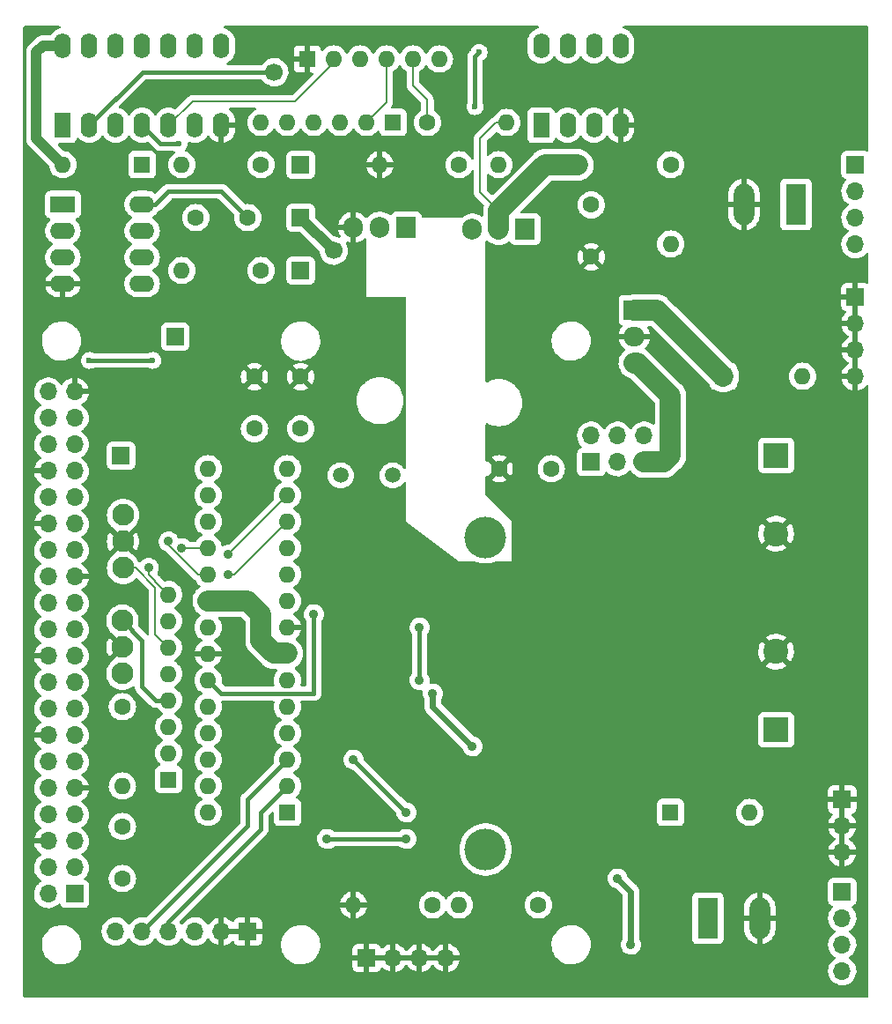
<source format=gbl>
G04 #@! TF.GenerationSoftware,KiCad,Pcbnew,(6.0.6-0)*
G04 #@! TF.CreationDate,2022-10-13T17:11:31-07:00*
G04 #@! TF.ProjectId,Atverter_vE1r5,41747665-7274-4657-925f-76453172352e,rev?*
G04 #@! TF.SameCoordinates,Original*
G04 #@! TF.FileFunction,Copper,L2,Bot*
G04 #@! TF.FilePolarity,Positive*
%FSLAX46Y46*%
G04 Gerber Fmt 4.6, Leading zero omitted, Abs format (unit mm)*
G04 Created by KiCad (PCBNEW (6.0.6-0)) date 2022-10-13 17:11:31*
%MOMM*%
%LPD*%
G01*
G04 APERTURE LIST*
G04 #@! TA.AperFunction,ComponentPad*
%ADD10R,1.700000X1.700000*%
G04 #@! TD*
G04 #@! TA.AperFunction,ComponentPad*
%ADD11C,1.600000*%
G04 #@! TD*
G04 #@! TA.AperFunction,ComponentPad*
%ADD12O,1.600000X1.600000*%
G04 #@! TD*
G04 #@! TA.AperFunction,ComponentPad*
%ADD13C,4.000000*%
G04 #@! TD*
G04 #@! TA.AperFunction,ComponentPad*
%ADD14R,1.905000X2.000000*%
G04 #@! TD*
G04 #@! TA.AperFunction,ComponentPad*
%ADD15O,1.905000X2.000000*%
G04 #@! TD*
G04 #@! TA.AperFunction,ComponentPad*
%ADD16O,1.700000X1.700000*%
G04 #@! TD*
G04 #@! TA.AperFunction,ComponentPad*
%ADD17R,2.400000X2.400000*%
G04 #@! TD*
G04 #@! TA.AperFunction,ComponentPad*
%ADD18C,2.400000*%
G04 #@! TD*
G04 #@! TA.AperFunction,ComponentPad*
%ADD19R,1.600000X1.600000*%
G04 #@! TD*
G04 #@! TA.AperFunction,ComponentPad*
%ADD20C,2.100000*%
G04 #@! TD*
G04 #@! TA.AperFunction,ComponentPad*
%ADD21R,1.600000X2.400000*%
G04 #@! TD*
G04 #@! TA.AperFunction,ComponentPad*
%ADD22O,1.600000X2.400000*%
G04 #@! TD*
G04 #@! TA.AperFunction,ComponentPad*
%ADD23C,1.500000*%
G04 #@! TD*
G04 #@! TA.AperFunction,ComponentPad*
%ADD24R,2.400000X1.600000*%
G04 #@! TD*
G04 #@! TA.AperFunction,ComponentPad*
%ADD25O,2.400000X1.600000*%
G04 #@! TD*
G04 #@! TA.AperFunction,ComponentPad*
%ADD26R,1.980000X3.960000*%
G04 #@! TD*
G04 #@! TA.AperFunction,ComponentPad*
%ADD27O,1.980000X3.960000*%
G04 #@! TD*
G04 #@! TA.AperFunction,ComponentPad*
%ADD28R,2.000000X1.905000*%
G04 #@! TD*
G04 #@! TA.AperFunction,ComponentPad*
%ADD29O,2.000000X1.905000*%
G04 #@! TD*
G04 #@! TA.AperFunction,ViaPad*
%ADD30C,0.600000*%
G04 #@! TD*
G04 #@! TA.AperFunction,ViaPad*
%ADD31C,1.700000*%
G04 #@! TD*
G04 #@! TA.AperFunction,ViaPad*
%ADD32C,0.900000*%
G04 #@! TD*
G04 #@! TA.AperFunction,Conductor*
%ADD33C,0.400000*%
G04 #@! TD*
G04 #@! TA.AperFunction,Conductor*
%ADD34C,1.000000*%
G04 #@! TD*
G04 #@! TA.AperFunction,Conductor*
%ADD35C,0.600000*%
G04 #@! TD*
G04 #@! TA.AperFunction,Conductor*
%ADD36C,2.000000*%
G04 #@! TD*
G04 #@! TA.AperFunction,Conductor*
%ADD37C,0.200000*%
G04 #@! TD*
G04 APERTURE END LIST*
D10*
X91440000Y-60960000D03*
D11*
X74295000Y-107950000D03*
D12*
X74295000Y-115570000D03*
D13*
X109220000Y-91680000D03*
X109220000Y-121680000D03*
D14*
X101600000Y-61890000D03*
D15*
X99060000Y-61890000D03*
X96520000Y-61890000D03*
D10*
X144780000Y-68590000D03*
D16*
X144780000Y-71130000D03*
X144780000Y-73670000D03*
X144780000Y-76210000D03*
D10*
X91440000Y-66040000D03*
D11*
X87630000Y-55880000D03*
D12*
X80010000Y-55880000D03*
D17*
X137160000Y-83820000D03*
D18*
X137160000Y-91320000D03*
D11*
X87630000Y-66040000D03*
D12*
X80010000Y-66040000D03*
D19*
X90160000Y-118100000D03*
D12*
X90160000Y-115560000D03*
X90160000Y-113020000D03*
X90160000Y-110480000D03*
X90160000Y-107940000D03*
X90160000Y-105400000D03*
X90160000Y-102860000D03*
X90160000Y-100320000D03*
X90160000Y-97780000D03*
X90160000Y-95240000D03*
X90160000Y-92700000D03*
X90160000Y-90160000D03*
X90160000Y-87620000D03*
X90160000Y-85080000D03*
X82540000Y-85080000D03*
X82540000Y-87620000D03*
X82540000Y-90160000D03*
X82540000Y-92700000D03*
X82540000Y-95240000D03*
X82540000Y-97780000D03*
X82540000Y-100320000D03*
X82540000Y-102860000D03*
X82540000Y-105400000D03*
X82540000Y-107940000D03*
X82540000Y-110480000D03*
X82540000Y-113020000D03*
X82540000Y-115560000D03*
X82540000Y-118100000D03*
D11*
X74295000Y-124460000D03*
X74295000Y-119460000D03*
X114300000Y-127000000D03*
D12*
X106680000Y-127000000D03*
D19*
X78740000Y-114945000D03*
D12*
X78740000Y-112405000D03*
X78740000Y-109865000D03*
X78740000Y-107325000D03*
X78740000Y-104785000D03*
X78740000Y-102245000D03*
X78740000Y-99705000D03*
X78740000Y-97165000D03*
D20*
X74295000Y-104775000D03*
X74295000Y-102235000D03*
X74295000Y-99695000D03*
D11*
X119380000Y-59730000D03*
X119380000Y-64730000D03*
D21*
X68575000Y-52085000D03*
D22*
X71115000Y-52085000D03*
X73655000Y-52085000D03*
X76195000Y-52085000D03*
X78735000Y-52085000D03*
X81275000Y-52085000D03*
X83815000Y-52085000D03*
X83815000Y-44465000D03*
X81275000Y-44465000D03*
X78735000Y-44465000D03*
X76195000Y-44465000D03*
X73655000Y-44465000D03*
X71115000Y-44465000D03*
X68575000Y-44465000D03*
D20*
X74360370Y-94615000D03*
X74360370Y-92075000D03*
X74360370Y-89535000D03*
D14*
X113030000Y-62080000D03*
D15*
X110490000Y-62080000D03*
X107950000Y-62080000D03*
D11*
X86995000Y-81240000D03*
X86995000Y-76240000D03*
D10*
X119380000Y-84455000D03*
D16*
X119380000Y-81915000D03*
X121920000Y-84455000D03*
X121920000Y-81915000D03*
X124460000Y-84455000D03*
X124460000Y-81915000D03*
D11*
X104140000Y-127000000D03*
D12*
X96520000Y-127000000D03*
D21*
X114564000Y-52085000D03*
D22*
X117104000Y-52085000D03*
X119644000Y-52085000D03*
X122184000Y-52085000D03*
X122184000Y-44465000D03*
X119644000Y-44465000D03*
X117104000Y-44465000D03*
X114564000Y-44465000D03*
D11*
X103632000Y-51816000D03*
D12*
X111252000Y-51816000D03*
D23*
X95290000Y-85725000D03*
X100290000Y-85725000D03*
D19*
X92075000Y-45720000D03*
D12*
X94615000Y-45720000D03*
X97155000Y-45720000D03*
X99695000Y-45720000D03*
X102235000Y-45720000D03*
X104775000Y-45720000D03*
D19*
X132080000Y-76200000D03*
D12*
X139700000Y-76200000D03*
D11*
X115530000Y-85090000D03*
X110530000Y-85090000D03*
D10*
X79375000Y-72390000D03*
D19*
X76190000Y-55870000D03*
D12*
X68570000Y-55870000D03*
D24*
X68580000Y-59690000D03*
D25*
X68580000Y-62230000D03*
X68580000Y-64770000D03*
X68580000Y-67310000D03*
X76200000Y-67310000D03*
X76200000Y-64770000D03*
X76200000Y-62230000D03*
X76200000Y-59690000D03*
D26*
X139065000Y-59690000D03*
D27*
X134065000Y-59690000D03*
D17*
X137160000Y-110157780D03*
D18*
X137160000Y-102657780D03*
D10*
X143510000Y-116855000D03*
D16*
X143510000Y-119395000D03*
X143510000Y-121935000D03*
D19*
X127000000Y-118110000D03*
D12*
X134620000Y-118110000D03*
D11*
X127015000Y-55880000D03*
D12*
X127015000Y-63500000D03*
D11*
X106680000Y-55880000D03*
D12*
X99060000Y-55880000D03*
D11*
X86360000Y-60960000D03*
X81360000Y-60960000D03*
D10*
X86360000Y-129540000D03*
D16*
X83820000Y-129540000D03*
X81280000Y-129540000D03*
X78740000Y-129540000D03*
X76200000Y-129540000D03*
X73660000Y-129540000D03*
D10*
X143510000Y-125730000D03*
D16*
X143510000Y-128270000D03*
X143510000Y-130810000D03*
X143510000Y-133350000D03*
D10*
X91440000Y-55880000D03*
X97790000Y-132080000D03*
D16*
X100330000Y-132080000D03*
X102870000Y-132080000D03*
X105410000Y-132080000D03*
D10*
X144780000Y-55890000D03*
D16*
X144780000Y-58430000D03*
X144780000Y-60970000D03*
X144780000Y-63510000D03*
D28*
X123515000Y-69850000D03*
D29*
X123515000Y-72390000D03*
X123515000Y-74930000D03*
D11*
X118110000Y-55880000D03*
D12*
X110490000Y-55880000D03*
D26*
X130585000Y-128270000D03*
D27*
X135585000Y-128270000D03*
D19*
X100330000Y-51816000D03*
D12*
X97790000Y-51816000D03*
X95250000Y-51816000D03*
X92710000Y-51816000D03*
X90170000Y-51816000D03*
X87630000Y-51816000D03*
D11*
X91440000Y-76240000D03*
X91440000Y-81240000D03*
D10*
X74168000Y-83820000D03*
X69710000Y-125940000D03*
D16*
X67170000Y-125940000D03*
X69710000Y-123400000D03*
X67170000Y-123400000D03*
X69710000Y-120860000D03*
X67170000Y-120860000D03*
X69710000Y-118320000D03*
X67170000Y-118320000D03*
X69710000Y-115780000D03*
X67170000Y-115780000D03*
X69710000Y-113240000D03*
X67170000Y-113240000D03*
X69710000Y-110700000D03*
X67170000Y-110700000D03*
X69710000Y-108160000D03*
X67170000Y-108160000D03*
X69710000Y-105620000D03*
X67170000Y-105620000D03*
X69710000Y-103080000D03*
X67170000Y-103080000D03*
X69710000Y-100540000D03*
X67170000Y-100540000D03*
X69710000Y-98000000D03*
X67170000Y-98000000D03*
X69710000Y-95460000D03*
X67170000Y-95460000D03*
X69710000Y-92920000D03*
X67170000Y-92920000D03*
X69710000Y-90380000D03*
X67170000Y-90380000D03*
X69710000Y-87840000D03*
X67170000Y-87840000D03*
X69710000Y-85300000D03*
X67170000Y-85300000D03*
X69710000Y-82760000D03*
X67170000Y-82760000D03*
X69710000Y-80220000D03*
X67170000Y-80220000D03*
X69710000Y-77680000D03*
X67170000Y-77680000D03*
D30*
X108585000Y-45085000D03*
X108204000Y-50292000D03*
D31*
X94615000Y-64135000D03*
D32*
X119380000Y-128905000D03*
X129540000Y-68580000D03*
X121920000Y-124460000D03*
X107950000Y-111760000D03*
X123190000Y-130810000D03*
X104140000Y-106680000D03*
X102870000Y-100330000D03*
X102870000Y-105410000D03*
X101600000Y-120650000D03*
X93980000Y-120650000D03*
X84455000Y-95250000D03*
X80010000Y-92710000D03*
X78740000Y-92075000D03*
X92710000Y-99060000D03*
X101600000Y-118110000D03*
X96520000Y-113030000D03*
X84455000Y-93345000D03*
D30*
X77216000Y-74676000D03*
X71120000Y-74676000D03*
D32*
X76835000Y-94615000D03*
D31*
X88900000Y-46990000D03*
D30*
X79756000Y-53848000D03*
D33*
X108204000Y-50292000D02*
X108204000Y-45466000D01*
X108204000Y-45466000D02*
X108585000Y-45085000D01*
X83820000Y-58420000D02*
X86360000Y-60960000D01*
X77470000Y-59690000D02*
X78740000Y-58420000D01*
X76200000Y-59690000D02*
X77470000Y-59690000D01*
X78740000Y-58420000D02*
X83820000Y-58420000D01*
D34*
X94615000Y-64135000D02*
X91440000Y-60960000D01*
X68575000Y-44465000D02*
X66660000Y-44465000D01*
D35*
X107950000Y-111760000D02*
X104140000Y-107950000D01*
X104140000Y-107950000D02*
X104140000Y-106680000D01*
D36*
X86350000Y-97780000D02*
X87630000Y-99060000D01*
D35*
X123190000Y-125730000D02*
X121920000Y-124460000D01*
D36*
X82540000Y-97780000D02*
X86350000Y-97780000D01*
X88843000Y-102813000D02*
X90160000Y-102813000D01*
D35*
X123190000Y-130810000D02*
X123190000Y-125730000D01*
D34*
X66040000Y-45085000D02*
X66040000Y-53340000D01*
X66660000Y-44465000D02*
X66040000Y-45085000D01*
D36*
X87630000Y-99060000D02*
X87630000Y-101600000D01*
X87630000Y-101600000D02*
X88843000Y-102813000D01*
D34*
X66040000Y-53340000D02*
X68570000Y-55870000D01*
D36*
X123515000Y-69850000D02*
X125730000Y-69850000D01*
X125730000Y-69850000D02*
X132080000Y-76200000D01*
D33*
X78740000Y-128587500D02*
X78740000Y-129540000D01*
X87630000Y-118090000D02*
X87630000Y-119697500D01*
X87630000Y-119697500D02*
X78740000Y-128587500D01*
X90160000Y-115560000D02*
X87630000Y-118090000D01*
X86360000Y-116820000D02*
X86360000Y-119380000D01*
X90160000Y-113020000D02*
X86360000Y-116820000D01*
X86360000Y-119380000D02*
X76200000Y-129540000D01*
X102870000Y-100330000D02*
X102870000Y-105410000D01*
X101600000Y-120650000D02*
X93980000Y-120650000D01*
D37*
X90160000Y-90160000D02*
X85070000Y-95250000D01*
X85070000Y-95250000D02*
X84455000Y-95250000D01*
X80010000Y-92710000D02*
X80020000Y-92700000D01*
X80020000Y-92700000D02*
X82540000Y-92700000D01*
X78740000Y-92075000D02*
X78740000Y-92397423D01*
X81582577Y-95240000D02*
X82540000Y-95240000D01*
X78740000Y-92397423D02*
X81582577Y-95240000D01*
D33*
X92710000Y-106680000D02*
X83820000Y-106680000D01*
X92710000Y-99060000D02*
X92710000Y-106680000D01*
X83820000Y-106680000D02*
X82540000Y-105400000D01*
X101600000Y-118110000D02*
X96520000Y-113030000D01*
D36*
X126365000Y-84455000D02*
X124460000Y-84455000D01*
X123825000Y-74930000D02*
X127000000Y-78105000D01*
X127000000Y-78105000D02*
X127000000Y-83820000D01*
X127000000Y-83820000D02*
X126365000Y-84455000D01*
X123515000Y-74930000D02*
X123825000Y-74930000D01*
X110490000Y-60325000D02*
X114935000Y-55880000D01*
D37*
X108712000Y-53340000D02*
X108712000Y-58547000D01*
X110236000Y-51816000D02*
X108712000Y-53340000D01*
D36*
X110490000Y-62080000D02*
X110490000Y-60325000D01*
X114935000Y-55880000D02*
X118110000Y-55880000D01*
D37*
X108712000Y-58547000D02*
X110490000Y-60325000D01*
X111252000Y-51816000D02*
X110236000Y-51816000D01*
X90160000Y-87620000D02*
X84455000Y-93325000D01*
X84455000Y-93325000D02*
X84455000Y-93345000D01*
X94615000Y-46101000D02*
X90932000Y-49784000D01*
X81036000Y-49784000D02*
X78735000Y-52085000D01*
X94615000Y-45720000D02*
X94615000Y-46101000D01*
D33*
X77216000Y-74676000D02*
X71120000Y-74676000D01*
D37*
X90932000Y-49784000D02*
X81036000Y-49784000D01*
D33*
X76200000Y-101600000D02*
X74295000Y-99695000D01*
X78740000Y-107325000D02*
X77480000Y-107325000D01*
X76200000Y-106045000D02*
X76200000Y-101600000D01*
X77480000Y-107325000D02*
X76200000Y-106045000D01*
D37*
X77470000Y-96520000D02*
X75565000Y-94615000D01*
X75565000Y-94615000D02*
X74295000Y-94615000D01*
X77470000Y-100975000D02*
X77470000Y-96520000D01*
X78740000Y-102245000D02*
X77470000Y-100975000D01*
X76835000Y-95250000D02*
X76835000Y-94615000D01*
X78740000Y-97165000D02*
X77470000Y-95895000D01*
X77470000Y-95895000D02*
X77470000Y-95885000D01*
X77470000Y-95885000D02*
X76835000Y-95250000D01*
D33*
X76210000Y-46990000D02*
X88900000Y-46990000D01*
X71115000Y-52085000D02*
X76210000Y-46990000D01*
D37*
X99695000Y-49911000D02*
X97790000Y-51816000D01*
X99695000Y-45720000D02*
X99695000Y-49911000D01*
X103632000Y-49657000D02*
X102235000Y-48260000D01*
X102235000Y-48260000D02*
X102235000Y-45720000D01*
X103632000Y-51816000D02*
X103632000Y-49657000D01*
D33*
X79756000Y-53848000D02*
X77958000Y-53848000D01*
X76195000Y-52085000D02*
X77958000Y-53848000D01*
G04 #@! TA.AperFunction,Conductor*
G36*
X68303117Y-42565002D02*
G01*
X68349610Y-42618658D01*
X68359714Y-42688932D01*
X68330220Y-42753512D01*
X68267608Y-42792707D01*
X68125757Y-42830716D01*
X68120776Y-42833039D01*
X68120775Y-42833039D01*
X67923238Y-42925151D01*
X67923233Y-42925154D01*
X67918251Y-42927477D01*
X67813389Y-43000902D01*
X67735211Y-43055643D01*
X67735208Y-43055645D01*
X67730700Y-43058802D01*
X67568802Y-43220700D01*
X67565645Y-43225208D01*
X67565643Y-43225211D01*
X67441314Y-43402771D01*
X67385857Y-43447099D01*
X67338101Y-43456500D01*
X66721840Y-43456500D01*
X66708232Y-43455763D01*
X66676736Y-43452341D01*
X66676732Y-43452341D01*
X66670611Y-43451676D01*
X66652611Y-43453251D01*
X66620609Y-43456050D01*
X66615784Y-43456379D01*
X66613313Y-43456500D01*
X66610231Y-43456500D01*
X66587763Y-43458703D01*
X66567489Y-43460691D01*
X66566174Y-43460813D01*
X66533913Y-43463636D01*
X66473587Y-43468913D01*
X66468468Y-43470400D01*
X66463167Y-43470920D01*
X66374194Y-43497782D01*
X66373054Y-43498120D01*
X66283663Y-43524091D01*
X66278929Y-43526545D01*
X66273831Y-43528084D01*
X66268387Y-43530978D01*
X66268386Y-43530979D01*
X66191831Y-43571684D01*
X66190663Y-43572298D01*
X66108074Y-43615108D01*
X66103911Y-43618431D01*
X66099204Y-43620934D01*
X66094430Y-43624828D01*
X66094428Y-43624829D01*
X66027105Y-43679737D01*
X66026160Y-43680500D01*
X65987027Y-43711739D01*
X65984536Y-43714230D01*
X65983809Y-43714880D01*
X65979463Y-43718592D01*
X65960588Y-43733987D01*
X65945938Y-43745935D01*
X65942015Y-43750677D01*
X65942013Y-43750679D01*
X65916703Y-43781273D01*
X65908713Y-43790053D01*
X65370621Y-44328145D01*
X65360478Y-44337247D01*
X65330975Y-44360968D01*
X65327008Y-44365696D01*
X65298709Y-44399421D01*
X65295528Y-44403069D01*
X65293885Y-44404881D01*
X65291691Y-44407075D01*
X65264358Y-44440349D01*
X65263696Y-44441147D01*
X65203846Y-44512474D01*
X65201278Y-44517144D01*
X65197897Y-44521261D01*
X65181568Y-44551715D01*
X65154023Y-44603086D01*
X65153394Y-44604245D01*
X65111538Y-44680381D01*
X65111535Y-44680389D01*
X65108567Y-44685787D01*
X65106955Y-44690869D01*
X65104438Y-44695563D01*
X65077238Y-44784531D01*
X65076918Y-44785559D01*
X65048765Y-44874306D01*
X65048171Y-44879602D01*
X65046613Y-44884698D01*
X65039939Y-44950404D01*
X65037218Y-44977187D01*
X65037089Y-44978393D01*
X65031500Y-45028227D01*
X65031500Y-45031754D01*
X65031445Y-45032739D01*
X65030998Y-45038419D01*
X65026626Y-45081462D01*
X65028611Y-45102457D01*
X65030941Y-45127109D01*
X65031500Y-45138967D01*
X65031500Y-53278157D01*
X65030763Y-53291764D01*
X65027584Y-53321031D01*
X65026676Y-53329388D01*
X65028321Y-53348188D01*
X65031050Y-53379388D01*
X65031379Y-53384214D01*
X65031500Y-53386686D01*
X65031500Y-53389769D01*
X65031801Y-53392837D01*
X65035690Y-53432506D01*
X65035812Y-53433819D01*
X65043913Y-53526413D01*
X65045400Y-53531532D01*
X65045920Y-53536833D01*
X65072791Y-53625834D01*
X65073126Y-53626967D01*
X65093866Y-53698351D01*
X65099091Y-53716336D01*
X65101544Y-53721068D01*
X65103084Y-53726169D01*
X65105978Y-53731612D01*
X65146731Y-53808260D01*
X65147343Y-53809426D01*
X65169392Y-53851962D01*
X65190108Y-53891926D01*
X65193431Y-53896089D01*
X65195934Y-53900796D01*
X65254755Y-53972918D01*
X65255446Y-53973774D01*
X65286738Y-54012973D01*
X65289242Y-54015477D01*
X65289884Y-54016195D01*
X65293585Y-54020528D01*
X65320935Y-54054062D01*
X65325682Y-54057989D01*
X65325684Y-54057991D01*
X65356262Y-54083287D01*
X65365042Y-54091277D01*
X66313977Y-55040211D01*
X67234882Y-55961116D01*
X67268907Y-56023428D01*
X67271308Y-56039227D01*
X67276457Y-56098087D01*
X67335716Y-56319243D01*
X67338039Y-56324224D01*
X67338039Y-56324225D01*
X67430151Y-56521762D01*
X67430154Y-56521767D01*
X67432477Y-56526749D01*
X67563802Y-56714300D01*
X67725700Y-56876198D01*
X67730208Y-56879355D01*
X67730211Y-56879357D01*
X67739981Y-56886198D01*
X67913251Y-57007523D01*
X67918233Y-57009846D01*
X67918238Y-57009849D01*
X68115775Y-57101961D01*
X68120757Y-57104284D01*
X68126065Y-57105706D01*
X68126067Y-57105707D01*
X68336598Y-57162119D01*
X68336600Y-57162119D01*
X68341913Y-57163543D01*
X68570000Y-57183498D01*
X68798087Y-57163543D01*
X68803400Y-57162119D01*
X68803402Y-57162119D01*
X69013933Y-57105707D01*
X69013935Y-57105706D01*
X69019243Y-57104284D01*
X69024225Y-57101961D01*
X69221762Y-57009849D01*
X69221767Y-57009846D01*
X69226749Y-57007523D01*
X69400019Y-56886198D01*
X69409789Y-56879357D01*
X69409792Y-56879355D01*
X69414300Y-56876198D01*
X69572364Y-56718134D01*
X74881500Y-56718134D01*
X74888255Y-56780316D01*
X74939385Y-56916705D01*
X75026739Y-57033261D01*
X75143295Y-57120615D01*
X75279684Y-57171745D01*
X75341866Y-57178500D01*
X77038134Y-57178500D01*
X77100316Y-57171745D01*
X77236705Y-57120615D01*
X77353261Y-57033261D01*
X77440615Y-56916705D01*
X77491745Y-56780316D01*
X77498500Y-56718134D01*
X77498500Y-55021866D01*
X77491745Y-54959684D01*
X77440615Y-54823295D01*
X77353261Y-54706739D01*
X77236705Y-54619385D01*
X77100316Y-54568255D01*
X77038134Y-54561500D01*
X75341866Y-54561500D01*
X75279684Y-54568255D01*
X75143295Y-54619385D01*
X75026739Y-54706739D01*
X74939385Y-54823295D01*
X74888255Y-54959684D01*
X74881500Y-55021866D01*
X74881500Y-56718134D01*
X69572364Y-56718134D01*
X69576198Y-56714300D01*
X69707523Y-56526749D01*
X69709846Y-56521767D01*
X69709849Y-56521762D01*
X69801961Y-56324225D01*
X69801961Y-56324224D01*
X69804284Y-56319243D01*
X69853150Y-56136876D01*
X69862119Y-56103402D01*
X69862119Y-56103400D01*
X69863543Y-56098087D01*
X69883498Y-55870000D01*
X69863543Y-55641913D01*
X69859279Y-55626000D01*
X69805707Y-55426067D01*
X69805706Y-55426065D01*
X69804284Y-55420757D01*
X69786582Y-55382795D01*
X69709849Y-55218238D01*
X69709846Y-55218233D01*
X69707523Y-55213251D01*
X69634098Y-55108389D01*
X69579357Y-55030211D01*
X69579355Y-55030208D01*
X69576198Y-55025700D01*
X69414300Y-54863802D01*
X69409792Y-54860645D01*
X69409789Y-54860643D01*
X69303343Y-54786109D01*
X69226749Y-54732477D01*
X69221767Y-54730154D01*
X69221762Y-54730151D01*
X69024225Y-54638039D01*
X69024224Y-54638039D01*
X69019243Y-54635716D01*
X69013935Y-54634294D01*
X69013933Y-54634293D01*
X68906435Y-54605489D01*
X68798087Y-54576457D01*
X68739232Y-54571308D01*
X68673113Y-54545445D01*
X68661118Y-54534883D01*
X68134830Y-54008595D01*
X68100805Y-53946283D01*
X68105869Y-53875468D01*
X68148416Y-53818632D01*
X68214936Y-53793821D01*
X68223925Y-53793500D01*
X69423134Y-53793500D01*
X69485316Y-53786745D01*
X69621705Y-53735615D01*
X69738261Y-53648261D01*
X69825615Y-53531705D01*
X69876745Y-53395316D01*
X69877917Y-53384526D01*
X69878803Y-53382394D01*
X69879425Y-53379778D01*
X69879848Y-53379879D01*
X69905155Y-53318965D01*
X69963517Y-53278537D01*
X70034471Y-53276078D01*
X70095490Y-53312371D01*
X70102489Y-53321031D01*
X70105643Y-53324789D01*
X70108802Y-53329300D01*
X70270700Y-53491198D01*
X70275208Y-53494355D01*
X70275211Y-53494357D01*
X70312236Y-53520282D01*
X70458251Y-53622523D01*
X70463233Y-53624846D01*
X70463238Y-53624849D01*
X70659240Y-53716245D01*
X70665757Y-53719284D01*
X70671065Y-53720706D01*
X70671067Y-53720707D01*
X70881598Y-53777119D01*
X70881600Y-53777119D01*
X70886913Y-53778543D01*
X71115000Y-53798498D01*
X71343087Y-53778543D01*
X71348400Y-53777119D01*
X71348402Y-53777119D01*
X71558933Y-53720707D01*
X71558935Y-53720706D01*
X71564243Y-53719284D01*
X71570760Y-53716245D01*
X71766762Y-53624849D01*
X71766767Y-53624846D01*
X71771749Y-53622523D01*
X71917764Y-53520282D01*
X71954789Y-53494357D01*
X71954792Y-53494355D01*
X71959300Y-53491198D01*
X72121198Y-53329300D01*
X72252523Y-53141749D01*
X72254846Y-53136767D01*
X72254849Y-53136762D01*
X72270805Y-53102543D01*
X72317722Y-53049258D01*
X72385999Y-53029797D01*
X72453959Y-53050339D01*
X72499195Y-53102543D01*
X72515151Y-53136762D01*
X72515154Y-53136767D01*
X72517477Y-53141749D01*
X72648802Y-53329300D01*
X72810700Y-53491198D01*
X72815208Y-53494355D01*
X72815211Y-53494357D01*
X72852236Y-53520282D01*
X72998251Y-53622523D01*
X73003233Y-53624846D01*
X73003238Y-53624849D01*
X73199240Y-53716245D01*
X73205757Y-53719284D01*
X73211065Y-53720706D01*
X73211067Y-53720707D01*
X73421598Y-53777119D01*
X73421600Y-53777119D01*
X73426913Y-53778543D01*
X73655000Y-53798498D01*
X73883087Y-53778543D01*
X73888400Y-53777119D01*
X73888402Y-53777119D01*
X74098933Y-53720707D01*
X74098935Y-53720706D01*
X74104243Y-53719284D01*
X74110760Y-53716245D01*
X74306762Y-53624849D01*
X74306767Y-53624846D01*
X74311749Y-53622523D01*
X74457764Y-53520282D01*
X74494789Y-53494357D01*
X74494792Y-53494355D01*
X74499300Y-53491198D01*
X74661198Y-53329300D01*
X74792523Y-53141749D01*
X74794846Y-53136767D01*
X74794849Y-53136762D01*
X74810805Y-53102543D01*
X74857722Y-53049258D01*
X74925999Y-53029797D01*
X74993959Y-53050339D01*
X75039195Y-53102543D01*
X75055151Y-53136762D01*
X75055154Y-53136767D01*
X75057477Y-53141749D01*
X75188802Y-53329300D01*
X75350700Y-53491198D01*
X75355208Y-53494355D01*
X75355211Y-53494357D01*
X75392236Y-53520282D01*
X75538251Y-53622523D01*
X75543233Y-53624846D01*
X75543238Y-53624849D01*
X75739240Y-53716245D01*
X75745757Y-53719284D01*
X75751065Y-53720706D01*
X75751067Y-53720707D01*
X75961598Y-53777119D01*
X75961600Y-53777119D01*
X75966913Y-53778543D01*
X76195000Y-53798498D01*
X76423087Y-53778543D01*
X76428400Y-53777119D01*
X76428402Y-53777119D01*
X76638933Y-53720707D01*
X76638935Y-53720706D01*
X76644243Y-53719284D01*
X76649226Y-53716961D01*
X76649230Y-53716959D01*
X76689134Y-53698351D01*
X76759326Y-53687689D01*
X76824139Y-53716668D01*
X76831480Y-53723450D01*
X77436550Y-54328520D01*
X77442404Y-54334785D01*
X77480439Y-54378385D01*
X77530085Y-54413276D01*
X77532697Y-54415112D01*
X77537993Y-54419045D01*
X77588282Y-54458477D01*
X77595204Y-54461602D01*
X77597452Y-54462964D01*
X77612185Y-54471368D01*
X77614524Y-54472622D01*
X77620739Y-54476990D01*
X77627815Y-54479749D01*
X77627819Y-54479751D01*
X77680274Y-54500202D01*
X77686352Y-54502757D01*
X77744574Y-54529045D01*
X77752045Y-54530429D01*
X77754599Y-54531230D01*
X77770878Y-54535867D01*
X77773433Y-54536523D01*
X77780509Y-54539282D01*
X77795094Y-54541202D01*
X77843851Y-54547621D01*
X77850367Y-54548653D01*
X77892706Y-54556500D01*
X77913187Y-54560296D01*
X77920767Y-54559859D01*
X77920768Y-54559859D01*
X77975398Y-54556709D01*
X77982651Y-54556500D01*
X79219233Y-54556500D01*
X79287354Y-54576502D01*
X79333847Y-54630158D01*
X79343951Y-54700432D01*
X79314457Y-54765012D01*
X79291504Y-54785713D01*
X79170211Y-54870643D01*
X79170208Y-54870645D01*
X79165700Y-54873802D01*
X79003802Y-55035700D01*
X78872477Y-55223251D01*
X78870154Y-55228233D01*
X78870151Y-55228238D01*
X78798081Y-55382795D01*
X78775716Y-55430757D01*
X78774294Y-55436065D01*
X78774293Y-55436067D01*
X78717881Y-55646598D01*
X78716457Y-55651913D01*
X78696502Y-55880000D01*
X78716457Y-56108087D01*
X78717881Y-56113400D01*
X78717881Y-56113402D01*
X78771614Y-56313933D01*
X78775716Y-56329243D01*
X78778039Y-56334224D01*
X78778039Y-56334225D01*
X78870151Y-56531762D01*
X78870154Y-56531767D01*
X78872477Y-56536749D01*
X78875634Y-56541257D01*
X78999529Y-56718197D01*
X79003802Y-56724300D01*
X79165700Y-56886198D01*
X79170208Y-56889355D01*
X79170211Y-56889357D01*
X79209268Y-56916705D01*
X79353251Y-57017523D01*
X79358233Y-57019846D01*
X79358238Y-57019849D01*
X79554765Y-57111490D01*
X79560757Y-57114284D01*
X79566065Y-57115706D01*
X79566067Y-57115707D01*
X79776598Y-57172119D01*
X79776600Y-57172119D01*
X79781913Y-57173543D01*
X80010000Y-57193498D01*
X80238087Y-57173543D01*
X80243400Y-57172119D01*
X80243402Y-57172119D01*
X80453933Y-57115707D01*
X80453935Y-57115706D01*
X80459243Y-57114284D01*
X80465235Y-57111490D01*
X80661762Y-57019849D01*
X80661767Y-57019846D01*
X80666749Y-57017523D01*
X80810732Y-56916705D01*
X80849789Y-56889357D01*
X80849792Y-56889355D01*
X80854300Y-56886198D01*
X81016198Y-56724300D01*
X81020472Y-56718197D01*
X81144366Y-56541257D01*
X81147523Y-56536749D01*
X81149846Y-56531767D01*
X81149849Y-56531762D01*
X81241961Y-56334225D01*
X81241961Y-56334224D01*
X81244284Y-56329243D01*
X81248387Y-56313933D01*
X81302119Y-56113402D01*
X81302119Y-56113400D01*
X81303543Y-56108087D01*
X81323498Y-55880000D01*
X86316502Y-55880000D01*
X86336457Y-56108087D01*
X86337881Y-56113400D01*
X86337881Y-56113402D01*
X86391614Y-56313933D01*
X86395716Y-56329243D01*
X86398039Y-56334224D01*
X86398039Y-56334225D01*
X86490151Y-56531762D01*
X86490154Y-56531767D01*
X86492477Y-56536749D01*
X86495634Y-56541257D01*
X86619529Y-56718197D01*
X86623802Y-56724300D01*
X86785700Y-56886198D01*
X86790208Y-56889355D01*
X86790211Y-56889357D01*
X86829268Y-56916705D01*
X86973251Y-57017523D01*
X86978233Y-57019846D01*
X86978238Y-57019849D01*
X87174765Y-57111490D01*
X87180757Y-57114284D01*
X87186065Y-57115706D01*
X87186067Y-57115707D01*
X87396598Y-57172119D01*
X87396600Y-57172119D01*
X87401913Y-57173543D01*
X87630000Y-57193498D01*
X87858087Y-57173543D01*
X87863400Y-57172119D01*
X87863402Y-57172119D01*
X88073933Y-57115707D01*
X88073935Y-57115706D01*
X88079243Y-57114284D01*
X88085235Y-57111490D01*
X88281762Y-57019849D01*
X88281767Y-57019846D01*
X88286749Y-57017523D01*
X88430732Y-56916705D01*
X88469789Y-56889357D01*
X88469792Y-56889355D01*
X88474300Y-56886198D01*
X88582364Y-56778134D01*
X90081500Y-56778134D01*
X90088255Y-56840316D01*
X90139385Y-56976705D01*
X90226739Y-57093261D01*
X90343295Y-57180615D01*
X90479684Y-57231745D01*
X90541866Y-57238500D01*
X92338134Y-57238500D01*
X92400316Y-57231745D01*
X92536705Y-57180615D01*
X92653261Y-57093261D01*
X92740615Y-56976705D01*
X92791745Y-56840316D01*
X92798500Y-56778134D01*
X92798500Y-56146522D01*
X97777273Y-56146522D01*
X97824764Y-56323761D01*
X97828510Y-56334053D01*
X97920586Y-56531511D01*
X97926069Y-56541007D01*
X98051028Y-56719467D01*
X98058084Y-56727875D01*
X98212125Y-56881916D01*
X98220533Y-56888972D01*
X98398993Y-57013931D01*
X98408489Y-57019414D01*
X98605947Y-57111490D01*
X98616239Y-57115236D01*
X98788503Y-57161394D01*
X98802599Y-57161058D01*
X98806000Y-57153116D01*
X98806000Y-57147967D01*
X99314000Y-57147967D01*
X99317973Y-57161498D01*
X99326522Y-57162727D01*
X99503761Y-57115236D01*
X99514053Y-57111490D01*
X99711511Y-57019414D01*
X99721007Y-57013931D01*
X99899467Y-56888972D01*
X99907875Y-56881916D01*
X100061916Y-56727875D01*
X100068972Y-56719467D01*
X100193931Y-56541007D01*
X100199414Y-56531511D01*
X100291490Y-56334053D01*
X100295236Y-56323761D01*
X100341394Y-56151497D01*
X100341058Y-56137401D01*
X100333116Y-56134000D01*
X99332115Y-56134000D01*
X99316876Y-56138475D01*
X99315671Y-56139865D01*
X99314000Y-56147548D01*
X99314000Y-57147967D01*
X98806000Y-57147967D01*
X98806000Y-56152115D01*
X98801525Y-56136876D01*
X98800135Y-56135671D01*
X98792452Y-56134000D01*
X97792033Y-56134000D01*
X97778502Y-56137973D01*
X97777273Y-56146522D01*
X92798500Y-56146522D01*
X92798500Y-55608503D01*
X97778606Y-55608503D01*
X97778942Y-55622599D01*
X97786884Y-55626000D01*
X98787885Y-55626000D01*
X98803124Y-55621525D01*
X98804329Y-55620135D01*
X98806000Y-55612452D01*
X98806000Y-55607885D01*
X99314000Y-55607885D01*
X99318475Y-55623124D01*
X99319865Y-55624329D01*
X99327548Y-55626000D01*
X100327967Y-55626000D01*
X100341498Y-55622027D01*
X100342727Y-55613478D01*
X100295236Y-55436239D01*
X100291490Y-55425947D01*
X100199414Y-55228489D01*
X100193931Y-55218993D01*
X100068972Y-55040533D01*
X100061916Y-55032125D01*
X99907875Y-54878084D01*
X99899467Y-54871028D01*
X99721007Y-54746069D01*
X99711511Y-54740586D01*
X99514053Y-54648510D01*
X99503761Y-54644764D01*
X99331497Y-54598606D01*
X99317401Y-54598942D01*
X99314000Y-54606884D01*
X99314000Y-55607885D01*
X98806000Y-55607885D01*
X98806000Y-54612033D01*
X98802027Y-54598502D01*
X98793478Y-54597273D01*
X98616239Y-54644764D01*
X98605947Y-54648510D01*
X98408489Y-54740586D01*
X98398993Y-54746069D01*
X98220533Y-54871028D01*
X98212125Y-54878084D01*
X98058084Y-55032125D01*
X98051028Y-55040533D01*
X97926069Y-55218993D01*
X97920586Y-55228489D01*
X97828510Y-55425947D01*
X97824764Y-55436239D01*
X97778606Y-55608503D01*
X92798500Y-55608503D01*
X92798500Y-54981866D01*
X92791745Y-54919684D01*
X92740615Y-54783295D01*
X92653261Y-54666739D01*
X92536705Y-54579385D01*
X92400316Y-54528255D01*
X92338134Y-54521500D01*
X90541866Y-54521500D01*
X90479684Y-54528255D01*
X90343295Y-54579385D01*
X90226739Y-54666739D01*
X90139385Y-54783295D01*
X90088255Y-54919684D01*
X90081500Y-54981866D01*
X90081500Y-56778134D01*
X88582364Y-56778134D01*
X88636198Y-56724300D01*
X88640472Y-56718197D01*
X88764366Y-56541257D01*
X88767523Y-56536749D01*
X88769846Y-56531767D01*
X88769849Y-56531762D01*
X88861961Y-56334225D01*
X88861961Y-56334224D01*
X88864284Y-56329243D01*
X88868387Y-56313933D01*
X88922119Y-56113402D01*
X88922119Y-56113400D01*
X88923543Y-56108087D01*
X88943498Y-55880000D01*
X88923543Y-55651913D01*
X88922119Y-55646598D01*
X88865707Y-55436067D01*
X88865706Y-55436065D01*
X88864284Y-55430757D01*
X88841919Y-55382795D01*
X88769849Y-55228238D01*
X88769846Y-55228233D01*
X88767523Y-55223251D01*
X88636198Y-55035700D01*
X88474300Y-54873802D01*
X88469792Y-54870645D01*
X88469789Y-54870643D01*
X88357051Y-54791703D01*
X88286749Y-54742477D01*
X88281767Y-54740154D01*
X88281762Y-54740151D01*
X88084225Y-54648039D01*
X88084224Y-54648039D01*
X88079243Y-54645716D01*
X88073935Y-54644294D01*
X88073933Y-54644293D01*
X87863402Y-54587881D01*
X87863400Y-54587881D01*
X87858087Y-54586457D01*
X87630000Y-54566502D01*
X87401913Y-54586457D01*
X87396600Y-54587881D01*
X87396598Y-54587881D01*
X87186067Y-54644293D01*
X87186065Y-54644294D01*
X87180757Y-54645716D01*
X87175776Y-54648039D01*
X87175775Y-54648039D01*
X86978238Y-54740151D01*
X86978233Y-54740154D01*
X86973251Y-54742477D01*
X86902949Y-54791703D01*
X86790211Y-54870643D01*
X86790208Y-54870645D01*
X86785700Y-54873802D01*
X86623802Y-55035700D01*
X86492477Y-55223251D01*
X86490154Y-55228233D01*
X86490151Y-55228238D01*
X86418081Y-55382795D01*
X86395716Y-55430757D01*
X86394294Y-55436065D01*
X86394293Y-55436067D01*
X86337881Y-55646598D01*
X86336457Y-55651913D01*
X86316502Y-55880000D01*
X81323498Y-55880000D01*
X81303543Y-55651913D01*
X81302119Y-55646598D01*
X81245707Y-55436067D01*
X81245706Y-55436065D01*
X81244284Y-55430757D01*
X81221919Y-55382795D01*
X81149849Y-55228238D01*
X81149846Y-55228233D01*
X81147523Y-55223251D01*
X81016198Y-55035700D01*
X80854300Y-54873802D01*
X80849792Y-54870645D01*
X80849789Y-54870643D01*
X80737051Y-54791703D01*
X80666749Y-54742477D01*
X80661767Y-54740154D01*
X80661762Y-54740151D01*
X80464225Y-54648039D01*
X80464224Y-54648039D01*
X80459243Y-54645716D01*
X80388558Y-54626776D01*
X80327936Y-54589824D01*
X80296914Y-54525963D01*
X80305343Y-54455469D01*
X80334277Y-54413825D01*
X80379266Y-54370982D01*
X80479643Y-54219902D01*
X80544055Y-54050338D01*
X80545035Y-54043366D01*
X80568748Y-53874639D01*
X80568748Y-53874636D01*
X80569299Y-53870717D01*
X80569616Y-53848000D01*
X80566322Y-53818632D01*
X80565273Y-53809277D01*
X80577558Y-53739351D01*
X80625697Y-53687168D01*
X80694407Y-53669294D01*
X80743738Y-53681038D01*
X80816699Y-53715060D01*
X80825757Y-53719284D01*
X80831065Y-53720706D01*
X80831067Y-53720707D01*
X81041598Y-53777119D01*
X81041600Y-53777119D01*
X81046913Y-53778543D01*
X81275000Y-53798498D01*
X81503087Y-53778543D01*
X81508400Y-53777119D01*
X81508402Y-53777119D01*
X81718933Y-53720707D01*
X81718935Y-53720706D01*
X81724243Y-53719284D01*
X81730760Y-53716245D01*
X81926762Y-53624849D01*
X81926767Y-53624846D01*
X81931749Y-53622523D01*
X82077764Y-53520282D01*
X82114789Y-53494357D01*
X82114792Y-53494355D01*
X82119300Y-53491198D01*
X82281198Y-53329300D01*
X82412523Y-53141749D01*
X82414846Y-53136767D01*
X82414849Y-53136762D01*
X82431081Y-53101951D01*
X82477998Y-53048666D01*
X82546275Y-53029205D01*
X82614235Y-53049747D01*
X82659471Y-53101951D01*
X82675586Y-53136511D01*
X82681069Y-53146007D01*
X82806028Y-53324467D01*
X82813084Y-53332875D01*
X82967125Y-53486916D01*
X82975533Y-53493972D01*
X83153993Y-53618931D01*
X83163489Y-53624414D01*
X83360947Y-53716490D01*
X83371239Y-53720236D01*
X83543503Y-53766394D01*
X83557599Y-53766058D01*
X83561000Y-53758116D01*
X83561000Y-53752967D01*
X84069000Y-53752967D01*
X84072973Y-53766498D01*
X84081522Y-53767727D01*
X84258761Y-53720236D01*
X84269053Y-53716490D01*
X84466511Y-53624414D01*
X84476007Y-53618931D01*
X84654467Y-53493972D01*
X84662875Y-53486916D01*
X84816916Y-53332875D01*
X84823972Y-53324467D01*
X84948931Y-53146007D01*
X84954414Y-53136511D01*
X85046490Y-52939053D01*
X85050236Y-52928761D01*
X85106625Y-52718312D01*
X85108528Y-52707519D01*
X85122762Y-52544830D01*
X85123000Y-52539365D01*
X85123000Y-52357115D01*
X85118525Y-52341876D01*
X85117135Y-52340671D01*
X85109452Y-52339000D01*
X84087115Y-52339000D01*
X84071876Y-52343475D01*
X84070671Y-52344865D01*
X84069000Y-52352548D01*
X84069000Y-53752967D01*
X83561000Y-53752967D01*
X83561000Y-51957000D01*
X83581002Y-51888879D01*
X83634658Y-51842386D01*
X83687000Y-51831000D01*
X85104885Y-51831000D01*
X85120124Y-51826525D01*
X85121329Y-51825135D01*
X85123000Y-51817452D01*
X85123000Y-51630635D01*
X85122762Y-51625170D01*
X85108528Y-51462481D01*
X85106625Y-51451688D01*
X85050236Y-51241239D01*
X85046490Y-51230947D01*
X84954414Y-51033489D01*
X84948931Y-51023993D01*
X84823972Y-50845533D01*
X84816916Y-50837125D01*
X84662875Y-50683084D01*
X84654467Y-50676028D01*
X84576897Y-50621713D01*
X84532569Y-50566256D01*
X84525260Y-50495636D01*
X84557291Y-50432276D01*
X84618492Y-50396291D01*
X84649168Y-50392500D01*
X87018181Y-50392500D01*
X87086302Y-50412502D01*
X87132795Y-50466158D01*
X87142899Y-50536432D01*
X87113405Y-50601012D01*
X87071431Y-50632695D01*
X86978238Y-50676151D01*
X86978233Y-50676154D01*
X86973251Y-50678477D01*
X86966672Y-50683084D01*
X86790211Y-50806643D01*
X86790208Y-50806645D01*
X86785700Y-50809802D01*
X86623802Y-50971700D01*
X86620645Y-50976208D01*
X86620643Y-50976211D01*
X86580537Y-51033489D01*
X86492477Y-51159251D01*
X86490154Y-51164233D01*
X86490151Y-51164238D01*
X86431600Y-51289803D01*
X86395716Y-51366757D01*
X86394294Y-51372065D01*
X86394293Y-51372067D01*
X86360000Y-51500050D01*
X86336457Y-51587913D01*
X86316502Y-51816000D01*
X86336457Y-52044087D01*
X86395716Y-52265243D01*
X86398039Y-52270224D01*
X86398039Y-52270225D01*
X86490151Y-52467762D01*
X86490154Y-52467767D01*
X86492477Y-52472749D01*
X86623802Y-52660300D01*
X86785700Y-52822198D01*
X86790208Y-52825355D01*
X86790211Y-52825357D01*
X86831542Y-52854297D01*
X86973251Y-52953523D01*
X86978233Y-52955846D01*
X86978238Y-52955849D01*
X87175775Y-53047961D01*
X87180757Y-53050284D01*
X87186065Y-53051706D01*
X87186067Y-53051707D01*
X87396598Y-53108119D01*
X87396600Y-53108119D01*
X87401913Y-53109543D01*
X87630000Y-53129498D01*
X87858087Y-53109543D01*
X87863400Y-53108119D01*
X87863402Y-53108119D01*
X88073933Y-53051707D01*
X88073935Y-53051706D01*
X88079243Y-53050284D01*
X88084225Y-53047961D01*
X88281762Y-52955849D01*
X88281767Y-52955846D01*
X88286749Y-52953523D01*
X88428458Y-52854297D01*
X88469789Y-52825357D01*
X88469792Y-52825355D01*
X88474300Y-52822198D01*
X88636198Y-52660300D01*
X88767523Y-52472749D01*
X88769846Y-52467767D01*
X88769849Y-52467762D01*
X88785805Y-52433543D01*
X88832722Y-52380258D01*
X88900999Y-52360797D01*
X88968959Y-52381339D01*
X89014195Y-52433543D01*
X89030151Y-52467762D01*
X89030154Y-52467767D01*
X89032477Y-52472749D01*
X89163802Y-52660300D01*
X89325700Y-52822198D01*
X89330208Y-52825355D01*
X89330211Y-52825357D01*
X89371542Y-52854297D01*
X89513251Y-52953523D01*
X89518233Y-52955846D01*
X89518238Y-52955849D01*
X89715775Y-53047961D01*
X89720757Y-53050284D01*
X89726065Y-53051706D01*
X89726067Y-53051707D01*
X89936598Y-53108119D01*
X89936600Y-53108119D01*
X89941913Y-53109543D01*
X90170000Y-53129498D01*
X90398087Y-53109543D01*
X90403400Y-53108119D01*
X90403402Y-53108119D01*
X90613933Y-53051707D01*
X90613935Y-53051706D01*
X90619243Y-53050284D01*
X90624225Y-53047961D01*
X90821762Y-52955849D01*
X90821767Y-52955846D01*
X90826749Y-52953523D01*
X90968458Y-52854297D01*
X91009789Y-52825357D01*
X91009792Y-52825355D01*
X91014300Y-52822198D01*
X91176198Y-52660300D01*
X91307523Y-52472749D01*
X91309846Y-52467767D01*
X91309849Y-52467762D01*
X91325805Y-52433543D01*
X91372722Y-52380258D01*
X91440999Y-52360797D01*
X91508959Y-52381339D01*
X91554195Y-52433543D01*
X91570151Y-52467762D01*
X91570154Y-52467767D01*
X91572477Y-52472749D01*
X91703802Y-52660300D01*
X91865700Y-52822198D01*
X91870208Y-52825355D01*
X91870211Y-52825357D01*
X91911542Y-52854297D01*
X92053251Y-52953523D01*
X92058233Y-52955846D01*
X92058238Y-52955849D01*
X92255775Y-53047961D01*
X92260757Y-53050284D01*
X92266065Y-53051706D01*
X92266067Y-53051707D01*
X92476598Y-53108119D01*
X92476600Y-53108119D01*
X92481913Y-53109543D01*
X92710000Y-53129498D01*
X92938087Y-53109543D01*
X92943400Y-53108119D01*
X92943402Y-53108119D01*
X93153933Y-53051707D01*
X93153935Y-53051706D01*
X93159243Y-53050284D01*
X93164225Y-53047961D01*
X93361762Y-52955849D01*
X93361767Y-52955846D01*
X93366749Y-52953523D01*
X93508458Y-52854297D01*
X93549789Y-52825357D01*
X93549792Y-52825355D01*
X93554300Y-52822198D01*
X93716198Y-52660300D01*
X93847523Y-52472749D01*
X93849846Y-52467767D01*
X93849849Y-52467762D01*
X93865805Y-52433543D01*
X93912722Y-52380258D01*
X93980999Y-52360797D01*
X94048959Y-52381339D01*
X94094195Y-52433543D01*
X94110151Y-52467762D01*
X94110154Y-52467767D01*
X94112477Y-52472749D01*
X94243802Y-52660300D01*
X94405700Y-52822198D01*
X94410208Y-52825355D01*
X94410211Y-52825357D01*
X94451542Y-52854297D01*
X94593251Y-52953523D01*
X94598233Y-52955846D01*
X94598238Y-52955849D01*
X94795775Y-53047961D01*
X94800757Y-53050284D01*
X94806065Y-53051706D01*
X94806067Y-53051707D01*
X95016598Y-53108119D01*
X95016600Y-53108119D01*
X95021913Y-53109543D01*
X95250000Y-53129498D01*
X95478087Y-53109543D01*
X95483400Y-53108119D01*
X95483402Y-53108119D01*
X95693933Y-53051707D01*
X95693935Y-53051706D01*
X95699243Y-53050284D01*
X95704225Y-53047961D01*
X95901762Y-52955849D01*
X95901767Y-52955846D01*
X95906749Y-52953523D01*
X96048458Y-52854297D01*
X96089789Y-52825357D01*
X96089792Y-52825355D01*
X96094300Y-52822198D01*
X96256198Y-52660300D01*
X96387523Y-52472749D01*
X96389846Y-52467767D01*
X96389849Y-52467762D01*
X96405805Y-52433543D01*
X96452722Y-52380258D01*
X96520999Y-52360797D01*
X96588959Y-52381339D01*
X96634195Y-52433543D01*
X96650151Y-52467762D01*
X96650154Y-52467767D01*
X96652477Y-52472749D01*
X96783802Y-52660300D01*
X96945700Y-52822198D01*
X96950208Y-52825355D01*
X96950211Y-52825357D01*
X96991542Y-52854297D01*
X97133251Y-52953523D01*
X97138233Y-52955846D01*
X97138238Y-52955849D01*
X97335775Y-53047961D01*
X97340757Y-53050284D01*
X97346065Y-53051706D01*
X97346067Y-53051707D01*
X97556598Y-53108119D01*
X97556600Y-53108119D01*
X97561913Y-53109543D01*
X97790000Y-53129498D01*
X98018087Y-53109543D01*
X98023400Y-53108119D01*
X98023402Y-53108119D01*
X98233933Y-53051707D01*
X98233935Y-53051706D01*
X98239243Y-53050284D01*
X98244225Y-53047961D01*
X98441762Y-52955849D01*
X98441767Y-52955846D01*
X98446749Y-52953523D01*
X98588458Y-52854297D01*
X98629789Y-52825357D01*
X98629792Y-52825355D01*
X98634300Y-52822198D01*
X98796198Y-52660300D01*
X98799357Y-52655789D01*
X98802892Y-52651576D01*
X98804026Y-52652527D01*
X98854071Y-52612529D01*
X98924690Y-52605224D01*
X98988049Y-52637258D01*
X99024030Y-52698462D01*
X99027082Y-52715517D01*
X99028255Y-52726316D01*
X99079385Y-52862705D01*
X99166739Y-52979261D01*
X99283295Y-53066615D01*
X99419684Y-53117745D01*
X99481866Y-53124500D01*
X101178134Y-53124500D01*
X101240316Y-53117745D01*
X101376705Y-53066615D01*
X101493261Y-52979261D01*
X101580615Y-52862705D01*
X101631745Y-52726316D01*
X101638500Y-52664134D01*
X101638500Y-50967866D01*
X101631745Y-50905684D01*
X101580615Y-50769295D01*
X101493261Y-50652739D01*
X101376705Y-50565385D01*
X101240316Y-50514255D01*
X101178134Y-50507500D01*
X100259790Y-50507500D01*
X100191669Y-50487498D01*
X100145176Y-50433842D01*
X100135072Y-50363568D01*
X100159826Y-50304798D01*
X100226524Y-50217876D01*
X100287838Y-50069851D01*
X100290391Y-50050457D01*
X100303500Y-49950885D01*
X100303500Y-49950880D01*
X100308750Y-49911000D01*
X100304578Y-49879307D01*
X100303500Y-49862864D01*
X100303500Y-46956899D01*
X100323502Y-46888778D01*
X100357229Y-46853686D01*
X100534789Y-46729357D01*
X100534792Y-46729355D01*
X100539300Y-46726198D01*
X100701198Y-46564300D01*
X100710720Y-46550702D01*
X100777981Y-46454643D01*
X100832523Y-46376749D01*
X100834846Y-46371767D01*
X100834849Y-46371762D01*
X100850805Y-46337543D01*
X100897722Y-46284258D01*
X100965999Y-46264797D01*
X101033959Y-46285339D01*
X101079195Y-46337543D01*
X101095151Y-46371762D01*
X101095154Y-46371767D01*
X101097477Y-46376749D01*
X101152019Y-46454643D01*
X101219281Y-46550702D01*
X101228802Y-46564300D01*
X101390700Y-46726198D01*
X101395208Y-46729355D01*
X101395211Y-46729357D01*
X101572771Y-46853686D01*
X101617099Y-46909143D01*
X101626500Y-46956899D01*
X101626500Y-48211864D01*
X101625422Y-48228307D01*
X101621250Y-48260000D01*
X101626500Y-48299880D01*
X101626500Y-48299885D01*
X101629592Y-48323368D01*
X101642162Y-48418851D01*
X101703476Y-48566876D01*
X101708503Y-48573427D01*
X101708504Y-48573429D01*
X101776520Y-48662069D01*
X101776526Y-48662075D01*
X101801013Y-48693987D01*
X101807568Y-48699017D01*
X101826379Y-48713452D01*
X101838770Y-48724319D01*
X102986595Y-49872144D01*
X103020621Y-49934456D01*
X103023500Y-49961239D01*
X103023500Y-50579101D01*
X103003498Y-50647222D01*
X102969771Y-50682314D01*
X102792211Y-50806643D01*
X102792208Y-50806645D01*
X102787700Y-50809802D01*
X102625802Y-50971700D01*
X102622645Y-50976208D01*
X102622643Y-50976211D01*
X102582537Y-51033489D01*
X102494477Y-51159251D01*
X102492154Y-51164233D01*
X102492151Y-51164238D01*
X102433600Y-51289803D01*
X102397716Y-51366757D01*
X102396294Y-51372065D01*
X102396293Y-51372067D01*
X102362000Y-51500050D01*
X102338457Y-51587913D01*
X102318502Y-51816000D01*
X102338457Y-52044087D01*
X102397716Y-52265243D01*
X102400039Y-52270224D01*
X102400039Y-52270225D01*
X102492151Y-52467762D01*
X102492154Y-52467767D01*
X102494477Y-52472749D01*
X102625802Y-52660300D01*
X102787700Y-52822198D01*
X102792208Y-52825355D01*
X102792211Y-52825357D01*
X102833542Y-52854297D01*
X102975251Y-52953523D01*
X102980233Y-52955846D01*
X102980238Y-52955849D01*
X103177775Y-53047961D01*
X103182757Y-53050284D01*
X103188065Y-53051706D01*
X103188067Y-53051707D01*
X103398598Y-53108119D01*
X103398600Y-53108119D01*
X103403913Y-53109543D01*
X103632000Y-53129498D01*
X103860087Y-53109543D01*
X103865400Y-53108119D01*
X103865402Y-53108119D01*
X104075933Y-53051707D01*
X104075935Y-53051706D01*
X104081243Y-53050284D01*
X104086225Y-53047961D01*
X104283762Y-52955849D01*
X104283767Y-52955846D01*
X104288749Y-52953523D01*
X104430458Y-52854297D01*
X104471789Y-52825357D01*
X104471792Y-52825355D01*
X104476300Y-52822198D01*
X104638198Y-52660300D01*
X104769523Y-52472749D01*
X104771846Y-52467767D01*
X104771849Y-52467762D01*
X104863961Y-52270225D01*
X104863961Y-52270224D01*
X104866284Y-52265243D01*
X104925543Y-52044087D01*
X104945498Y-51816000D01*
X104925543Y-51587913D01*
X104902000Y-51500050D01*
X104867707Y-51372067D01*
X104867706Y-51372065D01*
X104866284Y-51366757D01*
X104830400Y-51289803D01*
X104771849Y-51164238D01*
X104771846Y-51164233D01*
X104769523Y-51159251D01*
X104681463Y-51033489D01*
X104641357Y-50976211D01*
X104641355Y-50976208D01*
X104638198Y-50971700D01*
X104476300Y-50809802D01*
X104471792Y-50806645D01*
X104471789Y-50806643D01*
X104294229Y-50682314D01*
X104249901Y-50626857D01*
X104240500Y-50579101D01*
X104240500Y-50280640D01*
X107390463Y-50280640D01*
X107408163Y-50461160D01*
X107465418Y-50633273D01*
X107469065Y-50639295D01*
X107469066Y-50639297D01*
X107551059Y-50774684D01*
X107559380Y-50788424D01*
X107564269Y-50793487D01*
X107564270Y-50793488D01*
X107583788Y-50813699D01*
X107685382Y-50918902D01*
X107837159Y-51018222D01*
X107843763Y-51020678D01*
X107843765Y-51020679D01*
X108000558Y-51078990D01*
X108000560Y-51078990D01*
X108007168Y-51081448D01*
X108090995Y-51092633D01*
X108179980Y-51104507D01*
X108179984Y-51104507D01*
X108186961Y-51105438D01*
X108193972Y-51104800D01*
X108193976Y-51104800D01*
X108336459Y-51091832D01*
X108367600Y-51088998D01*
X108374302Y-51086820D01*
X108374304Y-51086820D01*
X108533409Y-51035124D01*
X108533412Y-51035123D01*
X108540108Y-51032947D01*
X108695912Y-50940069D01*
X108827266Y-50814982D01*
X108927643Y-50663902D01*
X108980833Y-50523881D01*
X108989555Y-50500920D01*
X108989556Y-50500918D01*
X108992055Y-50494338D01*
X108995244Y-50471649D01*
X109016748Y-50318639D01*
X109016748Y-50318636D01*
X109017299Y-50314717D01*
X109017616Y-50292000D01*
X108997397Y-50111745D01*
X108995080Y-50105091D01*
X108940064Y-49947106D01*
X108940062Y-49947103D01*
X108937745Y-49940448D01*
X108931644Y-49930684D01*
X108912500Y-49863918D01*
X108912500Y-45902656D01*
X108932502Y-45834535D01*
X108973983Y-45794427D01*
X109070860Y-45736677D01*
X109070862Y-45736676D01*
X109076912Y-45733069D01*
X109208266Y-45607982D01*
X109308643Y-45456902D01*
X109373055Y-45287338D01*
X109375385Y-45270757D01*
X109397748Y-45111639D01*
X109397748Y-45111636D01*
X109398299Y-45107717D01*
X109398616Y-45085000D01*
X109378397Y-44904745D01*
X109371416Y-44884698D01*
X109321064Y-44740106D01*
X109321062Y-44740103D01*
X109318745Y-44733448D01*
X109222626Y-44579624D01*
X109194911Y-44551715D01*
X109099778Y-44455915D01*
X109099774Y-44455912D01*
X109094815Y-44450918D01*
X109083697Y-44443862D01*
X108960526Y-44365696D01*
X108941666Y-44353727D01*
X108895385Y-44337247D01*
X108777425Y-44295243D01*
X108777420Y-44295242D01*
X108770790Y-44292881D01*
X108763802Y-44292048D01*
X108763799Y-44292047D01*
X108640698Y-44277368D01*
X108590680Y-44271404D01*
X108583677Y-44272140D01*
X108583676Y-44272140D01*
X108417288Y-44289628D01*
X108417286Y-44289629D01*
X108410288Y-44290364D01*
X108238579Y-44348818D01*
X108176109Y-44387250D01*
X108090095Y-44440166D01*
X108090092Y-44440168D01*
X108084088Y-44443862D01*
X108079053Y-44448793D01*
X108079050Y-44448795D01*
X108003760Y-44522525D01*
X107954493Y-44570771D01*
X107856235Y-44723238D01*
X107853825Y-44729858D01*
X107853824Y-44729861D01*
X107815110Y-44836226D01*
X107785804Y-44882226D01*
X107723480Y-44944550D01*
X107717215Y-44950404D01*
X107673615Y-44988439D01*
X107669248Y-44994653D01*
X107636872Y-45040719D01*
X107632939Y-45046014D01*
X107593524Y-45096282D01*
X107590401Y-45103198D01*
X107589017Y-45105484D01*
X107580643Y-45120165D01*
X107579378Y-45122525D01*
X107575010Y-45128739D01*
X107572250Y-45135818D01*
X107572249Y-45135820D01*
X107551798Y-45188275D01*
X107549247Y-45194344D01*
X107522955Y-45252573D01*
X107521571Y-45260040D01*
X107520770Y-45262595D01*
X107516141Y-45278848D01*
X107515478Y-45281428D01*
X107512718Y-45288509D01*
X107511727Y-45296040D01*
X107511726Y-45296042D01*
X107504379Y-45351852D01*
X107503348Y-45358359D01*
X107491704Y-45421186D01*
X107492141Y-45428766D01*
X107492141Y-45428767D01*
X107495291Y-45483392D01*
X107495500Y-45490646D01*
X107495500Y-49861710D01*
X107479341Y-49916598D01*
X107482183Y-49918009D01*
X107479053Y-49924313D01*
X107475235Y-49930238D01*
X107472826Y-49936858D01*
X107472824Y-49936861D01*
X107431478Y-50050458D01*
X107413197Y-50100685D01*
X107390463Y-50280640D01*
X104240500Y-50280640D01*
X104240500Y-49705136D01*
X104241578Y-49688690D01*
X104244672Y-49665188D01*
X104245750Y-49657000D01*
X104240500Y-49617122D01*
X104240500Y-49617115D01*
X104224838Y-49498150D01*
X104163524Y-49350125D01*
X104138998Y-49318162D01*
X104090477Y-49254928D01*
X104090474Y-49254925D01*
X104065987Y-49223013D01*
X104059432Y-49217983D01*
X104040621Y-49203548D01*
X104028230Y-49192681D01*
X102880405Y-48044856D01*
X102846379Y-47982544D01*
X102843500Y-47955761D01*
X102843500Y-46956899D01*
X102863502Y-46888778D01*
X102897229Y-46853686D01*
X103074789Y-46729357D01*
X103074792Y-46729355D01*
X103079300Y-46726198D01*
X103241198Y-46564300D01*
X103250720Y-46550702D01*
X103317981Y-46454643D01*
X103372523Y-46376749D01*
X103374846Y-46371767D01*
X103374849Y-46371762D01*
X103390805Y-46337543D01*
X103437722Y-46284258D01*
X103505999Y-46264797D01*
X103573959Y-46285339D01*
X103619195Y-46337543D01*
X103635151Y-46371762D01*
X103635154Y-46371767D01*
X103637477Y-46376749D01*
X103692019Y-46454643D01*
X103759281Y-46550702D01*
X103768802Y-46564300D01*
X103930700Y-46726198D01*
X103935208Y-46729355D01*
X103935211Y-46729357D01*
X103976195Y-46758054D01*
X104118251Y-46857523D01*
X104123233Y-46859846D01*
X104123238Y-46859849D01*
X104320775Y-46951961D01*
X104325757Y-46954284D01*
X104331065Y-46955706D01*
X104331067Y-46955707D01*
X104541598Y-47012119D01*
X104541600Y-47012119D01*
X104546913Y-47013543D01*
X104775000Y-47033498D01*
X105003087Y-47013543D01*
X105008400Y-47012119D01*
X105008402Y-47012119D01*
X105218933Y-46955707D01*
X105218935Y-46955706D01*
X105224243Y-46954284D01*
X105229225Y-46951961D01*
X105426762Y-46859849D01*
X105426767Y-46859846D01*
X105431749Y-46857523D01*
X105573805Y-46758054D01*
X105614789Y-46729357D01*
X105614792Y-46729355D01*
X105619300Y-46726198D01*
X105781198Y-46564300D01*
X105790720Y-46550702D01*
X105857981Y-46454643D01*
X105912523Y-46376749D01*
X105914846Y-46371767D01*
X105914849Y-46371762D01*
X106006961Y-46174225D01*
X106006961Y-46174224D01*
X106009284Y-46169243D01*
X106011060Y-46162617D01*
X106067119Y-45953402D01*
X106067119Y-45953400D01*
X106068543Y-45948087D01*
X106088498Y-45720000D01*
X106068543Y-45491913D01*
X106059162Y-45456902D01*
X106010707Y-45276067D01*
X106010706Y-45276065D01*
X106009284Y-45270757D01*
X105972254Y-45191345D01*
X105914849Y-45068238D01*
X105914846Y-45068233D01*
X105912523Y-45063251D01*
X105829407Y-44944550D01*
X105784357Y-44880211D01*
X105784355Y-44880208D01*
X105781198Y-44875700D01*
X105619300Y-44713802D01*
X105614792Y-44710645D01*
X105614789Y-44710643D01*
X105536611Y-44655902D01*
X105431749Y-44582477D01*
X105426767Y-44580154D01*
X105426762Y-44580151D01*
X105229225Y-44488039D01*
X105229224Y-44488039D01*
X105224243Y-44485716D01*
X105218935Y-44484294D01*
X105218933Y-44484293D01*
X105008402Y-44427881D01*
X105008400Y-44427881D01*
X105003087Y-44426457D01*
X104775000Y-44406502D01*
X104546913Y-44426457D01*
X104541600Y-44427881D01*
X104541598Y-44427881D01*
X104331067Y-44484293D01*
X104331065Y-44484294D01*
X104325757Y-44485716D01*
X104320776Y-44488039D01*
X104320775Y-44488039D01*
X104123238Y-44580151D01*
X104123233Y-44580154D01*
X104118251Y-44582477D01*
X104013389Y-44655902D01*
X103935211Y-44710643D01*
X103935208Y-44710645D01*
X103930700Y-44713802D01*
X103768802Y-44875700D01*
X103765645Y-44880208D01*
X103765643Y-44880211D01*
X103720593Y-44944550D01*
X103637477Y-45063251D01*
X103635154Y-45068233D01*
X103635151Y-45068238D01*
X103619195Y-45102457D01*
X103572278Y-45155742D01*
X103504001Y-45175203D01*
X103436041Y-45154661D01*
X103390805Y-45102457D01*
X103374849Y-45068238D01*
X103374846Y-45068233D01*
X103372523Y-45063251D01*
X103289407Y-44944550D01*
X103244357Y-44880211D01*
X103244355Y-44880208D01*
X103241198Y-44875700D01*
X103079300Y-44713802D01*
X103074792Y-44710645D01*
X103074789Y-44710643D01*
X102996611Y-44655902D01*
X102891749Y-44582477D01*
X102886767Y-44580154D01*
X102886762Y-44580151D01*
X102689225Y-44488039D01*
X102689224Y-44488039D01*
X102684243Y-44485716D01*
X102678935Y-44484294D01*
X102678933Y-44484293D01*
X102468402Y-44427881D01*
X102468400Y-44427881D01*
X102463087Y-44426457D01*
X102235000Y-44406502D01*
X102006913Y-44426457D01*
X102001600Y-44427881D01*
X102001598Y-44427881D01*
X101791067Y-44484293D01*
X101791065Y-44484294D01*
X101785757Y-44485716D01*
X101780776Y-44488039D01*
X101780775Y-44488039D01*
X101583238Y-44580151D01*
X101583233Y-44580154D01*
X101578251Y-44582477D01*
X101473389Y-44655902D01*
X101395211Y-44710643D01*
X101395208Y-44710645D01*
X101390700Y-44713802D01*
X101228802Y-44875700D01*
X101225645Y-44880208D01*
X101225643Y-44880211D01*
X101180593Y-44944550D01*
X101097477Y-45063251D01*
X101095154Y-45068233D01*
X101095151Y-45068238D01*
X101079195Y-45102457D01*
X101032278Y-45155742D01*
X100964001Y-45175203D01*
X100896041Y-45154661D01*
X100850805Y-45102457D01*
X100834849Y-45068238D01*
X100834846Y-45068233D01*
X100832523Y-45063251D01*
X100749407Y-44944550D01*
X100704357Y-44880211D01*
X100704355Y-44880208D01*
X100701198Y-44875700D01*
X100539300Y-44713802D01*
X100534792Y-44710645D01*
X100534789Y-44710643D01*
X100456611Y-44655902D01*
X100351749Y-44582477D01*
X100346767Y-44580154D01*
X100346762Y-44580151D01*
X100149225Y-44488039D01*
X100149224Y-44488039D01*
X100144243Y-44485716D01*
X100138935Y-44484294D01*
X100138933Y-44484293D01*
X99928402Y-44427881D01*
X99928400Y-44427881D01*
X99923087Y-44426457D01*
X99695000Y-44406502D01*
X99466913Y-44426457D01*
X99461600Y-44427881D01*
X99461598Y-44427881D01*
X99251067Y-44484293D01*
X99251065Y-44484294D01*
X99245757Y-44485716D01*
X99240776Y-44488039D01*
X99240775Y-44488039D01*
X99043238Y-44580151D01*
X99043233Y-44580154D01*
X99038251Y-44582477D01*
X98933389Y-44655902D01*
X98855211Y-44710643D01*
X98855208Y-44710645D01*
X98850700Y-44713802D01*
X98688802Y-44875700D01*
X98685645Y-44880208D01*
X98685643Y-44880211D01*
X98640593Y-44944550D01*
X98557477Y-45063251D01*
X98555154Y-45068233D01*
X98555151Y-45068238D01*
X98539195Y-45102457D01*
X98492278Y-45155742D01*
X98424001Y-45175203D01*
X98356041Y-45154661D01*
X98310805Y-45102457D01*
X98294849Y-45068238D01*
X98294846Y-45068233D01*
X98292523Y-45063251D01*
X98209407Y-44944550D01*
X98164357Y-44880211D01*
X98164355Y-44880208D01*
X98161198Y-44875700D01*
X97999300Y-44713802D01*
X97994792Y-44710645D01*
X97994789Y-44710643D01*
X97916611Y-44655902D01*
X97811749Y-44582477D01*
X97806767Y-44580154D01*
X97806762Y-44580151D01*
X97609225Y-44488039D01*
X97609224Y-44488039D01*
X97604243Y-44485716D01*
X97598935Y-44484294D01*
X97598933Y-44484293D01*
X97388402Y-44427881D01*
X97388400Y-44427881D01*
X97383087Y-44426457D01*
X97155000Y-44406502D01*
X96926913Y-44426457D01*
X96921600Y-44427881D01*
X96921598Y-44427881D01*
X96711067Y-44484293D01*
X96711065Y-44484294D01*
X96705757Y-44485716D01*
X96700776Y-44488039D01*
X96700775Y-44488039D01*
X96503238Y-44580151D01*
X96503233Y-44580154D01*
X96498251Y-44582477D01*
X96393389Y-44655902D01*
X96315211Y-44710643D01*
X96315208Y-44710645D01*
X96310700Y-44713802D01*
X96148802Y-44875700D01*
X96145645Y-44880208D01*
X96145643Y-44880211D01*
X96100593Y-44944550D01*
X96017477Y-45063251D01*
X96015154Y-45068233D01*
X96015151Y-45068238D01*
X95999195Y-45102457D01*
X95952278Y-45155742D01*
X95884001Y-45175203D01*
X95816041Y-45154661D01*
X95770805Y-45102457D01*
X95754849Y-45068238D01*
X95754846Y-45068233D01*
X95752523Y-45063251D01*
X95669407Y-44944550D01*
X95624357Y-44880211D01*
X95624355Y-44880208D01*
X95621198Y-44875700D01*
X95459300Y-44713802D01*
X95454792Y-44710645D01*
X95454789Y-44710643D01*
X95376611Y-44655902D01*
X95271749Y-44582477D01*
X95266767Y-44580154D01*
X95266762Y-44580151D01*
X95069225Y-44488039D01*
X95069224Y-44488039D01*
X95064243Y-44485716D01*
X95058935Y-44484294D01*
X95058933Y-44484293D01*
X94848402Y-44427881D01*
X94848400Y-44427881D01*
X94843087Y-44426457D01*
X94615000Y-44406502D01*
X94386913Y-44426457D01*
X94381600Y-44427881D01*
X94381598Y-44427881D01*
X94171067Y-44484293D01*
X94171065Y-44484294D01*
X94165757Y-44485716D01*
X94160776Y-44488039D01*
X94160775Y-44488039D01*
X93963238Y-44580151D01*
X93963233Y-44580154D01*
X93958251Y-44582477D01*
X93853389Y-44655902D01*
X93775211Y-44710643D01*
X93775208Y-44710645D01*
X93770700Y-44713802D01*
X93608802Y-44875700D01*
X93605643Y-44880211D01*
X93602108Y-44884424D01*
X93601140Y-44883612D01*
X93550506Y-44924090D01*
X93479887Y-44931404D01*
X93416524Y-44899376D01*
X93380536Y-44838177D01*
X93377480Y-44821099D01*
X93377105Y-44817648D01*
X93373479Y-44802396D01*
X93328324Y-44681946D01*
X93319786Y-44666351D01*
X93243285Y-44564276D01*
X93230724Y-44551715D01*
X93128649Y-44475214D01*
X93113054Y-44466676D01*
X92992606Y-44421522D01*
X92977351Y-44417895D01*
X92926486Y-44412369D01*
X92919672Y-44412000D01*
X92347115Y-44412000D01*
X92331876Y-44416475D01*
X92330671Y-44417865D01*
X92329000Y-44425548D01*
X92329000Y-47009884D01*
X92333475Y-47025123D01*
X92334865Y-47026328D01*
X92342548Y-47027999D01*
X92523262Y-47027999D01*
X92591383Y-47048001D01*
X92637876Y-47101657D01*
X92647980Y-47171931D01*
X92618486Y-47236511D01*
X92612357Y-47243094D01*
X90716856Y-49138595D01*
X90654544Y-49172621D01*
X90627761Y-49175500D01*
X81084136Y-49175500D01*
X81067690Y-49174422D01*
X81044188Y-49171328D01*
X81036000Y-49170250D01*
X81027812Y-49171328D01*
X80996129Y-49175499D01*
X80996120Y-49175500D01*
X80996115Y-49175500D01*
X80877150Y-49191162D01*
X80729125Y-49252476D01*
X80729123Y-49252477D01*
X80729124Y-49252477D01*
X80633928Y-49325523D01*
X80633925Y-49325526D01*
X80602013Y-49350013D01*
X80596983Y-49356568D01*
X80582548Y-49375379D01*
X80571681Y-49387770D01*
X79467928Y-50491523D01*
X79405616Y-50525549D01*
X79334801Y-50520484D01*
X79325584Y-50516623D01*
X79189230Y-50453041D01*
X79189225Y-50453039D01*
X79184243Y-50450716D01*
X79178935Y-50449294D01*
X79178933Y-50449293D01*
X78968402Y-50392881D01*
X78968400Y-50392881D01*
X78963087Y-50391457D01*
X78735000Y-50371502D01*
X78506913Y-50391457D01*
X78501600Y-50392881D01*
X78501598Y-50392881D01*
X78291067Y-50449293D01*
X78291065Y-50449294D01*
X78285757Y-50450716D01*
X78280776Y-50453039D01*
X78280775Y-50453039D01*
X78083238Y-50545151D01*
X78083233Y-50545154D01*
X78078251Y-50547477D01*
X78023552Y-50585778D01*
X77895211Y-50675643D01*
X77895208Y-50675645D01*
X77890700Y-50678802D01*
X77728802Y-50840700D01*
X77597477Y-51028251D01*
X77595154Y-51033233D01*
X77595151Y-51033238D01*
X77579195Y-51067457D01*
X77532278Y-51120742D01*
X77464001Y-51140203D01*
X77396041Y-51119661D01*
X77350805Y-51067457D01*
X77334849Y-51033238D01*
X77334846Y-51033233D01*
X77332523Y-51028251D01*
X77201198Y-50840700D01*
X77039300Y-50678802D01*
X77034792Y-50675645D01*
X77034789Y-50675643D01*
X76906448Y-50585778D01*
X76851749Y-50547477D01*
X76846767Y-50545154D01*
X76846762Y-50545151D01*
X76649225Y-50453039D01*
X76649224Y-50453039D01*
X76644243Y-50450716D01*
X76638935Y-50449294D01*
X76638933Y-50449293D01*
X76428402Y-50392881D01*
X76428400Y-50392881D01*
X76423087Y-50391457D01*
X76195000Y-50371502D01*
X75966913Y-50391457D01*
X75961600Y-50392881D01*
X75961598Y-50392881D01*
X75751067Y-50449293D01*
X75751065Y-50449294D01*
X75745757Y-50450716D01*
X75740776Y-50453039D01*
X75740775Y-50453039D01*
X75543238Y-50545151D01*
X75543233Y-50545154D01*
X75538251Y-50547477D01*
X75483552Y-50585778D01*
X75355211Y-50675643D01*
X75355208Y-50675645D01*
X75350700Y-50678802D01*
X75188802Y-50840700D01*
X75057477Y-51028251D01*
X75055154Y-51033233D01*
X75055151Y-51033238D01*
X75039195Y-51067457D01*
X74992278Y-51120742D01*
X74924001Y-51140203D01*
X74856041Y-51119661D01*
X74810805Y-51067457D01*
X74794849Y-51033238D01*
X74794846Y-51033233D01*
X74792523Y-51028251D01*
X74661198Y-50840700D01*
X74499300Y-50678802D01*
X74494792Y-50675645D01*
X74494789Y-50675643D01*
X74366448Y-50585778D01*
X74311749Y-50547477D01*
X74306767Y-50545154D01*
X74306762Y-50545151D01*
X74109225Y-50453039D01*
X74109224Y-50453039D01*
X74104243Y-50450716D01*
X74098935Y-50449294D01*
X74098933Y-50449293D01*
X74063396Y-50439771D01*
X74036650Y-50432604D01*
X73976028Y-50395653D01*
X73945007Y-50331793D01*
X73953435Y-50261298D01*
X73980167Y-50221803D01*
X76466566Y-47735405D01*
X76528878Y-47701379D01*
X76555661Y-47698500D01*
X87670234Y-47698500D01*
X87738355Y-47718502D01*
X87777667Y-47758665D01*
X87799987Y-47795088D01*
X87946250Y-47963938D01*
X88118126Y-48106632D01*
X88311000Y-48219338D01*
X88519692Y-48299030D01*
X88524760Y-48300061D01*
X88524763Y-48300062D01*
X88632017Y-48321883D01*
X88738597Y-48343567D01*
X88743772Y-48343757D01*
X88743774Y-48343757D01*
X88956673Y-48351564D01*
X88956677Y-48351564D01*
X88961837Y-48351753D01*
X88966957Y-48351097D01*
X88966959Y-48351097D01*
X89178288Y-48324025D01*
X89178289Y-48324025D01*
X89183416Y-48323368D01*
X89188366Y-48321883D01*
X89392429Y-48260661D01*
X89392434Y-48260659D01*
X89397384Y-48259174D01*
X89597994Y-48160896D01*
X89779860Y-48031173D01*
X89938096Y-47873489D01*
X90068453Y-47692077D01*
X90167430Y-47491811D01*
X90232370Y-47278069D01*
X90261529Y-47056590D01*
X90262237Y-47027631D01*
X90263074Y-46993365D01*
X90263074Y-46993361D01*
X90263156Y-46990000D01*
X90244852Y-46767361D01*
X90193939Y-46564669D01*
X90767001Y-46564669D01*
X90767371Y-46571490D01*
X90772895Y-46622352D01*
X90776521Y-46637604D01*
X90821676Y-46758054D01*
X90830214Y-46773649D01*
X90906715Y-46875724D01*
X90919276Y-46888285D01*
X91021351Y-46964786D01*
X91036946Y-46973324D01*
X91157394Y-47018478D01*
X91172649Y-47022105D01*
X91223514Y-47027631D01*
X91230328Y-47028000D01*
X91802885Y-47028000D01*
X91818124Y-47023525D01*
X91819329Y-47022135D01*
X91821000Y-47014452D01*
X91821000Y-45992115D01*
X91816525Y-45976876D01*
X91815135Y-45975671D01*
X91807452Y-45974000D01*
X90785116Y-45974000D01*
X90769877Y-45978475D01*
X90768672Y-45979865D01*
X90767001Y-45987548D01*
X90767001Y-46564669D01*
X90193939Y-46564669D01*
X90190431Y-46550702D01*
X90101354Y-46345840D01*
X90046791Y-46261498D01*
X89982822Y-46162617D01*
X89982820Y-46162614D01*
X89980014Y-46158277D01*
X89829670Y-45993051D01*
X89825619Y-45989852D01*
X89825615Y-45989848D01*
X89658414Y-45857800D01*
X89658410Y-45857798D01*
X89654359Y-45854598D01*
X89458789Y-45746638D01*
X89453920Y-45744914D01*
X89453916Y-45744912D01*
X89253087Y-45673795D01*
X89253083Y-45673794D01*
X89248212Y-45672069D01*
X89243119Y-45671162D01*
X89243116Y-45671161D01*
X89033373Y-45633800D01*
X89033367Y-45633799D01*
X89028284Y-45632894D01*
X88954452Y-45631992D01*
X88810081Y-45630228D01*
X88810079Y-45630228D01*
X88804911Y-45630165D01*
X88584091Y-45663955D01*
X88371756Y-45733357D01*
X88341443Y-45749137D01*
X88188520Y-45828744D01*
X88173607Y-45836507D01*
X88169474Y-45839610D01*
X88169471Y-45839612D01*
X88024996Y-45948087D01*
X87994965Y-45970635D01*
X87840629Y-46132138D01*
X87837715Y-46136410D01*
X87837714Y-46136411D01*
X87776257Y-46226504D01*
X87721346Y-46271507D01*
X87672169Y-46281500D01*
X84441830Y-46281500D01*
X84373709Y-46261498D01*
X84327216Y-46207842D01*
X84317112Y-46137568D01*
X84346606Y-46072988D01*
X84388580Y-46041305D01*
X84400064Y-46035950D01*
X84471749Y-46002523D01*
X84576611Y-45929098D01*
X84654789Y-45874357D01*
X84654792Y-45874355D01*
X84659300Y-45871198D01*
X84821198Y-45709300D01*
X84952523Y-45521749D01*
X84954846Y-45516767D01*
X84954849Y-45516762D01*
X84986967Y-45447885D01*
X90767000Y-45447885D01*
X90771475Y-45463124D01*
X90772865Y-45464329D01*
X90780548Y-45466000D01*
X91802885Y-45466000D01*
X91818124Y-45461525D01*
X91819329Y-45460135D01*
X91821000Y-45452452D01*
X91821000Y-44430116D01*
X91816525Y-44414877D01*
X91815135Y-44413672D01*
X91807452Y-44412001D01*
X91230331Y-44412001D01*
X91223510Y-44412371D01*
X91172648Y-44417895D01*
X91157396Y-44421521D01*
X91036946Y-44466676D01*
X91021351Y-44475214D01*
X90919276Y-44551715D01*
X90906715Y-44564276D01*
X90830214Y-44666351D01*
X90821676Y-44681946D01*
X90776522Y-44802394D01*
X90772895Y-44817649D01*
X90767369Y-44868514D01*
X90767000Y-44875328D01*
X90767000Y-45447885D01*
X84986967Y-45447885D01*
X85046961Y-45319225D01*
X85046961Y-45319224D01*
X85049284Y-45314243D01*
X85056180Y-45288509D01*
X85107119Y-45098402D01*
X85107119Y-45098400D01*
X85108543Y-45093087D01*
X85121538Y-44944550D01*
X85123262Y-44924851D01*
X85123262Y-44924844D01*
X85123500Y-44922127D01*
X85123500Y-44007873D01*
X85108543Y-43836913D01*
X85095987Y-43790053D01*
X85050707Y-43621067D01*
X85050706Y-43621065D01*
X85049284Y-43615757D01*
X85008402Y-43528084D01*
X84954849Y-43413238D01*
X84954846Y-43413233D01*
X84952523Y-43408251D01*
X84821198Y-43220700D01*
X84659300Y-43058802D01*
X84654792Y-43055645D01*
X84654789Y-43055643D01*
X84576611Y-43000902D01*
X84471749Y-42927477D01*
X84466767Y-42925154D01*
X84466762Y-42925151D01*
X84269225Y-42833039D01*
X84269224Y-42833039D01*
X84264243Y-42830716D01*
X84122392Y-42792707D01*
X84061770Y-42755755D01*
X84030748Y-42691894D01*
X84039177Y-42621400D01*
X84084380Y-42566653D01*
X84155004Y-42545000D01*
X114223996Y-42545000D01*
X114292117Y-42565002D01*
X114338610Y-42618658D01*
X114348714Y-42688932D01*
X114319220Y-42753512D01*
X114256608Y-42792707D01*
X114114757Y-42830716D01*
X114109776Y-42833039D01*
X114109775Y-42833039D01*
X113912238Y-42925151D01*
X113912233Y-42925154D01*
X113907251Y-42927477D01*
X113802389Y-43000902D01*
X113724211Y-43055643D01*
X113724208Y-43055645D01*
X113719700Y-43058802D01*
X113557802Y-43220700D01*
X113426477Y-43408251D01*
X113424154Y-43413233D01*
X113424151Y-43413238D01*
X113370598Y-43528084D01*
X113329716Y-43615757D01*
X113328294Y-43621065D01*
X113328293Y-43621067D01*
X113283013Y-43790053D01*
X113270457Y-43836913D01*
X113255500Y-44007873D01*
X113255500Y-44922127D01*
X113255738Y-44924844D01*
X113255738Y-44924851D01*
X113257462Y-44944550D01*
X113270457Y-45093087D01*
X113271881Y-45098400D01*
X113271881Y-45098402D01*
X113322821Y-45288509D01*
X113329716Y-45314243D01*
X113332039Y-45319224D01*
X113332039Y-45319225D01*
X113424151Y-45516762D01*
X113424154Y-45516767D01*
X113426477Y-45521749D01*
X113557802Y-45709300D01*
X113719700Y-45871198D01*
X113724208Y-45874355D01*
X113724211Y-45874357D01*
X113802389Y-45929098D01*
X113907251Y-46002523D01*
X113912233Y-46004846D01*
X113912238Y-46004849D01*
X114091034Y-46088222D01*
X114114757Y-46099284D01*
X114120065Y-46100706D01*
X114120067Y-46100707D01*
X114330598Y-46157119D01*
X114330600Y-46157119D01*
X114335913Y-46158543D01*
X114564000Y-46178498D01*
X114792087Y-46158543D01*
X114797400Y-46157119D01*
X114797402Y-46157119D01*
X115007933Y-46100707D01*
X115007935Y-46100706D01*
X115013243Y-46099284D01*
X115036966Y-46088222D01*
X115215762Y-46004849D01*
X115215767Y-46004846D01*
X115220749Y-46002523D01*
X115325611Y-45929098D01*
X115403789Y-45874357D01*
X115403792Y-45874355D01*
X115408300Y-45871198D01*
X115570198Y-45709300D01*
X115701523Y-45521749D01*
X115703846Y-45516767D01*
X115703849Y-45516762D01*
X115719805Y-45482543D01*
X115766722Y-45429258D01*
X115834999Y-45409797D01*
X115902959Y-45430339D01*
X115948195Y-45482543D01*
X115964151Y-45516762D01*
X115964154Y-45516767D01*
X115966477Y-45521749D01*
X116097802Y-45709300D01*
X116259700Y-45871198D01*
X116264208Y-45874355D01*
X116264211Y-45874357D01*
X116342389Y-45929098D01*
X116447251Y-46002523D01*
X116452233Y-46004846D01*
X116452238Y-46004849D01*
X116631034Y-46088222D01*
X116654757Y-46099284D01*
X116660065Y-46100706D01*
X116660067Y-46100707D01*
X116870598Y-46157119D01*
X116870600Y-46157119D01*
X116875913Y-46158543D01*
X117104000Y-46178498D01*
X117332087Y-46158543D01*
X117337400Y-46157119D01*
X117337402Y-46157119D01*
X117547933Y-46100707D01*
X117547935Y-46100706D01*
X117553243Y-46099284D01*
X117576966Y-46088222D01*
X117755762Y-46004849D01*
X117755767Y-46004846D01*
X117760749Y-46002523D01*
X117865611Y-45929098D01*
X117943789Y-45874357D01*
X117943792Y-45874355D01*
X117948300Y-45871198D01*
X118110198Y-45709300D01*
X118241523Y-45521749D01*
X118243846Y-45516767D01*
X118243849Y-45516762D01*
X118259805Y-45482543D01*
X118306722Y-45429258D01*
X118374999Y-45409797D01*
X118442959Y-45430339D01*
X118488195Y-45482543D01*
X118504151Y-45516762D01*
X118504154Y-45516767D01*
X118506477Y-45521749D01*
X118637802Y-45709300D01*
X118799700Y-45871198D01*
X118804208Y-45874355D01*
X118804211Y-45874357D01*
X118882389Y-45929098D01*
X118987251Y-46002523D01*
X118992233Y-46004846D01*
X118992238Y-46004849D01*
X119171034Y-46088222D01*
X119194757Y-46099284D01*
X119200065Y-46100706D01*
X119200067Y-46100707D01*
X119410598Y-46157119D01*
X119410600Y-46157119D01*
X119415913Y-46158543D01*
X119644000Y-46178498D01*
X119872087Y-46158543D01*
X119877400Y-46157119D01*
X119877402Y-46157119D01*
X120087933Y-46100707D01*
X120087935Y-46100706D01*
X120093243Y-46099284D01*
X120116966Y-46088222D01*
X120295762Y-46004849D01*
X120295767Y-46004846D01*
X120300749Y-46002523D01*
X120405611Y-45929098D01*
X120483789Y-45874357D01*
X120483792Y-45874355D01*
X120488300Y-45871198D01*
X120650198Y-45709300D01*
X120781523Y-45521749D01*
X120783846Y-45516767D01*
X120783849Y-45516762D01*
X120799805Y-45482543D01*
X120846722Y-45429258D01*
X120914999Y-45409797D01*
X120982959Y-45430339D01*
X121028195Y-45482543D01*
X121044151Y-45516762D01*
X121044154Y-45516767D01*
X121046477Y-45521749D01*
X121177802Y-45709300D01*
X121339700Y-45871198D01*
X121344208Y-45874355D01*
X121344211Y-45874357D01*
X121422389Y-45929098D01*
X121527251Y-46002523D01*
X121532233Y-46004846D01*
X121532238Y-46004849D01*
X121711034Y-46088222D01*
X121734757Y-46099284D01*
X121740065Y-46100706D01*
X121740067Y-46100707D01*
X121950598Y-46157119D01*
X121950600Y-46157119D01*
X121955913Y-46158543D01*
X122184000Y-46178498D01*
X122412087Y-46158543D01*
X122417400Y-46157119D01*
X122417402Y-46157119D01*
X122627933Y-46100707D01*
X122627935Y-46100706D01*
X122633243Y-46099284D01*
X122656966Y-46088222D01*
X122835762Y-46004849D01*
X122835767Y-46004846D01*
X122840749Y-46002523D01*
X122945611Y-45929098D01*
X123023789Y-45874357D01*
X123023792Y-45874355D01*
X123028300Y-45871198D01*
X123190198Y-45709300D01*
X123321523Y-45521749D01*
X123323846Y-45516767D01*
X123323849Y-45516762D01*
X123415961Y-45319225D01*
X123415961Y-45319224D01*
X123418284Y-45314243D01*
X123425180Y-45288509D01*
X123476119Y-45098402D01*
X123476119Y-45098400D01*
X123477543Y-45093087D01*
X123490538Y-44944550D01*
X123492262Y-44924851D01*
X123492262Y-44924844D01*
X123492500Y-44922127D01*
X123492500Y-44007873D01*
X123477543Y-43836913D01*
X123464987Y-43790053D01*
X123419707Y-43621067D01*
X123419706Y-43621065D01*
X123418284Y-43615757D01*
X123377402Y-43528084D01*
X123323849Y-43413238D01*
X123323846Y-43413233D01*
X123321523Y-43408251D01*
X123190198Y-43220700D01*
X123028300Y-43058802D01*
X123023792Y-43055645D01*
X123023789Y-43055643D01*
X122945611Y-43000902D01*
X122840749Y-42927477D01*
X122835767Y-42925154D01*
X122835762Y-42925151D01*
X122638225Y-42833039D01*
X122638224Y-42833039D01*
X122633243Y-42830716D01*
X122491392Y-42792707D01*
X122430770Y-42755755D01*
X122399748Y-42691894D01*
X122408177Y-42621400D01*
X122453380Y-42566653D01*
X122524004Y-42545000D01*
X145924000Y-42545000D01*
X145992121Y-42565002D01*
X146038614Y-42618658D01*
X146050000Y-42671000D01*
X146050000Y-54473081D01*
X146029998Y-54541202D01*
X145976342Y-54587695D01*
X145906068Y-54597799D01*
X145877164Y-54588161D01*
X145876705Y-54589385D01*
X145740316Y-54538255D01*
X145678134Y-54531500D01*
X143881866Y-54531500D01*
X143819684Y-54538255D01*
X143683295Y-54589385D01*
X143566739Y-54676739D01*
X143479385Y-54793295D01*
X143428255Y-54929684D01*
X143421500Y-54991866D01*
X143421500Y-56788134D01*
X143428255Y-56850316D01*
X143479385Y-56986705D01*
X143566739Y-57103261D01*
X143683295Y-57190615D01*
X143691704Y-57193767D01*
X143691705Y-57193768D01*
X143800451Y-57234535D01*
X143857216Y-57277176D01*
X143881916Y-57343738D01*
X143866709Y-57413087D01*
X143847316Y-57439568D01*
X143726325Y-57566178D01*
X143720629Y-57572138D01*
X143717715Y-57576410D01*
X143717714Y-57576411D01*
X143706886Y-57592285D01*
X143594743Y-57756680D01*
X143573798Y-57801803D01*
X143511299Y-57936446D01*
X143500688Y-57959305D01*
X143440989Y-58174570D01*
X143417251Y-58396695D01*
X143417548Y-58401848D01*
X143417548Y-58401851D01*
X143429812Y-58614547D01*
X143430110Y-58619715D01*
X143431247Y-58624761D01*
X143431248Y-58624767D01*
X143443841Y-58680643D01*
X143479222Y-58837639D01*
X143517461Y-58931811D01*
X143549746Y-59011319D01*
X143563266Y-59044616D01*
X143679987Y-59235088D01*
X143826250Y-59403938D01*
X143998126Y-59546632D01*
X144068595Y-59587811D01*
X144071445Y-59589476D01*
X144120169Y-59641114D01*
X144133240Y-59710897D01*
X144106509Y-59776669D01*
X144066055Y-59810027D01*
X144053607Y-59816507D01*
X144049474Y-59819610D01*
X144049471Y-59819612D01*
X143879100Y-59947530D01*
X143874965Y-59950635D01*
X143720629Y-60112138D01*
X143594743Y-60296680D01*
X143550948Y-60391029D01*
X143503415Y-60493431D01*
X143500688Y-60499305D01*
X143440989Y-60714570D01*
X143417251Y-60936695D01*
X143417548Y-60941848D01*
X143417548Y-60941851D01*
X143427494Y-61114347D01*
X143430110Y-61159715D01*
X143431247Y-61164761D01*
X143431248Y-61164767D01*
X143443044Y-61217108D01*
X143479222Y-61377639D01*
X143563266Y-61584616D01*
X143679987Y-61775088D01*
X143826250Y-61943938D01*
X143998126Y-62086632D01*
X144047064Y-62115229D01*
X144071445Y-62129476D01*
X144120169Y-62181114D01*
X144133240Y-62250897D01*
X144106509Y-62316669D01*
X144066055Y-62350027D01*
X144053607Y-62356507D01*
X144049474Y-62359610D01*
X144049471Y-62359612D01*
X143911236Y-62463402D01*
X143874965Y-62490635D01*
X143809346Y-62559301D01*
X143746287Y-62625289D01*
X143720629Y-62652138D01*
X143717715Y-62656410D01*
X143717714Y-62656411D01*
X143705761Y-62673933D01*
X143594743Y-62836680D01*
X143547715Y-62937993D01*
X143507336Y-63024984D01*
X143500688Y-63039305D01*
X143440989Y-63254570D01*
X143417251Y-63476695D01*
X143417548Y-63481848D01*
X143417548Y-63481851D01*
X143423735Y-63589153D01*
X143430110Y-63699715D01*
X143431247Y-63704761D01*
X143431248Y-63704767D01*
X143443841Y-63760643D01*
X143479222Y-63917639D01*
X143563266Y-64124616D01*
X143679987Y-64315088D01*
X143683367Y-64318990D01*
X143684898Y-64320757D01*
X143826250Y-64483938D01*
X143998126Y-64626632D01*
X144191000Y-64739338D01*
X144195825Y-64741180D01*
X144195826Y-64741181D01*
X144213372Y-64747881D01*
X144399692Y-64819030D01*
X144404760Y-64820061D01*
X144404763Y-64820062D01*
X144472873Y-64833919D01*
X144618597Y-64863567D01*
X144623772Y-64863757D01*
X144623774Y-64863757D01*
X144836673Y-64871564D01*
X144836677Y-64871564D01*
X144841837Y-64871753D01*
X144846957Y-64871097D01*
X144846959Y-64871097D01*
X145058288Y-64844025D01*
X145058289Y-64844025D01*
X145063416Y-64843368D01*
X145094911Y-64833919D01*
X145272429Y-64780661D01*
X145272434Y-64780659D01*
X145277384Y-64779174D01*
X145477994Y-64680896D01*
X145659860Y-64551173D01*
X145669153Y-64541913D01*
X145814435Y-64397137D01*
X145818096Y-64393489D01*
X145821109Y-64389296D01*
X145821114Y-64389290D01*
X145821674Y-64388510D01*
X145821981Y-64388271D01*
X145824465Y-64385352D01*
X145825067Y-64385865D01*
X145877666Y-64344859D01*
X145948369Y-64338410D01*
X146011335Y-64371210D01*
X146046573Y-64432844D01*
X146050000Y-64462031D01*
X146050000Y-67173657D01*
X146029998Y-67241778D01*
X145976342Y-67288271D01*
X145906068Y-67298375D01*
X145876904Y-67288650D01*
X145876462Y-67289828D01*
X145747606Y-67241522D01*
X145732351Y-67237895D01*
X145681486Y-67232369D01*
X145674672Y-67232000D01*
X145052115Y-67232000D01*
X145036876Y-67236475D01*
X145035671Y-67237865D01*
X145034000Y-67245548D01*
X145034000Y-77528517D01*
X145038064Y-77542359D01*
X145051478Y-77544393D01*
X145058184Y-77543534D01*
X145068262Y-77541392D01*
X145272255Y-77480191D01*
X145281842Y-77476433D01*
X145473095Y-77382739D01*
X145481945Y-77377464D01*
X145655328Y-77253792D01*
X145663200Y-77247139D01*
X145814052Y-77096812D01*
X145820727Y-77088967D01*
X145821677Y-77087646D01*
X145822197Y-77087241D01*
X145824081Y-77085027D01*
X145824538Y-77085416D01*
X145877671Y-77043998D01*
X145948374Y-77037551D01*
X146011339Y-77070353D01*
X146046574Y-77131989D01*
X146050000Y-77161171D01*
X146050000Y-135764000D01*
X146029998Y-135832121D01*
X145976342Y-135878614D01*
X145924000Y-135890000D01*
X64896000Y-135890000D01*
X64827879Y-135869998D01*
X64781386Y-135816342D01*
X64770000Y-135764000D01*
X64770000Y-132974669D01*
X96432001Y-132974669D01*
X96432371Y-132981490D01*
X96437895Y-133032352D01*
X96441521Y-133047604D01*
X96486676Y-133168054D01*
X96495214Y-133183649D01*
X96571715Y-133285724D01*
X96584276Y-133298285D01*
X96686351Y-133374786D01*
X96701946Y-133383324D01*
X96822394Y-133428478D01*
X96837649Y-133432105D01*
X96888514Y-133437631D01*
X96895328Y-133438000D01*
X97517885Y-133438000D01*
X97533124Y-133433525D01*
X97534329Y-133432135D01*
X97536000Y-133424452D01*
X97536000Y-133419884D01*
X98044000Y-133419884D01*
X98048475Y-133435123D01*
X98049865Y-133436328D01*
X98057548Y-133437999D01*
X98684669Y-133437999D01*
X98691490Y-133437629D01*
X98742352Y-133432105D01*
X98757604Y-133428479D01*
X98878054Y-133383324D01*
X98893649Y-133374786D01*
X98995724Y-133298285D01*
X99008285Y-133285724D01*
X99084786Y-133183649D01*
X99093325Y-133168052D01*
X99134425Y-133058418D01*
X99177066Y-133001653D01*
X99243628Y-132976953D01*
X99312977Y-132992160D01*
X99347645Y-133020150D01*
X99373219Y-133049674D01*
X99380580Y-133056883D01*
X99544434Y-133192916D01*
X99552881Y-133198831D01*
X99736756Y-133306279D01*
X99746042Y-133310729D01*
X99945001Y-133386703D01*
X99954899Y-133389579D01*
X100058250Y-133410606D01*
X100072299Y-133409410D01*
X100076000Y-133399065D01*
X100076000Y-133398517D01*
X100584000Y-133398517D01*
X100588064Y-133412359D01*
X100601478Y-133414393D01*
X100608184Y-133413534D01*
X100618262Y-133411392D01*
X100822255Y-133350191D01*
X100831842Y-133346433D01*
X101023095Y-133252739D01*
X101031945Y-133247464D01*
X101205328Y-133123792D01*
X101213200Y-133117139D01*
X101364052Y-132966812D01*
X101370730Y-132958965D01*
X101498022Y-132781819D01*
X101499147Y-132782627D01*
X101546669Y-132738876D01*
X101616607Y-132726661D01*
X101682046Y-132754197D01*
X101709870Y-132786028D01*
X101767690Y-132880383D01*
X101773777Y-132888699D01*
X101913213Y-133049667D01*
X101920580Y-133056883D01*
X102084434Y-133192916D01*
X102092881Y-133198831D01*
X102276756Y-133306279D01*
X102286042Y-133310729D01*
X102485001Y-133386703D01*
X102494899Y-133389579D01*
X102598250Y-133410606D01*
X102612299Y-133409410D01*
X102616000Y-133399065D01*
X102616000Y-133398517D01*
X103124000Y-133398517D01*
X103128064Y-133412359D01*
X103141478Y-133414393D01*
X103148184Y-133413534D01*
X103158262Y-133411392D01*
X103362255Y-133350191D01*
X103371842Y-133346433D01*
X103563095Y-133252739D01*
X103571945Y-133247464D01*
X103745328Y-133123792D01*
X103753200Y-133117139D01*
X103904052Y-132966812D01*
X103910730Y-132958965D01*
X104038022Y-132781819D01*
X104039147Y-132782627D01*
X104086669Y-132738876D01*
X104156607Y-132726661D01*
X104222046Y-132754197D01*
X104249870Y-132786028D01*
X104307690Y-132880383D01*
X104313777Y-132888699D01*
X104453213Y-133049667D01*
X104460580Y-133056883D01*
X104624434Y-133192916D01*
X104632881Y-133198831D01*
X104816756Y-133306279D01*
X104826042Y-133310729D01*
X105025001Y-133386703D01*
X105034899Y-133389579D01*
X105138250Y-133410606D01*
X105152299Y-133409410D01*
X105156000Y-133399065D01*
X105156000Y-133398517D01*
X105664000Y-133398517D01*
X105668064Y-133412359D01*
X105681478Y-133414393D01*
X105688184Y-133413534D01*
X105698262Y-133411392D01*
X105902255Y-133350191D01*
X105911842Y-133346433D01*
X105972545Y-133316695D01*
X142147251Y-133316695D01*
X142147548Y-133321848D01*
X142147548Y-133321851D01*
X142152884Y-133414393D01*
X142160110Y-133539715D01*
X142161247Y-133544761D01*
X142161248Y-133544767D01*
X142181119Y-133632939D01*
X142209222Y-133757639D01*
X142293266Y-133964616D01*
X142409987Y-134155088D01*
X142556250Y-134323938D01*
X142728126Y-134466632D01*
X142921000Y-134579338D01*
X143129692Y-134659030D01*
X143134760Y-134660061D01*
X143134763Y-134660062D01*
X143242017Y-134681883D01*
X143348597Y-134703567D01*
X143353772Y-134703757D01*
X143353774Y-134703757D01*
X143566673Y-134711564D01*
X143566677Y-134711564D01*
X143571837Y-134711753D01*
X143576957Y-134711097D01*
X143576959Y-134711097D01*
X143788288Y-134684025D01*
X143788289Y-134684025D01*
X143793416Y-134683368D01*
X143798366Y-134681883D01*
X144002429Y-134620661D01*
X144002434Y-134620659D01*
X144007384Y-134619174D01*
X144207994Y-134520896D01*
X144389860Y-134391173D01*
X144548096Y-134233489D01*
X144607594Y-134150689D01*
X144675435Y-134056277D01*
X144678453Y-134052077D01*
X144777430Y-133851811D01*
X144842370Y-133638069D01*
X144871529Y-133416590D01*
X144871611Y-133413240D01*
X144873074Y-133353365D01*
X144873074Y-133353361D01*
X144873156Y-133350000D01*
X144854852Y-133127361D01*
X144800431Y-132910702D01*
X144711354Y-132705840D01*
X144633999Y-132586267D01*
X144592822Y-132522617D01*
X144592820Y-132522614D01*
X144590014Y-132518277D01*
X144439670Y-132353051D01*
X144435619Y-132349852D01*
X144435615Y-132349848D01*
X144268414Y-132217800D01*
X144268410Y-132217798D01*
X144264359Y-132214598D01*
X144223053Y-132191796D01*
X144173084Y-132141364D01*
X144158312Y-132071921D01*
X144183428Y-132005516D01*
X144210780Y-131978909D01*
X144254603Y-131947650D01*
X144389860Y-131851173D01*
X144548096Y-131693489D01*
X144607594Y-131610689D01*
X144675435Y-131516277D01*
X144678453Y-131512077D01*
X144692801Y-131483047D01*
X144775136Y-131316453D01*
X144775137Y-131316451D01*
X144777430Y-131311811D01*
X144842370Y-131098069D01*
X144871529Y-130876590D01*
X144871611Y-130873240D01*
X144873074Y-130813365D01*
X144873074Y-130813361D01*
X144873156Y-130810000D01*
X144854852Y-130587361D01*
X144800431Y-130370702D01*
X144711354Y-130165840D01*
X144621974Y-130027680D01*
X144592822Y-129982617D01*
X144592820Y-129982614D01*
X144590014Y-129978277D01*
X144439670Y-129813051D01*
X144435619Y-129809852D01*
X144435615Y-129809848D01*
X144268414Y-129677800D01*
X144268410Y-129677798D01*
X144264359Y-129674598D01*
X144223053Y-129651796D01*
X144173084Y-129601364D01*
X144158312Y-129531921D01*
X144183428Y-129465516D01*
X144210780Y-129438909D01*
X144275427Y-129392797D01*
X144389860Y-129311173D01*
X144548096Y-129153489D01*
X144607594Y-129070689D01*
X144675435Y-128976277D01*
X144678453Y-128972077D01*
X144700979Y-128926500D01*
X144775136Y-128776453D01*
X144775137Y-128776451D01*
X144777430Y-128771811D01*
X144820788Y-128629105D01*
X144840865Y-128563023D01*
X144840865Y-128563021D01*
X144842370Y-128558069D01*
X144871529Y-128336590D01*
X144871611Y-128333240D01*
X144873074Y-128273365D01*
X144873074Y-128273361D01*
X144873156Y-128270000D01*
X144854852Y-128047361D01*
X144800431Y-127830702D01*
X144711354Y-127625840D01*
X144658925Y-127544797D01*
X144592822Y-127442617D01*
X144592820Y-127442614D01*
X144590014Y-127438277D01*
X144586532Y-127434450D01*
X144442798Y-127276488D01*
X144411746Y-127212642D01*
X144420141Y-127142143D01*
X144465317Y-127087375D01*
X144491761Y-127073706D01*
X144598297Y-127033767D01*
X144606705Y-127030615D01*
X144723261Y-126943261D01*
X144810615Y-126826705D01*
X144861745Y-126690316D01*
X144868500Y-126628134D01*
X144868500Y-124831866D01*
X144861745Y-124769684D01*
X144810615Y-124633295D01*
X144723261Y-124516739D01*
X144606705Y-124429385D01*
X144470316Y-124378255D01*
X144408134Y-124371500D01*
X142611866Y-124371500D01*
X142549684Y-124378255D01*
X142413295Y-124429385D01*
X142296739Y-124516739D01*
X142209385Y-124633295D01*
X142158255Y-124769684D01*
X142151500Y-124831866D01*
X142151500Y-126628134D01*
X142158255Y-126690316D01*
X142209385Y-126826705D01*
X142296739Y-126943261D01*
X142413295Y-127030615D01*
X142421704Y-127033767D01*
X142421705Y-127033768D01*
X142530451Y-127074535D01*
X142587216Y-127117176D01*
X142611916Y-127183738D01*
X142596709Y-127253087D01*
X142577316Y-127279568D01*
X142450629Y-127412138D01*
X142447715Y-127416410D01*
X142447714Y-127416411D01*
X142421919Y-127454225D01*
X142324743Y-127596680D01*
X142230688Y-127799305D01*
X142170989Y-128014570D01*
X142147251Y-128236695D01*
X142147548Y-128241848D01*
X142147548Y-128241851D01*
X142152877Y-128334276D01*
X142160110Y-128459715D01*
X142161247Y-128464761D01*
X142161248Y-128464767D01*
X142179835Y-128547240D01*
X142209222Y-128677639D01*
X142247461Y-128771811D01*
X142275180Y-128840074D01*
X142293266Y-128884616D01*
X142327765Y-128940913D01*
X142395475Y-129051406D01*
X142409987Y-129075088D01*
X142556250Y-129243938D01*
X142728126Y-129386632D01*
X142798595Y-129427811D01*
X142801445Y-129429476D01*
X142850169Y-129481114D01*
X142863240Y-129550897D01*
X142836509Y-129616669D01*
X142796055Y-129650027D01*
X142783607Y-129656507D01*
X142779474Y-129659610D01*
X142779471Y-129659612D01*
X142609100Y-129787530D01*
X142604965Y-129790635D01*
X142599001Y-129796876D01*
X142459748Y-129942596D01*
X142450629Y-129952138D01*
X142447715Y-129956410D01*
X142447714Y-129956411D01*
X142381194Y-130053926D01*
X142324743Y-130136680D01*
X142277716Y-130237992D01*
X142241445Y-130316132D01*
X142230688Y-130339305D01*
X142170989Y-130554570D01*
X142147251Y-130776695D01*
X142147548Y-130781848D01*
X142147548Y-130781851D01*
X142154079Y-130895123D01*
X142160110Y-130999715D01*
X142161247Y-131004761D01*
X142161248Y-131004767D01*
X142173224Y-131057905D01*
X142209222Y-131217639D01*
X142293266Y-131424616D01*
X142341185Y-131502813D01*
X142382428Y-131570115D01*
X142409987Y-131615088D01*
X142556250Y-131783938D01*
X142728126Y-131926632D01*
X142798595Y-131967811D01*
X142801445Y-131969476D01*
X142850169Y-132021114D01*
X142863240Y-132090897D01*
X142836509Y-132156669D01*
X142796055Y-132190027D01*
X142783607Y-132196507D01*
X142779474Y-132199610D01*
X142779471Y-132199612D01*
X142609100Y-132327530D01*
X142604965Y-132330635D01*
X142584438Y-132352115D01*
X142504712Y-132435544D01*
X142450629Y-132492138D01*
X142447715Y-132496410D01*
X142447714Y-132496411D01*
X142392964Y-132576672D01*
X142324743Y-132676680D01*
X142230688Y-132879305D01*
X142170989Y-133094570D01*
X142147251Y-133316695D01*
X105972545Y-133316695D01*
X106103095Y-133252739D01*
X106111945Y-133247464D01*
X106285328Y-133123792D01*
X106293200Y-133117139D01*
X106444052Y-132966812D01*
X106450730Y-132958965D01*
X106575003Y-132786020D01*
X106580313Y-132777183D01*
X106674670Y-132586267D01*
X106678469Y-132576672D01*
X106740377Y-132372910D01*
X106742555Y-132362837D01*
X106743986Y-132351962D01*
X106741775Y-132337778D01*
X106728617Y-132334000D01*
X105682115Y-132334000D01*
X105666876Y-132338475D01*
X105665671Y-132339865D01*
X105664000Y-132347548D01*
X105664000Y-133398517D01*
X105156000Y-133398517D01*
X105156000Y-132352115D01*
X105151525Y-132336876D01*
X105150135Y-132335671D01*
X105142452Y-132334000D01*
X103142115Y-132334000D01*
X103126876Y-132338475D01*
X103125671Y-132339865D01*
X103124000Y-132347548D01*
X103124000Y-133398517D01*
X102616000Y-133398517D01*
X102616000Y-132352115D01*
X102611525Y-132336876D01*
X102610135Y-132335671D01*
X102602452Y-132334000D01*
X100602115Y-132334000D01*
X100586876Y-132338475D01*
X100585671Y-132339865D01*
X100584000Y-132347548D01*
X100584000Y-133398517D01*
X100076000Y-133398517D01*
X100076000Y-132352115D01*
X100071525Y-132336876D01*
X100070135Y-132335671D01*
X100062452Y-132334000D01*
X98062115Y-132334000D01*
X98046876Y-132338475D01*
X98045671Y-132339865D01*
X98044000Y-132347548D01*
X98044000Y-133419884D01*
X97536000Y-133419884D01*
X97536000Y-132352115D01*
X97531525Y-132336876D01*
X97530135Y-132335671D01*
X97522452Y-132334000D01*
X96450116Y-132334000D01*
X96434877Y-132338475D01*
X96433672Y-132339865D01*
X96432001Y-132347548D01*
X96432001Y-132974669D01*
X64770000Y-132974669D01*
X64770000Y-130852846D01*
X66551948Y-130852846D01*
X66577909Y-131124949D01*
X66578994Y-131129383D01*
X66578995Y-131129389D01*
X66629692Y-131336568D01*
X66642878Y-131390455D01*
X66644590Y-131394681D01*
X66644591Y-131394685D01*
X66742384Y-131636124D01*
X66745493Y-131643801D01*
X66747797Y-131647736D01*
X66747799Y-131647740D01*
X66781429Y-131705175D01*
X66883606Y-131879680D01*
X67054323Y-132093151D01*
X67254068Y-132279742D01*
X67478656Y-132435544D01*
X67584903Y-132488401D01*
X67719296Y-132555261D01*
X67719299Y-132555262D01*
X67723383Y-132557294D01*
X67983121Y-132642440D01*
X67987612Y-132643220D01*
X67987613Y-132643220D01*
X68248650Y-132688544D01*
X68248658Y-132688545D01*
X68252431Y-132689200D01*
X68256268Y-132689391D01*
X68337233Y-132693422D01*
X68337241Y-132693422D01*
X68338804Y-132693500D01*
X68509434Y-132693500D01*
X68511702Y-132693335D01*
X68511714Y-132693335D01*
X68643273Y-132683789D01*
X68712622Y-132678757D01*
X68717077Y-132677773D01*
X68717080Y-132677773D01*
X68975073Y-132620814D01*
X68975077Y-132620813D01*
X68979533Y-132619829D01*
X69149957Y-132555261D01*
X69230872Y-132524605D01*
X69230875Y-132524604D01*
X69235142Y-132522987D01*
X69474094Y-132390261D01*
X69691383Y-132224431D01*
X69697866Y-132217800D01*
X69833381Y-132079174D01*
X69882458Y-132028971D01*
X69888177Y-132021114D01*
X70040629Y-131811667D01*
X70040632Y-131811661D01*
X70043315Y-131807976D01*
X70045437Y-131803943D01*
X70045440Y-131803938D01*
X70168460Y-131570115D01*
X70168460Y-131570114D01*
X70170586Y-131566074D01*
X70261603Y-131308334D01*
X70282612Y-131201744D01*
X70313580Y-131044627D01*
X70313581Y-131044621D01*
X70314461Y-131040155D01*
X70316861Y-130991946D01*
X70327825Y-130771723D01*
X70327825Y-130771717D01*
X70328052Y-130767154D01*
X70302091Y-130495051D01*
X70300439Y-130488297D01*
X70238207Y-130233979D01*
X70237122Y-130229545D01*
X70231289Y-130215144D01*
X70136220Y-129980427D01*
X70136217Y-129980421D01*
X70134507Y-129976199D01*
X70117785Y-129947639D01*
X70036217Y-129808333D01*
X69996394Y-129740320D01*
X69825677Y-129526849D01*
X69804102Y-129506695D01*
X72297251Y-129506695D01*
X72297548Y-129511848D01*
X72297548Y-129511851D01*
X72302709Y-129601364D01*
X72310110Y-129729715D01*
X72311247Y-129734761D01*
X72311248Y-129734767D01*
X72332275Y-129828069D01*
X72359222Y-129947639D01*
X72443266Y-130154616D01*
X72486590Y-130225315D01*
X72557291Y-130340688D01*
X72559987Y-130345088D01*
X72706250Y-130513938D01*
X72878126Y-130656632D01*
X73071000Y-130769338D01*
X73075825Y-130771180D01*
X73075826Y-130771181D01*
X73090216Y-130776676D01*
X73279692Y-130849030D01*
X73284760Y-130850061D01*
X73284763Y-130850062D01*
X73342040Y-130861715D01*
X73498597Y-130893567D01*
X73503772Y-130893757D01*
X73503774Y-130893757D01*
X73716673Y-130901564D01*
X73716677Y-130901564D01*
X73721837Y-130901753D01*
X73726957Y-130901097D01*
X73726959Y-130901097D01*
X73938288Y-130874025D01*
X73938289Y-130874025D01*
X73943416Y-130873368D01*
X73948366Y-130871883D01*
X74152429Y-130810661D01*
X74152434Y-130810659D01*
X74157384Y-130809174D01*
X74357994Y-130710896D01*
X74539860Y-130581173D01*
X74545681Y-130575373D01*
X74684001Y-130437535D01*
X74698096Y-130423489D01*
X74738174Y-130367715D01*
X74828453Y-130242077D01*
X74829776Y-130243028D01*
X74876645Y-130199857D01*
X74946580Y-130187625D01*
X75012026Y-130215144D01*
X75039875Y-130246994D01*
X75099987Y-130345088D01*
X75246250Y-130513938D01*
X75418126Y-130656632D01*
X75611000Y-130769338D01*
X75615825Y-130771180D01*
X75615826Y-130771181D01*
X75630216Y-130776676D01*
X75819692Y-130849030D01*
X75824760Y-130850061D01*
X75824763Y-130850062D01*
X75882040Y-130861715D01*
X76038597Y-130893567D01*
X76043772Y-130893757D01*
X76043774Y-130893757D01*
X76256673Y-130901564D01*
X76256677Y-130901564D01*
X76261837Y-130901753D01*
X76266957Y-130901097D01*
X76266959Y-130901097D01*
X76478288Y-130874025D01*
X76478289Y-130874025D01*
X76483416Y-130873368D01*
X76488366Y-130871883D01*
X76692429Y-130810661D01*
X76692434Y-130810659D01*
X76697384Y-130809174D01*
X76897994Y-130710896D01*
X77079860Y-130581173D01*
X77085681Y-130575373D01*
X77224001Y-130437535D01*
X77238096Y-130423489D01*
X77278174Y-130367715D01*
X77368453Y-130242077D01*
X77369776Y-130243028D01*
X77416645Y-130199857D01*
X77486580Y-130187625D01*
X77552026Y-130215144D01*
X77579875Y-130246994D01*
X77639987Y-130345088D01*
X77786250Y-130513938D01*
X77958126Y-130656632D01*
X78151000Y-130769338D01*
X78155825Y-130771180D01*
X78155826Y-130771181D01*
X78170216Y-130776676D01*
X78359692Y-130849030D01*
X78364760Y-130850061D01*
X78364763Y-130850062D01*
X78422040Y-130861715D01*
X78578597Y-130893567D01*
X78583772Y-130893757D01*
X78583774Y-130893757D01*
X78796673Y-130901564D01*
X78796677Y-130901564D01*
X78801837Y-130901753D01*
X78806957Y-130901097D01*
X78806959Y-130901097D01*
X79018288Y-130874025D01*
X79018289Y-130874025D01*
X79023416Y-130873368D01*
X79028366Y-130871883D01*
X79232429Y-130810661D01*
X79232434Y-130810659D01*
X79237384Y-130809174D01*
X79437994Y-130710896D01*
X79619860Y-130581173D01*
X79625681Y-130575373D01*
X79764001Y-130437535D01*
X79778096Y-130423489D01*
X79818174Y-130367715D01*
X79908453Y-130242077D01*
X79909776Y-130243028D01*
X79956645Y-130199857D01*
X80026580Y-130187625D01*
X80092026Y-130215144D01*
X80119875Y-130246994D01*
X80179987Y-130345088D01*
X80326250Y-130513938D01*
X80498126Y-130656632D01*
X80691000Y-130769338D01*
X80695825Y-130771180D01*
X80695826Y-130771181D01*
X80710216Y-130776676D01*
X80899692Y-130849030D01*
X80904760Y-130850061D01*
X80904763Y-130850062D01*
X80962040Y-130861715D01*
X81118597Y-130893567D01*
X81123772Y-130893757D01*
X81123774Y-130893757D01*
X81336673Y-130901564D01*
X81336677Y-130901564D01*
X81341837Y-130901753D01*
X81346957Y-130901097D01*
X81346959Y-130901097D01*
X81558288Y-130874025D01*
X81558289Y-130874025D01*
X81563416Y-130873368D01*
X81568366Y-130871883D01*
X81772429Y-130810661D01*
X81772434Y-130810659D01*
X81777384Y-130809174D01*
X81977994Y-130710896D01*
X82159860Y-130581173D01*
X82165681Y-130575373D01*
X82304001Y-130437535D01*
X82318096Y-130423489D01*
X82358174Y-130367715D01*
X82448453Y-130242077D01*
X82449640Y-130242930D01*
X82496960Y-130199362D01*
X82566897Y-130187145D01*
X82632338Y-130214678D01*
X82660166Y-130246511D01*
X82717694Y-130340388D01*
X82723777Y-130348699D01*
X82863213Y-130509667D01*
X82870580Y-130516883D01*
X83034434Y-130652916D01*
X83042881Y-130658831D01*
X83226756Y-130766279D01*
X83236042Y-130770729D01*
X83435001Y-130846703D01*
X83444899Y-130849579D01*
X83548250Y-130870606D01*
X83562299Y-130869410D01*
X83566000Y-130859065D01*
X83566000Y-130858517D01*
X84074000Y-130858517D01*
X84078064Y-130872359D01*
X84091478Y-130874393D01*
X84098184Y-130873534D01*
X84108262Y-130871392D01*
X84312255Y-130810191D01*
X84321842Y-130806433D01*
X84513095Y-130712739D01*
X84521945Y-130707464D01*
X84695328Y-130583792D01*
X84703200Y-130577139D01*
X84808286Y-130472418D01*
X84870657Y-130438501D01*
X84941464Y-130443689D01*
X84998226Y-130486335D01*
X85015208Y-130517439D01*
X85056675Y-130628052D01*
X85065214Y-130643649D01*
X85141715Y-130745724D01*
X85154276Y-130758285D01*
X85256351Y-130834786D01*
X85271946Y-130843324D01*
X85392394Y-130888478D01*
X85407649Y-130892105D01*
X85458514Y-130897631D01*
X85465328Y-130898000D01*
X86087885Y-130898000D01*
X86103124Y-130893525D01*
X86104329Y-130892135D01*
X86106000Y-130884452D01*
X86106000Y-130879884D01*
X86614000Y-130879884D01*
X86618475Y-130895123D01*
X86619865Y-130896328D01*
X86627548Y-130897999D01*
X87254669Y-130897999D01*
X87261490Y-130897629D01*
X87312352Y-130892105D01*
X87327604Y-130888479D01*
X87422654Y-130852846D01*
X89551948Y-130852846D01*
X89577909Y-131124949D01*
X89578994Y-131129383D01*
X89578995Y-131129389D01*
X89629692Y-131336568D01*
X89642878Y-131390455D01*
X89644590Y-131394681D01*
X89644591Y-131394685D01*
X89742384Y-131636124D01*
X89745493Y-131643801D01*
X89747797Y-131647736D01*
X89747799Y-131647740D01*
X89781429Y-131705175D01*
X89883606Y-131879680D01*
X90054323Y-132093151D01*
X90254068Y-132279742D01*
X90478656Y-132435544D01*
X90584903Y-132488401D01*
X90719296Y-132555261D01*
X90719299Y-132555262D01*
X90723383Y-132557294D01*
X90983121Y-132642440D01*
X90987612Y-132643220D01*
X90987613Y-132643220D01*
X91248650Y-132688544D01*
X91248658Y-132688545D01*
X91252431Y-132689200D01*
X91256268Y-132689391D01*
X91337233Y-132693422D01*
X91337241Y-132693422D01*
X91338804Y-132693500D01*
X91509434Y-132693500D01*
X91511702Y-132693335D01*
X91511714Y-132693335D01*
X91643273Y-132683789D01*
X91712622Y-132678757D01*
X91717077Y-132677773D01*
X91717080Y-132677773D01*
X91975073Y-132620814D01*
X91975077Y-132620813D01*
X91979533Y-132619829D01*
X92149957Y-132555261D01*
X92230872Y-132524605D01*
X92230875Y-132524604D01*
X92235142Y-132522987D01*
X92474094Y-132390261D01*
X92691383Y-132224431D01*
X92697866Y-132217800D01*
X92833381Y-132079174D01*
X92882458Y-132028971D01*
X92888177Y-132021114D01*
X93040629Y-131811667D01*
X93040632Y-131811661D01*
X93043315Y-131807976D01*
X93043363Y-131807885D01*
X96432000Y-131807885D01*
X96436475Y-131823124D01*
X96437865Y-131824329D01*
X96445548Y-131826000D01*
X97517885Y-131826000D01*
X97533124Y-131821525D01*
X97534329Y-131820135D01*
X97536000Y-131812452D01*
X97536000Y-131807885D01*
X98044000Y-131807885D01*
X98048475Y-131823124D01*
X98049865Y-131824329D01*
X98057548Y-131826000D01*
X100057885Y-131826000D01*
X100073124Y-131821525D01*
X100074329Y-131820135D01*
X100076000Y-131812452D01*
X100076000Y-131807885D01*
X100584000Y-131807885D01*
X100588475Y-131823124D01*
X100589865Y-131824329D01*
X100597548Y-131826000D01*
X102597885Y-131826000D01*
X102613124Y-131821525D01*
X102614329Y-131820135D01*
X102616000Y-131812452D01*
X102616000Y-131807885D01*
X103124000Y-131807885D01*
X103128475Y-131823124D01*
X103129865Y-131824329D01*
X103137548Y-131826000D01*
X105137885Y-131826000D01*
X105153124Y-131821525D01*
X105154329Y-131820135D01*
X105156000Y-131812452D01*
X105156000Y-131807885D01*
X105664000Y-131807885D01*
X105668475Y-131823124D01*
X105669865Y-131824329D01*
X105677548Y-131826000D01*
X106728344Y-131826000D01*
X106741875Y-131822027D01*
X106743180Y-131812947D01*
X106701214Y-131645875D01*
X106697894Y-131636124D01*
X106612972Y-131440814D01*
X106608105Y-131431739D01*
X106492426Y-131252926D01*
X106486136Y-131244757D01*
X106342806Y-131087240D01*
X106335273Y-131080215D01*
X106168139Y-130948222D01*
X106159552Y-130942517D01*
X105997114Y-130852846D01*
X115551948Y-130852846D01*
X115577909Y-131124949D01*
X115578994Y-131129383D01*
X115578995Y-131129389D01*
X115629692Y-131336568D01*
X115642878Y-131390455D01*
X115644590Y-131394681D01*
X115644591Y-131394685D01*
X115742384Y-131636124D01*
X115745493Y-131643801D01*
X115747797Y-131647736D01*
X115747799Y-131647740D01*
X115781429Y-131705175D01*
X115883606Y-131879680D01*
X116054323Y-132093151D01*
X116254068Y-132279742D01*
X116478656Y-132435544D01*
X116584903Y-132488401D01*
X116719296Y-132555261D01*
X116719299Y-132555262D01*
X116723383Y-132557294D01*
X116983121Y-132642440D01*
X116987612Y-132643220D01*
X116987613Y-132643220D01*
X117248650Y-132688544D01*
X117248658Y-132688545D01*
X117252431Y-132689200D01*
X117256268Y-132689391D01*
X117337233Y-132693422D01*
X117337241Y-132693422D01*
X117338804Y-132693500D01*
X117509434Y-132693500D01*
X117511702Y-132693335D01*
X117511714Y-132693335D01*
X117643273Y-132683789D01*
X117712622Y-132678757D01*
X117717077Y-132677773D01*
X117717080Y-132677773D01*
X117975073Y-132620814D01*
X117975077Y-132620813D01*
X117979533Y-132619829D01*
X118149957Y-132555261D01*
X118230872Y-132524605D01*
X118230875Y-132524604D01*
X118235142Y-132522987D01*
X118474094Y-132390261D01*
X118691383Y-132224431D01*
X118697866Y-132217800D01*
X118833381Y-132079174D01*
X118882458Y-132028971D01*
X118888177Y-132021114D01*
X119040629Y-131811667D01*
X119040632Y-131811661D01*
X119043315Y-131807976D01*
X119045437Y-131803943D01*
X119045440Y-131803938D01*
X119168460Y-131570115D01*
X119168460Y-131570114D01*
X119170586Y-131566074D01*
X119261603Y-131308334D01*
X119282612Y-131201744D01*
X119313580Y-131044627D01*
X119313581Y-131044621D01*
X119314461Y-131040155D01*
X119316861Y-130991946D01*
X119327825Y-130771723D01*
X119327825Y-130771717D01*
X119328052Y-130767154D01*
X119302091Y-130495051D01*
X119300439Y-130488297D01*
X119238207Y-130233979D01*
X119237122Y-130229545D01*
X119231289Y-130215144D01*
X119136220Y-129980427D01*
X119136217Y-129980421D01*
X119134507Y-129976199D01*
X119117785Y-129947639D01*
X119036217Y-129808333D01*
X118996394Y-129740320D01*
X118825677Y-129526849D01*
X118625932Y-129340258D01*
X118401344Y-129184456D01*
X118225577Y-129097013D01*
X118160704Y-129064739D01*
X118160701Y-129064738D01*
X118156617Y-129062706D01*
X117896879Y-128977560D01*
X117889490Y-128976277D01*
X117631350Y-128931456D01*
X117631342Y-128931455D01*
X117627569Y-128930800D01*
X117616238Y-128930236D01*
X117542767Y-128926578D01*
X117542759Y-128926578D01*
X117541196Y-128926500D01*
X117370566Y-128926500D01*
X117368298Y-128926665D01*
X117368286Y-128926665D01*
X117236727Y-128936211D01*
X117167378Y-128941243D01*
X117162923Y-128942227D01*
X117162920Y-128942227D01*
X116904927Y-128999186D01*
X116904923Y-128999187D01*
X116900467Y-129000171D01*
X116772663Y-129048592D01*
X116649128Y-129095395D01*
X116649125Y-129095396D01*
X116644858Y-129097013D01*
X116405906Y-129229739D01*
X116188617Y-129395569D01*
X116185424Y-129398835D01*
X116185422Y-129398837D01*
X116146249Y-129438909D01*
X115997542Y-129591029D01*
X115994855Y-129594721D01*
X115994853Y-129594723D01*
X115839371Y-129808333D01*
X115839368Y-129808339D01*
X115836685Y-129812024D01*
X115834563Y-129816057D01*
X115834560Y-129816062D01*
X115738957Y-129997774D01*
X115709414Y-130053926D01*
X115618397Y-130311666D01*
X115610357Y-130352460D01*
X115570521Y-130554570D01*
X115565539Y-130579845D01*
X115565312Y-130584398D01*
X115565312Y-130584401D01*
X115552230Y-130847185D01*
X115551948Y-130852846D01*
X105997114Y-130852846D01*
X105973117Y-130839599D01*
X105963705Y-130835369D01*
X105762959Y-130764280D01*
X105752988Y-130761646D01*
X105681837Y-130748972D01*
X105668540Y-130750432D01*
X105664000Y-130764989D01*
X105664000Y-131807885D01*
X105156000Y-131807885D01*
X105156000Y-130763102D01*
X105152082Y-130749758D01*
X105137806Y-130747771D01*
X105099324Y-130753660D01*
X105089288Y-130756051D01*
X104886868Y-130822212D01*
X104877359Y-130826209D01*
X104688463Y-130924542D01*
X104679738Y-130930036D01*
X104509433Y-131057905D01*
X104501726Y-131064748D01*
X104354590Y-131218717D01*
X104348104Y-131226727D01*
X104243193Y-131380521D01*
X104188282Y-131425524D01*
X104117757Y-131433695D01*
X104054010Y-131402441D01*
X104033313Y-131377957D01*
X103952427Y-131252926D01*
X103946136Y-131244757D01*
X103802806Y-131087240D01*
X103795273Y-131080215D01*
X103628139Y-130948222D01*
X103619552Y-130942517D01*
X103433117Y-130839599D01*
X103423705Y-130835369D01*
X103222959Y-130764280D01*
X103212988Y-130761646D01*
X103141837Y-130748972D01*
X103128540Y-130750432D01*
X103124000Y-130764989D01*
X103124000Y-131807885D01*
X102616000Y-131807885D01*
X102616000Y-130763102D01*
X102612082Y-130749758D01*
X102597806Y-130747771D01*
X102559324Y-130753660D01*
X102549288Y-130756051D01*
X102346868Y-130822212D01*
X102337359Y-130826209D01*
X102148463Y-130924542D01*
X102139738Y-130930036D01*
X101969433Y-131057905D01*
X101961726Y-131064748D01*
X101814590Y-131218717D01*
X101808104Y-131226727D01*
X101703193Y-131380521D01*
X101648282Y-131425524D01*
X101577757Y-131433695D01*
X101514010Y-131402441D01*
X101493313Y-131377957D01*
X101412427Y-131252926D01*
X101406136Y-131244757D01*
X101262806Y-131087240D01*
X101255273Y-131080215D01*
X101088139Y-130948222D01*
X101079552Y-130942517D01*
X100893117Y-130839599D01*
X100883705Y-130835369D01*
X100682959Y-130764280D01*
X100672988Y-130761646D01*
X100601837Y-130748972D01*
X100588540Y-130750432D01*
X100584000Y-130764989D01*
X100584000Y-131807885D01*
X100076000Y-131807885D01*
X100076000Y-130763102D01*
X100072082Y-130749758D01*
X100057806Y-130747771D01*
X100019324Y-130753660D01*
X100009288Y-130756051D01*
X99806868Y-130822212D01*
X99797359Y-130826209D01*
X99608463Y-130924542D01*
X99599738Y-130930036D01*
X99429433Y-131057905D01*
X99421726Y-131064748D01*
X99344094Y-131145985D01*
X99282570Y-131181415D01*
X99211657Y-131177958D01*
X99153871Y-131136712D01*
X99135018Y-131103164D01*
X99093324Y-130991946D01*
X99084786Y-130976351D01*
X99008285Y-130874276D01*
X98995724Y-130861715D01*
X98893649Y-130785214D01*
X98878054Y-130776676D01*
X98757606Y-130731522D01*
X98742351Y-130727895D01*
X98691486Y-130722369D01*
X98684672Y-130722000D01*
X98062115Y-130722000D01*
X98046876Y-130726475D01*
X98045671Y-130727865D01*
X98044000Y-130735548D01*
X98044000Y-131807885D01*
X97536000Y-131807885D01*
X97536000Y-130740116D01*
X97531525Y-130724877D01*
X97530135Y-130723672D01*
X97522452Y-130722001D01*
X96895331Y-130722001D01*
X96888510Y-130722371D01*
X96837648Y-130727895D01*
X96822396Y-130731521D01*
X96701946Y-130776676D01*
X96686351Y-130785214D01*
X96584276Y-130861715D01*
X96571715Y-130874276D01*
X96495214Y-130976351D01*
X96486676Y-130991946D01*
X96441522Y-131112394D01*
X96437895Y-131127649D01*
X96432369Y-131178514D01*
X96432000Y-131185328D01*
X96432000Y-131807885D01*
X93043363Y-131807885D01*
X93045437Y-131803943D01*
X93045440Y-131803938D01*
X93168460Y-131570115D01*
X93168460Y-131570114D01*
X93170586Y-131566074D01*
X93261603Y-131308334D01*
X93282612Y-131201744D01*
X93313580Y-131044627D01*
X93313581Y-131044621D01*
X93314461Y-131040155D01*
X93316861Y-130991946D01*
X93327825Y-130771723D01*
X93327825Y-130771717D01*
X93328052Y-130767154D01*
X93302091Y-130495051D01*
X93300439Y-130488297D01*
X93238207Y-130233979D01*
X93237122Y-130229545D01*
X93231289Y-130215144D01*
X93136220Y-129980427D01*
X93136217Y-129980421D01*
X93134507Y-129976199D01*
X93117785Y-129947639D01*
X93036217Y-129808333D01*
X92996394Y-129740320D01*
X92825677Y-129526849D01*
X92625932Y-129340258D01*
X92401344Y-129184456D01*
X92225577Y-129097013D01*
X92160704Y-129064739D01*
X92160701Y-129064738D01*
X92156617Y-129062706D01*
X91896879Y-128977560D01*
X91889490Y-128976277D01*
X91631350Y-128931456D01*
X91631342Y-128931455D01*
X91627569Y-128930800D01*
X91616238Y-128930236D01*
X91542767Y-128926578D01*
X91542759Y-128926578D01*
X91541196Y-128926500D01*
X91370566Y-128926500D01*
X91368298Y-128926665D01*
X91368286Y-128926665D01*
X91236727Y-128936211D01*
X91167378Y-128941243D01*
X91162923Y-128942227D01*
X91162920Y-128942227D01*
X90904927Y-128999186D01*
X90904923Y-128999187D01*
X90900467Y-129000171D01*
X90772663Y-129048592D01*
X90649128Y-129095395D01*
X90649125Y-129095396D01*
X90644858Y-129097013D01*
X90405906Y-129229739D01*
X90188617Y-129395569D01*
X90185424Y-129398835D01*
X90185422Y-129398837D01*
X90146249Y-129438909D01*
X89997542Y-129591029D01*
X89994855Y-129594721D01*
X89994853Y-129594723D01*
X89839371Y-129808333D01*
X89839368Y-129808339D01*
X89836685Y-129812024D01*
X89834563Y-129816057D01*
X89834560Y-129816062D01*
X89738957Y-129997774D01*
X89709414Y-130053926D01*
X89618397Y-130311666D01*
X89610357Y-130352460D01*
X89570521Y-130554570D01*
X89565539Y-130579845D01*
X89565312Y-130584398D01*
X89565312Y-130584401D01*
X89552230Y-130847185D01*
X89551948Y-130852846D01*
X87422654Y-130852846D01*
X87448054Y-130843324D01*
X87463649Y-130834786D01*
X87565724Y-130758285D01*
X87578285Y-130745724D01*
X87654786Y-130643649D01*
X87663324Y-130628054D01*
X87708478Y-130507606D01*
X87712105Y-130492351D01*
X87717631Y-130441486D01*
X87718000Y-130434672D01*
X87718000Y-129812115D01*
X87713525Y-129796876D01*
X87712135Y-129795671D01*
X87704452Y-129794000D01*
X86632115Y-129794000D01*
X86616876Y-129798475D01*
X86615671Y-129799865D01*
X86614000Y-129807548D01*
X86614000Y-130879884D01*
X86106000Y-130879884D01*
X86106000Y-129812115D01*
X86101525Y-129796876D01*
X86100135Y-129795671D01*
X86092452Y-129794000D01*
X84092115Y-129794000D01*
X84076876Y-129798475D01*
X84075671Y-129799865D01*
X84074000Y-129807548D01*
X84074000Y-130858517D01*
X83566000Y-130858517D01*
X83566000Y-129267885D01*
X84074000Y-129267885D01*
X84078475Y-129283124D01*
X84079865Y-129284329D01*
X84087548Y-129286000D01*
X86087885Y-129286000D01*
X86103124Y-129281525D01*
X86104329Y-129280135D01*
X86106000Y-129272452D01*
X86106000Y-129267885D01*
X86614000Y-129267885D01*
X86618475Y-129283124D01*
X86619865Y-129284329D01*
X86627548Y-129286000D01*
X87699884Y-129286000D01*
X87715123Y-129281525D01*
X87716328Y-129280135D01*
X87717999Y-129272452D01*
X87717999Y-128645331D01*
X87717629Y-128638510D01*
X87712105Y-128587648D01*
X87708479Y-128572396D01*
X87663324Y-128451946D01*
X87654786Y-128436351D01*
X87578285Y-128334276D01*
X87565724Y-128321715D01*
X87463649Y-128245214D01*
X87448054Y-128236676D01*
X87327606Y-128191522D01*
X87312351Y-128187895D01*
X87261486Y-128182369D01*
X87254672Y-128182000D01*
X86632115Y-128182000D01*
X86616876Y-128186475D01*
X86615671Y-128187865D01*
X86614000Y-128195548D01*
X86614000Y-129267885D01*
X86106000Y-129267885D01*
X86106000Y-128200116D01*
X86101525Y-128184877D01*
X86100135Y-128183672D01*
X86092452Y-128182001D01*
X85465331Y-128182001D01*
X85458510Y-128182371D01*
X85407648Y-128187895D01*
X85392396Y-128191521D01*
X85271946Y-128236676D01*
X85256351Y-128245214D01*
X85154276Y-128321715D01*
X85141715Y-128334276D01*
X85065214Y-128436351D01*
X85056676Y-128451946D01*
X85015100Y-128562849D01*
X84972458Y-128619613D01*
X84905897Y-128644313D01*
X84836548Y-128629105D01*
X84803925Y-128603419D01*
X84752806Y-128547240D01*
X84745273Y-128540215D01*
X84578139Y-128408222D01*
X84569552Y-128402517D01*
X84383117Y-128299599D01*
X84373705Y-128295369D01*
X84172959Y-128224280D01*
X84162988Y-128221646D01*
X84091837Y-128208972D01*
X84078540Y-128210432D01*
X84074000Y-128224989D01*
X84074000Y-129267885D01*
X83566000Y-129267885D01*
X83566000Y-128223102D01*
X83562082Y-128209758D01*
X83547806Y-128207771D01*
X83509324Y-128213660D01*
X83499288Y-128216051D01*
X83296868Y-128282212D01*
X83287359Y-128286209D01*
X83098463Y-128384542D01*
X83089738Y-128390036D01*
X82919433Y-128517905D01*
X82911726Y-128524748D01*
X82764590Y-128678717D01*
X82758109Y-128686722D01*
X82653498Y-128840074D01*
X82598587Y-128885076D01*
X82528062Y-128893247D01*
X82464315Y-128861993D01*
X82443618Y-128837509D01*
X82362822Y-128712617D01*
X82362820Y-128712614D01*
X82360014Y-128708277D01*
X82209670Y-128543051D01*
X82205619Y-128539852D01*
X82205615Y-128539848D01*
X82038414Y-128407800D01*
X82038410Y-128407798D01*
X82034359Y-128404598D01*
X81998028Y-128384542D01*
X81982136Y-128375769D01*
X81838789Y-128296638D01*
X81833920Y-128294914D01*
X81833916Y-128294912D01*
X81633087Y-128223795D01*
X81633083Y-128223794D01*
X81628212Y-128222069D01*
X81623119Y-128221162D01*
X81623116Y-128221161D01*
X81413373Y-128183800D01*
X81413367Y-128183799D01*
X81408284Y-128182894D01*
X81334452Y-128181992D01*
X81190081Y-128180228D01*
X81190079Y-128180228D01*
X81184911Y-128180165D01*
X80964091Y-128213955D01*
X80751756Y-128283357D01*
X80694776Y-128313019D01*
X80649497Y-128336590D01*
X80553607Y-128386507D01*
X80549474Y-128389610D01*
X80549471Y-128389612D01*
X80449374Y-128464767D01*
X80374965Y-128520635D01*
X80369001Y-128526876D01*
X80229748Y-128672596D01*
X80220629Y-128682138D01*
X80113201Y-128839621D01*
X80058293Y-128884621D01*
X79987768Y-128892792D01*
X79924021Y-128861538D01*
X79903324Y-128837054D01*
X79822825Y-128712621D01*
X79822820Y-128712615D01*
X79820014Y-128708277D01*
X79806187Y-128693081D01*
X79775134Y-128629238D01*
X79783527Y-128558740D01*
X79810284Y-128519186D01*
X81062948Y-127266522D01*
X95237273Y-127266522D01*
X95284764Y-127443761D01*
X95288510Y-127454053D01*
X95380586Y-127651511D01*
X95386069Y-127661007D01*
X95511028Y-127839467D01*
X95518084Y-127847875D01*
X95672125Y-128001916D01*
X95680533Y-128008972D01*
X95858993Y-128133931D01*
X95868489Y-128139414D01*
X96065947Y-128231490D01*
X96076239Y-128235236D01*
X96248503Y-128281394D01*
X96262599Y-128281058D01*
X96266000Y-128273116D01*
X96266000Y-128267967D01*
X96774000Y-128267967D01*
X96777973Y-128281498D01*
X96786522Y-128282727D01*
X96963761Y-128235236D01*
X96974053Y-128231490D01*
X97171511Y-128139414D01*
X97181007Y-128133931D01*
X97359467Y-128008972D01*
X97367875Y-128001916D01*
X97521916Y-127847875D01*
X97528972Y-127839467D01*
X97653931Y-127661007D01*
X97659414Y-127651511D01*
X97751490Y-127454053D01*
X97755236Y-127443761D01*
X97801394Y-127271497D01*
X97801058Y-127257401D01*
X97793116Y-127254000D01*
X96792115Y-127254000D01*
X96776876Y-127258475D01*
X96775671Y-127259865D01*
X96774000Y-127267548D01*
X96774000Y-128267967D01*
X96266000Y-128267967D01*
X96266000Y-127272115D01*
X96261525Y-127256876D01*
X96260135Y-127255671D01*
X96252452Y-127254000D01*
X95252033Y-127254000D01*
X95238502Y-127257973D01*
X95237273Y-127266522D01*
X81062948Y-127266522D01*
X81329470Y-127000000D01*
X102826502Y-127000000D01*
X102846457Y-127228087D01*
X102847881Y-127233400D01*
X102847881Y-127233402D01*
X102903941Y-127442617D01*
X102905716Y-127449243D01*
X102908039Y-127454224D01*
X102908039Y-127454225D01*
X103000151Y-127651762D01*
X103000154Y-127651767D01*
X103002477Y-127656749D01*
X103005634Y-127661257D01*
X103124281Y-127830702D01*
X103133802Y-127844300D01*
X103295700Y-128006198D01*
X103300208Y-128009355D01*
X103300211Y-128009357D01*
X103347319Y-128042342D01*
X103483251Y-128137523D01*
X103488233Y-128139846D01*
X103488238Y-128139849D01*
X103685775Y-128231961D01*
X103690757Y-128234284D01*
X103696065Y-128235706D01*
X103696067Y-128235707D01*
X103906598Y-128292119D01*
X103906600Y-128292119D01*
X103911913Y-128293543D01*
X104140000Y-128313498D01*
X104368087Y-128293543D01*
X104373400Y-128292119D01*
X104373402Y-128292119D01*
X104583933Y-128235707D01*
X104583935Y-128235706D01*
X104589243Y-128234284D01*
X104594225Y-128231961D01*
X104791762Y-128139849D01*
X104791767Y-128139846D01*
X104796749Y-128137523D01*
X104932681Y-128042342D01*
X104979789Y-128009357D01*
X104979792Y-128009355D01*
X104984300Y-128006198D01*
X105146198Y-127844300D01*
X105155720Y-127830702D01*
X105274366Y-127661257D01*
X105277523Y-127656749D01*
X105279846Y-127651767D01*
X105279849Y-127651762D01*
X105295805Y-127617543D01*
X105342722Y-127564258D01*
X105410999Y-127544797D01*
X105478959Y-127565339D01*
X105524195Y-127617543D01*
X105540151Y-127651762D01*
X105540154Y-127651767D01*
X105542477Y-127656749D01*
X105545634Y-127661257D01*
X105664281Y-127830702D01*
X105673802Y-127844300D01*
X105835700Y-128006198D01*
X105840208Y-128009355D01*
X105840211Y-128009357D01*
X105887319Y-128042342D01*
X106023251Y-128137523D01*
X106028233Y-128139846D01*
X106028238Y-128139849D01*
X106225775Y-128231961D01*
X106230757Y-128234284D01*
X106236065Y-128235706D01*
X106236067Y-128235707D01*
X106446598Y-128292119D01*
X106446600Y-128292119D01*
X106451913Y-128293543D01*
X106680000Y-128313498D01*
X106908087Y-128293543D01*
X106913400Y-128292119D01*
X106913402Y-128292119D01*
X107123933Y-128235707D01*
X107123935Y-128235706D01*
X107129243Y-128234284D01*
X107134225Y-128231961D01*
X107331762Y-128139849D01*
X107331767Y-128139846D01*
X107336749Y-128137523D01*
X107472681Y-128042342D01*
X107519789Y-128009357D01*
X107519792Y-128009355D01*
X107524300Y-128006198D01*
X107686198Y-127844300D01*
X107695720Y-127830702D01*
X107814366Y-127661257D01*
X107817523Y-127656749D01*
X107819846Y-127651767D01*
X107819849Y-127651762D01*
X107911961Y-127454225D01*
X107911961Y-127454224D01*
X107914284Y-127449243D01*
X107916060Y-127442617D01*
X107972119Y-127233402D01*
X107972119Y-127233400D01*
X107973543Y-127228087D01*
X107993498Y-127000000D01*
X112986502Y-127000000D01*
X113006457Y-127228087D01*
X113007881Y-127233400D01*
X113007881Y-127233402D01*
X113063941Y-127442617D01*
X113065716Y-127449243D01*
X113068039Y-127454224D01*
X113068039Y-127454225D01*
X113160151Y-127651762D01*
X113160154Y-127651767D01*
X113162477Y-127656749D01*
X113165634Y-127661257D01*
X113284281Y-127830702D01*
X113293802Y-127844300D01*
X113455700Y-128006198D01*
X113460208Y-128009355D01*
X113460211Y-128009357D01*
X113507319Y-128042342D01*
X113643251Y-128137523D01*
X113648233Y-128139846D01*
X113648238Y-128139849D01*
X113845775Y-128231961D01*
X113850757Y-128234284D01*
X113856065Y-128235706D01*
X113856067Y-128235707D01*
X114066598Y-128292119D01*
X114066600Y-128292119D01*
X114071913Y-128293543D01*
X114300000Y-128313498D01*
X114528087Y-128293543D01*
X114533400Y-128292119D01*
X114533402Y-128292119D01*
X114743933Y-128235707D01*
X114743935Y-128235706D01*
X114749243Y-128234284D01*
X114754225Y-128231961D01*
X114951762Y-128139849D01*
X114951767Y-128139846D01*
X114956749Y-128137523D01*
X115092681Y-128042342D01*
X115139789Y-128009357D01*
X115139792Y-128009355D01*
X115144300Y-128006198D01*
X115306198Y-127844300D01*
X115315720Y-127830702D01*
X115434366Y-127661257D01*
X115437523Y-127656749D01*
X115439846Y-127651767D01*
X115439849Y-127651762D01*
X115531961Y-127454225D01*
X115531961Y-127454224D01*
X115534284Y-127449243D01*
X115536060Y-127442617D01*
X115592119Y-127233402D01*
X115592119Y-127233400D01*
X115593543Y-127228087D01*
X115613498Y-127000000D01*
X115593543Y-126771913D01*
X115591944Y-126765945D01*
X115535707Y-126556067D01*
X115535706Y-126556065D01*
X115534284Y-126550757D01*
X115448697Y-126367213D01*
X115439849Y-126348238D01*
X115439846Y-126348233D01*
X115437523Y-126343251D01*
X115328493Y-126187540D01*
X115309357Y-126160211D01*
X115309355Y-126160208D01*
X115306198Y-126155700D01*
X115144300Y-125993802D01*
X115139792Y-125990645D01*
X115139789Y-125990643D01*
X115048524Y-125926739D01*
X114956749Y-125862477D01*
X114951767Y-125860154D01*
X114951762Y-125860151D01*
X114754225Y-125768039D01*
X114754224Y-125768039D01*
X114749243Y-125765716D01*
X114743935Y-125764294D01*
X114743933Y-125764293D01*
X114533402Y-125707881D01*
X114533400Y-125707881D01*
X114528087Y-125706457D01*
X114300000Y-125686502D01*
X114071913Y-125706457D01*
X114066600Y-125707881D01*
X114066598Y-125707881D01*
X113856067Y-125764293D01*
X113856065Y-125764294D01*
X113850757Y-125765716D01*
X113845776Y-125768039D01*
X113845775Y-125768039D01*
X113648238Y-125860151D01*
X113648233Y-125860154D01*
X113643251Y-125862477D01*
X113551476Y-125926739D01*
X113460211Y-125990643D01*
X113460208Y-125990645D01*
X113455700Y-125993802D01*
X113293802Y-126155700D01*
X113290645Y-126160208D01*
X113290643Y-126160211D01*
X113271507Y-126187540D01*
X113162477Y-126343251D01*
X113160154Y-126348233D01*
X113160151Y-126348238D01*
X113151303Y-126367213D01*
X113065716Y-126550757D01*
X113064294Y-126556065D01*
X113064293Y-126556067D01*
X113008056Y-126765945D01*
X113006457Y-126771913D01*
X112986502Y-127000000D01*
X107993498Y-127000000D01*
X107973543Y-126771913D01*
X107971944Y-126765945D01*
X107915707Y-126556067D01*
X107915706Y-126556065D01*
X107914284Y-126550757D01*
X107828697Y-126367213D01*
X107819849Y-126348238D01*
X107819846Y-126348233D01*
X107817523Y-126343251D01*
X107708493Y-126187540D01*
X107689357Y-126160211D01*
X107689355Y-126160208D01*
X107686198Y-126155700D01*
X107524300Y-125993802D01*
X107519792Y-125990645D01*
X107519789Y-125990643D01*
X107428524Y-125926739D01*
X107336749Y-125862477D01*
X107331767Y-125860154D01*
X107331762Y-125860151D01*
X107134225Y-125768039D01*
X107134224Y-125768039D01*
X107129243Y-125765716D01*
X107123935Y-125764294D01*
X107123933Y-125764293D01*
X106913402Y-125707881D01*
X106913400Y-125707881D01*
X106908087Y-125706457D01*
X106680000Y-125686502D01*
X106451913Y-125706457D01*
X106446600Y-125707881D01*
X106446598Y-125707881D01*
X106236067Y-125764293D01*
X106236065Y-125764294D01*
X106230757Y-125765716D01*
X106225776Y-125768039D01*
X106225775Y-125768039D01*
X106028238Y-125860151D01*
X106028233Y-125860154D01*
X106023251Y-125862477D01*
X105931476Y-125926739D01*
X105840211Y-125990643D01*
X105840208Y-125990645D01*
X105835700Y-125993802D01*
X105673802Y-126155700D01*
X105670645Y-126160208D01*
X105670643Y-126160211D01*
X105651507Y-126187540D01*
X105542477Y-126343251D01*
X105540154Y-126348233D01*
X105540151Y-126348238D01*
X105524195Y-126382457D01*
X105477278Y-126435742D01*
X105409001Y-126455203D01*
X105341041Y-126434661D01*
X105295805Y-126382457D01*
X105279849Y-126348238D01*
X105279846Y-126348233D01*
X105277523Y-126343251D01*
X105168493Y-126187540D01*
X105149357Y-126160211D01*
X105149355Y-126160208D01*
X105146198Y-126155700D01*
X104984300Y-125993802D01*
X104979792Y-125990645D01*
X104979789Y-125990643D01*
X104888524Y-125926739D01*
X104796749Y-125862477D01*
X104791767Y-125860154D01*
X104791762Y-125860151D01*
X104594225Y-125768039D01*
X104594224Y-125768039D01*
X104589243Y-125765716D01*
X104583935Y-125764294D01*
X104583933Y-125764293D01*
X104373402Y-125707881D01*
X104373400Y-125707881D01*
X104368087Y-125706457D01*
X104140000Y-125686502D01*
X103911913Y-125706457D01*
X103906600Y-125707881D01*
X103906598Y-125707881D01*
X103696067Y-125764293D01*
X103696065Y-125764294D01*
X103690757Y-125765716D01*
X103685776Y-125768039D01*
X103685775Y-125768039D01*
X103488238Y-125860151D01*
X103488233Y-125860154D01*
X103483251Y-125862477D01*
X103391476Y-125926739D01*
X103300211Y-125990643D01*
X103300208Y-125990645D01*
X103295700Y-125993802D01*
X103133802Y-126155700D01*
X103130645Y-126160208D01*
X103130643Y-126160211D01*
X103111507Y-126187540D01*
X103002477Y-126343251D01*
X103000154Y-126348233D01*
X103000151Y-126348238D01*
X102991303Y-126367213D01*
X102905716Y-126550757D01*
X102904294Y-126556065D01*
X102904293Y-126556067D01*
X102848056Y-126765945D01*
X102846457Y-126771913D01*
X102826502Y-127000000D01*
X81329470Y-127000000D01*
X81600967Y-126728503D01*
X95238606Y-126728503D01*
X95238942Y-126742599D01*
X95246884Y-126746000D01*
X96247885Y-126746000D01*
X96263124Y-126741525D01*
X96264329Y-126740135D01*
X96266000Y-126732452D01*
X96266000Y-126727885D01*
X96774000Y-126727885D01*
X96778475Y-126743124D01*
X96779865Y-126744329D01*
X96787548Y-126746000D01*
X97787967Y-126746000D01*
X97801498Y-126742027D01*
X97802727Y-126733478D01*
X97755236Y-126556239D01*
X97751490Y-126545947D01*
X97659414Y-126348489D01*
X97653931Y-126338993D01*
X97528972Y-126160533D01*
X97521916Y-126152125D01*
X97367875Y-125998084D01*
X97359467Y-125991028D01*
X97181007Y-125866069D01*
X97171511Y-125860586D01*
X96974053Y-125768510D01*
X96963761Y-125764764D01*
X96791497Y-125718606D01*
X96777401Y-125718942D01*
X96774000Y-125726884D01*
X96774000Y-126727885D01*
X96266000Y-126727885D01*
X96266000Y-125732033D01*
X96262027Y-125718502D01*
X96253478Y-125717273D01*
X96076239Y-125764764D01*
X96065947Y-125768510D01*
X95868489Y-125860586D01*
X95858993Y-125866069D01*
X95680533Y-125991028D01*
X95672125Y-125998084D01*
X95518084Y-126152125D01*
X95511028Y-126160533D01*
X95386069Y-126338993D01*
X95380586Y-126348489D01*
X95288510Y-126545947D01*
X95284764Y-126556239D01*
X95238606Y-126728503D01*
X81600967Y-126728503D01*
X83882918Y-124446552D01*
X120956956Y-124446552D01*
X120957472Y-124452696D01*
X120972034Y-124626109D01*
X120972685Y-124633865D01*
X120980730Y-124661921D01*
X121020927Y-124802104D01*
X121024497Y-124814555D01*
X121027312Y-124820032D01*
X121027313Y-124820035D01*
X121092500Y-124946875D01*
X121110418Y-124981740D01*
X121114241Y-124986564D01*
X121114244Y-124986568D01*
X121160782Y-125045283D01*
X121227177Y-125129052D01*
X121370324Y-125250880D01*
X121375702Y-125253886D01*
X121375704Y-125253887D01*
X121452366Y-125296732D01*
X121534409Y-125342584D01*
X121540269Y-125344488D01*
X121690482Y-125393295D01*
X121740641Y-125424033D01*
X122344595Y-126027987D01*
X122378621Y-126090299D01*
X122381500Y-126117082D01*
X122381500Y-130258613D01*
X122365915Y-130319314D01*
X122304746Y-130430580D01*
X122302885Y-130436447D01*
X122302884Y-130436449D01*
X122278303Y-130513938D01*
X122247909Y-130609752D01*
X122226956Y-130796552D01*
X122227472Y-130802696D01*
X122237704Y-130924542D01*
X122242685Y-130983865D01*
X122294497Y-131164555D01*
X122297312Y-131170032D01*
X122297313Y-131170035D01*
X122377603Y-131326263D01*
X122380418Y-131331740D01*
X122384241Y-131336564D01*
X122384244Y-131336568D01*
X122423441Y-131386021D01*
X122497177Y-131479052D01*
X122501871Y-131483047D01*
X122594374Y-131561773D01*
X122640324Y-131600880D01*
X122645702Y-131603886D01*
X122645704Y-131603887D01*
X122703386Y-131636124D01*
X122804409Y-131692584D01*
X122983180Y-131750670D01*
X123169830Y-131772927D01*
X123175965Y-131772455D01*
X123175967Y-131772455D01*
X123351105Y-131758979D01*
X123351109Y-131758978D01*
X123357247Y-131758506D01*
X123442378Y-131734737D01*
X123532350Y-131709616D01*
X123532353Y-131709615D01*
X123538294Y-131707956D01*
X123543798Y-131705176D01*
X123543800Y-131705175D01*
X123700574Y-131625983D01*
X123700576Y-131625982D01*
X123706075Y-131623204D01*
X123830474Y-131526013D01*
X123849343Y-131511271D01*
X123854199Y-131507477D01*
X123858225Y-131502813D01*
X123972994Y-131369852D01*
X123972995Y-131369850D01*
X123977023Y-131365184D01*
X124069870Y-131201744D01*
X124129203Y-131023382D01*
X124152762Y-130836892D01*
X124153138Y-130810000D01*
X124134795Y-130622926D01*
X124125616Y-130592522D01*
X124095372Y-130492351D01*
X124080465Y-130442977D01*
X124013249Y-130316562D01*
X124008654Y-130298134D01*
X129086500Y-130298134D01*
X129093255Y-130360316D01*
X129144385Y-130496705D01*
X129231739Y-130613261D01*
X129348295Y-130700615D01*
X129484684Y-130751745D01*
X129546866Y-130758500D01*
X131623134Y-130758500D01*
X131685316Y-130751745D01*
X131821705Y-130700615D01*
X131938261Y-130613261D01*
X132025615Y-130496705D01*
X132076745Y-130360316D01*
X132083500Y-130298134D01*
X132083500Y-129319857D01*
X134087000Y-129319857D01*
X134087212Y-129325030D01*
X134101626Y-129500350D01*
X134103309Y-129510512D01*
X134160800Y-129739396D01*
X134164121Y-129749151D01*
X134258218Y-129965557D01*
X134263096Y-129974655D01*
X134391273Y-130172787D01*
X134397563Y-130180956D01*
X134556387Y-130355501D01*
X134563920Y-130362526D01*
X134749120Y-130508787D01*
X134757707Y-130514492D01*
X134964297Y-130628536D01*
X134973709Y-130632766D01*
X135196156Y-130711539D01*
X135206127Y-130714173D01*
X135313163Y-130733239D01*
X135326460Y-130731779D01*
X135330591Y-130718534D01*
X135839000Y-130718534D01*
X135842918Y-130731878D01*
X135857194Y-130733865D01*
X135928236Y-130722994D01*
X135938263Y-130720605D01*
X136162570Y-130647291D01*
X136172079Y-130643294D01*
X136381395Y-130534331D01*
X136390120Y-130528837D01*
X136578835Y-130387146D01*
X136586542Y-130380303D01*
X136749584Y-130209690D01*
X136756067Y-130201684D01*
X136889057Y-130006726D01*
X136894143Y-129997774D01*
X136993506Y-129783715D01*
X136997060Y-129774055D01*
X137060130Y-129546631D01*
X137062057Y-129536527D01*
X137082644Y-129343898D01*
X137083000Y-129337206D01*
X137083000Y-128542115D01*
X137078525Y-128526876D01*
X137077135Y-128525671D01*
X137069452Y-128524000D01*
X135857115Y-128524000D01*
X135841876Y-128528475D01*
X135840671Y-128529865D01*
X135839000Y-128537548D01*
X135839000Y-130718534D01*
X135330591Y-130718534D01*
X135331000Y-130717222D01*
X135331000Y-128542115D01*
X135326525Y-128526876D01*
X135325135Y-128525671D01*
X135317452Y-128524000D01*
X134105115Y-128524000D01*
X134089876Y-128528475D01*
X134088671Y-128529865D01*
X134087000Y-128537548D01*
X134087000Y-129319857D01*
X132083500Y-129319857D01*
X132083500Y-127997885D01*
X134087000Y-127997885D01*
X134091475Y-128013124D01*
X134092865Y-128014329D01*
X134100548Y-128016000D01*
X135312885Y-128016000D01*
X135328124Y-128011525D01*
X135329329Y-128010135D01*
X135331000Y-128002452D01*
X135331000Y-127997885D01*
X135839000Y-127997885D01*
X135843475Y-128013124D01*
X135844865Y-128014329D01*
X135852548Y-128016000D01*
X137064885Y-128016000D01*
X137080124Y-128011525D01*
X137081329Y-128010135D01*
X137083000Y-128002452D01*
X137083000Y-127220143D01*
X137082788Y-127214970D01*
X137068374Y-127039650D01*
X137066691Y-127029488D01*
X137009200Y-126800604D01*
X137005879Y-126790849D01*
X136911782Y-126574443D01*
X136906904Y-126565345D01*
X136778727Y-126367213D01*
X136772437Y-126359044D01*
X136613613Y-126184499D01*
X136606080Y-126177474D01*
X136420880Y-126031213D01*
X136412293Y-126025508D01*
X136205703Y-125911464D01*
X136196291Y-125907234D01*
X135973844Y-125828461D01*
X135963873Y-125825827D01*
X135856837Y-125806761D01*
X135843540Y-125808221D01*
X135839000Y-125822778D01*
X135839000Y-127997885D01*
X135331000Y-127997885D01*
X135331000Y-125821466D01*
X135327082Y-125808122D01*
X135312806Y-125806135D01*
X135241764Y-125817006D01*
X135231737Y-125819395D01*
X135007430Y-125892709D01*
X134997921Y-125896706D01*
X134788605Y-126005669D01*
X134779880Y-126011163D01*
X134591165Y-126152854D01*
X134583458Y-126159697D01*
X134420416Y-126330310D01*
X134413933Y-126338316D01*
X134280943Y-126533274D01*
X134275857Y-126542226D01*
X134176494Y-126756285D01*
X134172940Y-126765945D01*
X134109870Y-126993369D01*
X134107943Y-127003473D01*
X134087356Y-127196102D01*
X134087000Y-127202794D01*
X134087000Y-127997885D01*
X132083500Y-127997885D01*
X132083500Y-126241866D01*
X132076745Y-126179684D01*
X132025615Y-126043295D01*
X131938261Y-125926739D01*
X131821705Y-125839385D01*
X131685316Y-125788255D01*
X131623134Y-125781500D01*
X129546866Y-125781500D01*
X129484684Y-125788255D01*
X129348295Y-125839385D01*
X129231739Y-125926739D01*
X129144385Y-126043295D01*
X129093255Y-126179684D01*
X129086500Y-126241866D01*
X129086500Y-130298134D01*
X124008654Y-130298134D01*
X123998500Y-130257409D01*
X123998500Y-125739165D01*
X123998507Y-125737846D01*
X123998708Y-125718606D01*
X123999450Y-125647779D01*
X123997963Y-125640901D01*
X123997962Y-125640891D01*
X123990291Y-125605413D01*
X123988230Y-125592831D01*
X123984182Y-125556743D01*
X123983397Y-125549745D01*
X123972368Y-125518074D01*
X123968205Y-125503265D01*
X123962607Y-125477371D01*
X123962606Y-125477368D01*
X123961119Y-125470490D01*
X123942792Y-125431187D01*
X123938010Y-125419411D01*
X123923745Y-125378448D01*
X123920010Y-125372470D01*
X123905973Y-125350005D01*
X123898634Y-125336488D01*
X123887439Y-125312481D01*
X123887437Y-125312477D01*
X123884462Y-125306098D01*
X123857892Y-125271844D01*
X123850598Y-125261388D01*
X123841537Y-125246887D01*
X123827626Y-125224624D01*
X123799017Y-125195815D01*
X123798434Y-125195192D01*
X123797921Y-125194530D01*
X123772072Y-125168681D01*
X123699815Y-125095918D01*
X123698777Y-125095259D01*
X123697544Y-125094153D01*
X122882191Y-124278800D01*
X122850664Y-124226123D01*
X122812246Y-124098876D01*
X122810465Y-124092977D01*
X122722218Y-123927008D01*
X122603415Y-123781340D01*
X122549603Y-123736823D01*
X122463329Y-123665450D01*
X122463324Y-123665447D01*
X122458580Y-123661522D01*
X122453161Y-123658592D01*
X122453158Y-123658590D01*
X122379903Y-123618982D01*
X122293231Y-123572119D01*
X122113666Y-123516534D01*
X122107541Y-123515890D01*
X122107540Y-123515890D01*
X121932852Y-123497529D01*
X121932851Y-123497529D01*
X121926724Y-123496885D01*
X121849673Y-123503897D01*
X121745665Y-123513363D01*
X121745662Y-123513364D01*
X121739526Y-123513922D01*
X121733620Y-123515660D01*
X121733616Y-123515661D01*
X121600278Y-123554905D01*
X121559202Y-123566994D01*
X121392621Y-123654080D01*
X121246128Y-123771864D01*
X121242170Y-123776582D01*
X121242167Y-123776584D01*
X121212093Y-123812425D01*
X121125302Y-123915859D01*
X121122338Y-123921251D01*
X121122335Y-123921255D01*
X121073131Y-124010757D01*
X121034746Y-124080580D01*
X120977909Y-124259752D01*
X120956956Y-124446552D01*
X83882918Y-124446552D01*
X86649470Y-121680000D01*
X106706540Y-121680000D01*
X106726359Y-121995020D01*
X106785505Y-122305072D01*
X106816300Y-122399848D01*
X106871026Y-122568277D01*
X106883044Y-122605266D01*
X106884731Y-122608852D01*
X106884733Y-122608856D01*
X107015750Y-122887283D01*
X107015754Y-122887290D01*
X107017438Y-122890869D01*
X107186568Y-123157375D01*
X107223016Y-123201433D01*
X107363999Y-123371851D01*
X107387767Y-123400582D01*
X107390657Y-123403296D01*
X107390658Y-123403297D01*
X107426999Y-123437423D01*
X107617860Y-123616654D01*
X107873221Y-123802184D01*
X107876690Y-123804091D01*
X107876693Y-123804093D01*
X108110189Y-123932459D01*
X108149821Y-123954247D01*
X108153490Y-123955700D01*
X108153495Y-123955702D01*
X108385666Y-124047625D01*
X108443298Y-124070443D01*
X108749025Y-124148940D01*
X109062179Y-124188500D01*
X109377821Y-124188500D01*
X109690975Y-124148940D01*
X109996702Y-124070443D01*
X110054334Y-124047625D01*
X110286505Y-123955702D01*
X110286510Y-123955700D01*
X110290179Y-123954247D01*
X110329811Y-123932459D01*
X110563307Y-123804093D01*
X110563310Y-123804091D01*
X110566779Y-123802184D01*
X110822140Y-123616654D01*
X111013001Y-123437423D01*
X111049342Y-123403297D01*
X111049343Y-123403296D01*
X111052233Y-123400582D01*
X111076002Y-123371851D01*
X111216984Y-123201433D01*
X111253432Y-123157375D01*
X111422562Y-122890869D01*
X111424246Y-122887290D01*
X111424250Y-122887283D01*
X111555267Y-122608856D01*
X111555269Y-122608852D01*
X111556956Y-122605266D01*
X111568975Y-122568277D01*
X111623700Y-122399848D01*
X111654495Y-122305072D01*
X111673973Y-122202966D01*
X142178257Y-122202966D01*
X142208565Y-122337446D01*
X142211645Y-122347275D01*
X142291770Y-122544603D01*
X142296413Y-122553794D01*
X142407694Y-122735388D01*
X142413777Y-122743699D01*
X142553213Y-122904667D01*
X142560580Y-122911883D01*
X142724434Y-123047916D01*
X142732881Y-123053831D01*
X142916756Y-123161279D01*
X142926042Y-123165729D01*
X143125001Y-123241703D01*
X143134899Y-123244579D01*
X143238250Y-123265606D01*
X143252299Y-123264410D01*
X143256000Y-123254065D01*
X143256000Y-123253517D01*
X143764000Y-123253517D01*
X143768064Y-123267359D01*
X143781478Y-123269393D01*
X143788184Y-123268534D01*
X143798262Y-123266392D01*
X144002255Y-123205191D01*
X144011842Y-123201433D01*
X144203095Y-123107739D01*
X144211945Y-123102464D01*
X144385328Y-122978792D01*
X144393200Y-122972139D01*
X144544052Y-122821812D01*
X144550730Y-122813965D01*
X144675003Y-122641020D01*
X144680313Y-122632183D01*
X144774670Y-122441267D01*
X144778469Y-122431672D01*
X144840377Y-122227910D01*
X144842555Y-122217837D01*
X144843986Y-122206962D01*
X144841775Y-122192778D01*
X144828617Y-122189000D01*
X143782115Y-122189000D01*
X143766876Y-122193475D01*
X143765671Y-122194865D01*
X143764000Y-122202548D01*
X143764000Y-123253517D01*
X143256000Y-123253517D01*
X143256000Y-122207115D01*
X143251525Y-122191876D01*
X143250135Y-122190671D01*
X143242452Y-122189000D01*
X142193225Y-122189000D01*
X142179694Y-122192973D01*
X142178257Y-122202966D01*
X111673973Y-122202966D01*
X111713641Y-121995020D01*
X111733460Y-121680000D01*
X111732779Y-121669183D01*
X142174389Y-121669183D01*
X142175912Y-121677607D01*
X142188292Y-121681000D01*
X143237885Y-121681000D01*
X143253124Y-121676525D01*
X143254329Y-121675135D01*
X143256000Y-121667452D01*
X143256000Y-121662885D01*
X143764000Y-121662885D01*
X143768475Y-121678124D01*
X143769865Y-121679329D01*
X143777548Y-121681000D01*
X144828344Y-121681000D01*
X144841875Y-121677027D01*
X144843180Y-121667947D01*
X144801214Y-121500875D01*
X144797894Y-121491124D01*
X144712972Y-121295814D01*
X144708105Y-121286739D01*
X144592426Y-121107926D01*
X144586136Y-121099757D01*
X144442806Y-120942240D01*
X144435273Y-120935215D01*
X144268139Y-120803222D01*
X144259552Y-120797517D01*
X144222116Y-120776851D01*
X144172146Y-120726419D01*
X144157374Y-120656976D01*
X144182490Y-120590571D01*
X144209842Y-120563964D01*
X144385327Y-120438792D01*
X144393200Y-120432139D01*
X144544052Y-120281812D01*
X144550730Y-120273965D01*
X144675003Y-120101020D01*
X144680313Y-120092183D01*
X144774670Y-119901267D01*
X144778469Y-119891672D01*
X144840377Y-119687910D01*
X144842555Y-119677837D01*
X144843986Y-119666962D01*
X144841775Y-119652778D01*
X144828617Y-119649000D01*
X143782115Y-119649000D01*
X143766876Y-119653475D01*
X143765671Y-119654865D01*
X143764000Y-119662548D01*
X143764000Y-121662885D01*
X143256000Y-121662885D01*
X143256000Y-119667115D01*
X143251525Y-119651876D01*
X143250135Y-119650671D01*
X143242452Y-119649000D01*
X142193225Y-119649000D01*
X142179694Y-119652973D01*
X142178257Y-119662966D01*
X142208565Y-119797446D01*
X142211645Y-119807275D01*
X142291770Y-120004603D01*
X142296413Y-120013794D01*
X142407694Y-120195388D01*
X142413777Y-120203699D01*
X142553213Y-120364667D01*
X142560580Y-120371883D01*
X142724434Y-120507916D01*
X142732881Y-120513831D01*
X142802479Y-120554501D01*
X142851203Y-120606140D01*
X142864274Y-120675923D01*
X142837543Y-120741694D01*
X142797087Y-120775053D01*
X142788462Y-120779542D01*
X142779738Y-120785036D01*
X142609433Y-120912905D01*
X142601726Y-120919748D01*
X142454590Y-121073717D01*
X142448104Y-121081727D01*
X142328098Y-121257649D01*
X142323000Y-121266623D01*
X142233338Y-121459783D01*
X142229775Y-121469470D01*
X142174389Y-121669183D01*
X111732779Y-121669183D01*
X111713641Y-121364980D01*
X111654495Y-121054928D01*
X111556956Y-120754734D01*
X111550820Y-120741694D01*
X111424250Y-120472717D01*
X111424246Y-120472710D01*
X111422562Y-120469131D01*
X111253432Y-120202625D01*
X111091109Y-120006411D01*
X111054758Y-119962470D01*
X111054757Y-119962469D01*
X111052233Y-119959418D01*
X111032400Y-119940793D01*
X110998802Y-119909243D01*
X110822140Y-119743346D01*
X110566779Y-119557816D01*
X110441439Y-119488909D01*
X110293648Y-119407660D01*
X110293647Y-119407659D01*
X110290179Y-119405753D01*
X110286510Y-119404300D01*
X110286505Y-119404298D01*
X110000372Y-119291010D01*
X110000371Y-119291010D01*
X109996702Y-119289557D01*
X109690975Y-119211060D01*
X109377821Y-119171500D01*
X109062179Y-119171500D01*
X108749025Y-119211060D01*
X108443298Y-119289557D01*
X108439629Y-119291010D01*
X108439628Y-119291010D01*
X108153495Y-119404298D01*
X108153490Y-119404300D01*
X108149821Y-119405753D01*
X108146353Y-119407659D01*
X108146352Y-119407660D01*
X107998562Y-119488909D01*
X107873221Y-119557816D01*
X107617860Y-119743346D01*
X107441198Y-119909243D01*
X107407601Y-119940793D01*
X107387767Y-119959418D01*
X107385243Y-119962469D01*
X107385242Y-119962470D01*
X107348891Y-120006411D01*
X107186568Y-120202625D01*
X107017438Y-120469131D01*
X107015754Y-120472710D01*
X107015750Y-120472717D01*
X106889180Y-120741694D01*
X106883044Y-120754734D01*
X106785505Y-121054928D01*
X106726359Y-121364980D01*
X106706540Y-121680000D01*
X86649470Y-121680000D01*
X87692918Y-120636552D01*
X93016956Y-120636552D01*
X93017472Y-120642696D01*
X93030952Y-120803222D01*
X93032685Y-120823865D01*
X93084497Y-121004555D01*
X93087312Y-121010032D01*
X93087313Y-121010035D01*
X93147921Y-121127966D01*
X93170418Y-121171740D01*
X93174241Y-121176564D01*
X93174244Y-121176568D01*
X93200625Y-121209852D01*
X93287177Y-121319052D01*
X93291871Y-121323047D01*
X93345799Y-121368943D01*
X93430324Y-121440880D01*
X93435702Y-121443886D01*
X93435704Y-121443887D01*
X93481480Y-121469470D01*
X93594409Y-121532584D01*
X93773180Y-121590670D01*
X93959830Y-121612927D01*
X93965965Y-121612455D01*
X93965967Y-121612455D01*
X94141105Y-121598979D01*
X94141109Y-121598978D01*
X94147247Y-121598506D01*
X94232378Y-121574737D01*
X94322350Y-121549616D01*
X94322353Y-121549615D01*
X94328294Y-121547956D01*
X94333798Y-121545176D01*
X94333800Y-121545175D01*
X94490574Y-121465983D01*
X94490576Y-121465982D01*
X94496075Y-121463204D01*
X94595903Y-121385210D01*
X94661895Y-121359033D01*
X94673474Y-121358500D01*
X100907169Y-121358500D01*
X100975290Y-121378502D01*
X100988831Y-121388545D01*
X101050324Y-121440880D01*
X101055702Y-121443886D01*
X101055704Y-121443887D01*
X101101480Y-121469470D01*
X101214409Y-121532584D01*
X101393180Y-121590670D01*
X101579830Y-121612927D01*
X101585965Y-121612455D01*
X101585967Y-121612455D01*
X101761105Y-121598979D01*
X101761109Y-121598978D01*
X101767247Y-121598506D01*
X101852378Y-121574737D01*
X101942350Y-121549616D01*
X101942353Y-121549615D01*
X101948294Y-121547956D01*
X101953798Y-121545176D01*
X101953800Y-121545175D01*
X102110574Y-121465983D01*
X102110576Y-121465982D01*
X102116075Y-121463204D01*
X102264199Y-121347477D01*
X102268225Y-121342813D01*
X102382994Y-121209852D01*
X102382995Y-121209850D01*
X102387023Y-121205184D01*
X102479870Y-121041744D01*
X102539203Y-120863382D01*
X102562762Y-120676892D01*
X102562857Y-120670101D01*
X102563089Y-120653522D01*
X102563089Y-120653518D01*
X102563138Y-120650000D01*
X102544795Y-120462926D01*
X102537509Y-120438792D01*
X102492246Y-120288877D01*
X102490465Y-120282977D01*
X102402218Y-120117008D01*
X102283415Y-119971340D01*
X102214375Y-119914225D01*
X102143329Y-119855450D01*
X102143324Y-119855447D01*
X102138580Y-119851522D01*
X102133161Y-119848592D01*
X102133158Y-119848590D01*
X102056746Y-119807275D01*
X101973231Y-119762119D01*
X101793666Y-119706534D01*
X101787541Y-119705890D01*
X101787540Y-119705890D01*
X101612852Y-119687529D01*
X101612851Y-119687529D01*
X101606724Y-119686885D01*
X101535117Y-119693402D01*
X101425665Y-119703363D01*
X101425662Y-119703364D01*
X101419526Y-119703922D01*
X101413620Y-119705660D01*
X101413616Y-119705661D01*
X101338395Y-119727800D01*
X101239202Y-119756994D01*
X101233742Y-119759848D01*
X101233743Y-119759848D01*
X101079211Y-119840635D01*
X101072621Y-119844080D01*
X100986036Y-119913697D01*
X100920415Y-119940793D01*
X100907085Y-119941500D01*
X94672708Y-119941500D01*
X94604587Y-119921498D01*
X94592393Y-119912585D01*
X94537580Y-119867240D01*
X94518580Y-119851522D01*
X94513161Y-119848592D01*
X94513158Y-119848590D01*
X94436746Y-119807275D01*
X94353231Y-119762119D01*
X94173666Y-119706534D01*
X94167541Y-119705890D01*
X94167540Y-119705890D01*
X93992852Y-119687529D01*
X93992851Y-119687529D01*
X93986724Y-119686885D01*
X93915117Y-119693402D01*
X93805665Y-119703363D01*
X93805662Y-119703364D01*
X93799526Y-119703922D01*
X93793620Y-119705660D01*
X93793616Y-119705661D01*
X93718395Y-119727800D01*
X93619202Y-119756994D01*
X93613742Y-119759848D01*
X93613743Y-119759848D01*
X93459211Y-119840635D01*
X93452621Y-119844080D01*
X93306128Y-119961864D01*
X93302170Y-119966582D01*
X93302167Y-119966584D01*
X93225420Y-120058048D01*
X93185302Y-120105859D01*
X93182338Y-120111251D01*
X93182335Y-120111255D01*
X93124804Y-120215905D01*
X93094746Y-120270580D01*
X93037909Y-120449752D01*
X93016956Y-120636552D01*
X87692918Y-120636552D01*
X88110520Y-120218950D01*
X88116785Y-120213096D01*
X88128788Y-120202625D01*
X88160385Y-120175061D01*
X88197114Y-120122800D01*
X88201046Y-120117505D01*
X88213972Y-120101020D01*
X88240477Y-120067218D01*
X88243602Y-120060296D01*
X88244964Y-120058048D01*
X88253368Y-120043315D01*
X88254622Y-120040976D01*
X88258990Y-120034761D01*
X88261749Y-120027685D01*
X88261751Y-120027681D01*
X88282202Y-119975226D01*
X88284758Y-119969146D01*
X88290376Y-119956703D01*
X88311045Y-119910926D01*
X88312429Y-119903455D01*
X88313230Y-119900901D01*
X88317867Y-119884622D01*
X88318523Y-119882067D01*
X88321282Y-119874991D01*
X88329621Y-119811649D01*
X88330653Y-119805133D01*
X88340912Y-119749780D01*
X88342296Y-119742313D01*
X88340232Y-119706507D01*
X88338709Y-119680102D01*
X88338500Y-119672849D01*
X88338500Y-118435660D01*
X88358502Y-118367539D01*
X88375405Y-118346565D01*
X88636405Y-118085565D01*
X88698717Y-118051539D01*
X88769532Y-118056604D01*
X88826368Y-118099151D01*
X88851179Y-118165671D01*
X88851500Y-118174660D01*
X88851500Y-118948134D01*
X88858255Y-119010316D01*
X88909385Y-119146705D01*
X88996739Y-119263261D01*
X89113295Y-119350615D01*
X89249684Y-119401745D01*
X89311866Y-119408500D01*
X91008134Y-119408500D01*
X91070316Y-119401745D01*
X91206705Y-119350615D01*
X91323261Y-119263261D01*
X91410615Y-119146705D01*
X91461745Y-119010316D01*
X91468500Y-118948134D01*
X91468500Y-117251866D01*
X91461745Y-117189684D01*
X91410615Y-117053295D01*
X91323261Y-116936739D01*
X91206705Y-116849385D01*
X91070316Y-116798255D01*
X91059526Y-116797083D01*
X91057394Y-116796197D01*
X91054778Y-116795575D01*
X91054879Y-116795152D01*
X90993965Y-116769845D01*
X90953537Y-116711483D01*
X90951078Y-116640529D01*
X90987371Y-116579510D01*
X90996031Y-116572511D01*
X90999793Y-116569354D01*
X91004300Y-116566198D01*
X91166198Y-116404300D01*
X91297523Y-116216749D01*
X91299846Y-116211767D01*
X91299849Y-116211762D01*
X91391961Y-116014225D01*
X91391961Y-116014224D01*
X91394284Y-116009243D01*
X91398984Y-115991705D01*
X91452119Y-115793402D01*
X91452119Y-115793400D01*
X91453543Y-115788087D01*
X91473498Y-115560000D01*
X91453543Y-115331913D01*
X91399906Y-115131739D01*
X91395707Y-115116067D01*
X91395706Y-115116065D01*
X91394284Y-115110757D01*
X91390197Y-115101993D01*
X91299849Y-114908238D01*
X91299846Y-114908233D01*
X91297523Y-114903251D01*
X91197662Y-114760635D01*
X91169357Y-114720211D01*
X91169355Y-114720208D01*
X91166198Y-114715700D01*
X91004300Y-114553802D01*
X90999792Y-114550645D01*
X90999789Y-114550643D01*
X90858072Y-114451412D01*
X90816749Y-114422477D01*
X90811767Y-114420154D01*
X90811762Y-114420151D01*
X90777543Y-114404195D01*
X90724258Y-114357278D01*
X90704797Y-114289001D01*
X90725339Y-114221041D01*
X90777543Y-114175805D01*
X90811762Y-114159849D01*
X90811767Y-114159846D01*
X90816749Y-114157523D01*
X90971750Y-114048990D01*
X90999789Y-114029357D01*
X90999792Y-114029355D01*
X91004300Y-114026198D01*
X91166198Y-113864300D01*
X91218981Y-113788919D01*
X91227776Y-113776358D01*
X91297523Y-113676749D01*
X91299846Y-113671767D01*
X91299849Y-113671762D01*
X91391961Y-113474225D01*
X91391961Y-113474224D01*
X91394284Y-113469243D01*
X91406261Y-113424547D01*
X91452119Y-113253402D01*
X91452119Y-113253400D01*
X91453543Y-113248087D01*
X91473498Y-113020000D01*
X91473196Y-113016552D01*
X95556956Y-113016552D01*
X95572685Y-113203865D01*
X95624497Y-113384555D01*
X95627312Y-113390032D01*
X95627313Y-113390035D01*
X95670581Y-113474225D01*
X95710418Y-113551740D01*
X95714241Y-113556564D01*
X95714244Y-113556568D01*
X95805547Y-113671762D01*
X95827177Y-113699052D01*
X95831871Y-113703047D01*
X95924334Y-113781739D01*
X95970324Y-113820880D01*
X96134409Y-113912584D01*
X96313180Y-113970670D01*
X96400983Y-113981140D01*
X96435079Y-113985206D01*
X96500352Y-114013134D01*
X96509255Y-114021225D01*
X100609152Y-118121122D01*
X100643178Y-118183434D01*
X100645615Y-118199673D01*
X100647683Y-118224293D01*
X100652685Y-118283865D01*
X100668233Y-118338087D01*
X100701414Y-118453802D01*
X100704497Y-118464555D01*
X100707312Y-118470032D01*
X100707313Y-118470035D01*
X100784493Y-118620211D01*
X100790418Y-118631740D01*
X100794241Y-118636564D01*
X100794244Y-118636568D01*
X100881566Y-118746739D01*
X100907177Y-118779052D01*
X100911871Y-118783047D01*
X100957419Y-118821811D01*
X101050324Y-118900880D01*
X101055702Y-118903886D01*
X101055704Y-118903887D01*
X101101480Y-118929470D01*
X101214409Y-118992584D01*
X101393180Y-119050670D01*
X101579830Y-119072927D01*
X101585965Y-119072455D01*
X101585967Y-119072455D01*
X101761105Y-119058979D01*
X101761109Y-119058978D01*
X101767247Y-119058506D01*
X101853799Y-119034340D01*
X101942350Y-119009616D01*
X101942353Y-119009615D01*
X101948294Y-119007956D01*
X101953798Y-119005176D01*
X101953800Y-119005175D01*
X102046926Y-118958134D01*
X125691500Y-118958134D01*
X125698255Y-119020316D01*
X125749385Y-119156705D01*
X125836739Y-119273261D01*
X125953295Y-119360615D01*
X126089684Y-119411745D01*
X126151866Y-119418500D01*
X127848134Y-119418500D01*
X127910316Y-119411745D01*
X128046705Y-119360615D01*
X128163261Y-119273261D01*
X128250615Y-119156705D01*
X128301745Y-119020316D01*
X128308500Y-118958134D01*
X128308500Y-118110000D01*
X133306502Y-118110000D01*
X133326457Y-118338087D01*
X133327881Y-118343400D01*
X133327881Y-118343402D01*
X133381614Y-118543933D01*
X133385716Y-118559243D01*
X133388039Y-118564224D01*
X133388039Y-118564225D01*
X133480151Y-118761762D01*
X133480154Y-118761767D01*
X133482477Y-118766749D01*
X133555902Y-118871611D01*
X133609529Y-118948197D01*
X133613802Y-118954300D01*
X133775700Y-119116198D01*
X133780208Y-119119355D01*
X133780211Y-119119357D01*
X133808734Y-119139329D01*
X133963251Y-119247523D01*
X133968233Y-119249846D01*
X133968238Y-119249849D01*
X134152363Y-119335707D01*
X134170757Y-119344284D01*
X134176065Y-119345706D01*
X134176067Y-119345707D01*
X134386598Y-119402119D01*
X134386600Y-119402119D01*
X134391913Y-119403543D01*
X134620000Y-119423498D01*
X134848087Y-119403543D01*
X134853400Y-119402119D01*
X134853402Y-119402119D01*
X135063933Y-119345707D01*
X135063935Y-119345706D01*
X135069243Y-119344284D01*
X135087637Y-119335707D01*
X135271762Y-119249849D01*
X135271767Y-119249846D01*
X135276749Y-119247523D01*
X135431266Y-119139329D01*
X135459789Y-119119357D01*
X135459792Y-119119355D01*
X135464300Y-119116198D01*
X135626198Y-118954300D01*
X135630472Y-118948197D01*
X135684098Y-118871611D01*
X135757523Y-118766749D01*
X135759846Y-118761767D01*
X135759849Y-118761762D01*
X135851961Y-118564225D01*
X135851961Y-118564224D01*
X135854284Y-118559243D01*
X135858387Y-118543933D01*
X135912119Y-118343402D01*
X135912119Y-118343400D01*
X135913543Y-118338087D01*
X135933498Y-118110000D01*
X135913543Y-117881913D01*
X135911946Y-117875954D01*
X135878108Y-117749669D01*
X142152001Y-117749669D01*
X142152371Y-117756490D01*
X142157895Y-117807352D01*
X142161521Y-117822604D01*
X142206676Y-117943054D01*
X142215214Y-117958649D01*
X142291715Y-118060724D01*
X142304276Y-118073285D01*
X142406351Y-118149786D01*
X142421946Y-118158324D01*
X142531337Y-118199333D01*
X142588101Y-118241975D01*
X142612801Y-118308536D01*
X142597594Y-118377885D01*
X142578201Y-118404366D01*
X142454590Y-118533717D01*
X142448104Y-118541727D01*
X142328098Y-118717649D01*
X142323000Y-118726623D01*
X142233338Y-118919783D01*
X142229775Y-118929470D01*
X142174389Y-119129183D01*
X142175912Y-119137607D01*
X142188292Y-119141000D01*
X143237885Y-119141000D01*
X143253124Y-119136525D01*
X143254329Y-119135135D01*
X143256000Y-119127452D01*
X143256000Y-119122885D01*
X143764000Y-119122885D01*
X143768475Y-119138124D01*
X143769865Y-119139329D01*
X143777548Y-119141000D01*
X144828344Y-119141000D01*
X144841875Y-119137027D01*
X144843180Y-119127947D01*
X144801214Y-118960875D01*
X144797894Y-118951124D01*
X144712972Y-118755814D01*
X144708105Y-118746739D01*
X144592426Y-118567926D01*
X144586136Y-118559757D01*
X144441931Y-118401279D01*
X144410879Y-118337433D01*
X144419273Y-118266934D01*
X144464450Y-118212166D01*
X144490894Y-118198497D01*
X144598054Y-118158324D01*
X144613649Y-118149786D01*
X144715724Y-118073285D01*
X144728285Y-118060724D01*
X144804786Y-117958649D01*
X144813324Y-117943054D01*
X144858478Y-117822606D01*
X144862105Y-117807351D01*
X144867631Y-117756486D01*
X144868000Y-117749672D01*
X144868000Y-117127115D01*
X144863525Y-117111876D01*
X144862135Y-117110671D01*
X144854452Y-117109000D01*
X143782115Y-117109000D01*
X143766876Y-117113475D01*
X143765671Y-117114865D01*
X143764000Y-117122548D01*
X143764000Y-119122885D01*
X143256000Y-119122885D01*
X143256000Y-117127115D01*
X143251525Y-117111876D01*
X143250135Y-117110671D01*
X143242452Y-117109000D01*
X142170116Y-117109000D01*
X142154877Y-117113475D01*
X142153672Y-117114865D01*
X142152001Y-117122548D01*
X142152001Y-117749669D01*
X135878108Y-117749669D01*
X135855707Y-117666067D01*
X135855706Y-117666065D01*
X135854284Y-117660757D01*
X135831753Y-117612439D01*
X135759849Y-117458238D01*
X135759846Y-117458233D01*
X135757523Y-117453251D01*
X135664113Y-117319848D01*
X135629357Y-117270211D01*
X135629355Y-117270208D01*
X135626198Y-117265700D01*
X135464300Y-117103802D01*
X135459792Y-117100645D01*
X135459789Y-117100643D01*
X135375544Y-117041654D01*
X135276749Y-116972477D01*
X135271767Y-116970154D01*
X135271762Y-116970151D01*
X135074225Y-116878039D01*
X135074224Y-116878039D01*
X135069243Y-116875716D01*
X135063935Y-116874294D01*
X135063933Y-116874293D01*
X134853402Y-116817881D01*
X134853400Y-116817881D01*
X134848087Y-116816457D01*
X134620000Y-116796502D01*
X134391913Y-116816457D01*
X134386600Y-116817881D01*
X134386598Y-116817881D01*
X134176067Y-116874293D01*
X134176065Y-116874294D01*
X134170757Y-116875716D01*
X134165776Y-116878039D01*
X134165775Y-116878039D01*
X133968238Y-116970151D01*
X133968233Y-116970154D01*
X133963251Y-116972477D01*
X133864456Y-117041654D01*
X133780211Y-117100643D01*
X133780208Y-117100645D01*
X133775700Y-117103802D01*
X133613802Y-117265700D01*
X133610645Y-117270208D01*
X133610643Y-117270211D01*
X133575887Y-117319848D01*
X133482477Y-117453251D01*
X133480154Y-117458233D01*
X133480151Y-117458238D01*
X133408247Y-117612439D01*
X133385716Y-117660757D01*
X133384294Y-117666065D01*
X133384293Y-117666067D01*
X133328054Y-117875954D01*
X133326457Y-117881913D01*
X133306502Y-118110000D01*
X128308500Y-118110000D01*
X128308500Y-117261866D01*
X128301745Y-117199684D01*
X128250615Y-117063295D01*
X128163261Y-116946739D01*
X128046705Y-116859385D01*
X127910316Y-116808255D01*
X127848134Y-116801500D01*
X126151866Y-116801500D01*
X126089684Y-116808255D01*
X125953295Y-116859385D01*
X125836739Y-116946739D01*
X125749385Y-117063295D01*
X125698255Y-117199684D01*
X125691500Y-117261866D01*
X125691500Y-118958134D01*
X102046926Y-118958134D01*
X102110574Y-118925983D01*
X102110576Y-118925982D01*
X102116075Y-118923204D01*
X102264199Y-118807477D01*
X102271738Y-118798743D01*
X102382994Y-118669852D01*
X102382995Y-118669850D01*
X102387023Y-118665184D01*
X102479870Y-118501744D01*
X102539203Y-118323382D01*
X102562762Y-118136892D01*
X102562857Y-118130101D01*
X102563089Y-118113522D01*
X102563089Y-118113518D01*
X102563138Y-118110000D01*
X102544795Y-117922926D01*
X102532413Y-117881913D01*
X102494545Y-117756490D01*
X102490465Y-117742977D01*
X102402218Y-117577008D01*
X102283415Y-117431340D01*
X102157133Y-117326870D01*
X102143329Y-117315450D01*
X102143324Y-117315447D01*
X102138580Y-117311522D01*
X102133161Y-117308592D01*
X102133158Y-117308590D01*
X102043681Y-117260211D01*
X101973231Y-117222119D01*
X101793666Y-117166534D01*
X101787541Y-117165890D01*
X101787540Y-117165890D01*
X101729160Y-117159754D01*
X101687002Y-117155323D01*
X101621345Y-117128310D01*
X101611078Y-117119108D01*
X101074855Y-116582885D01*
X142152000Y-116582885D01*
X142156475Y-116598124D01*
X142157865Y-116599329D01*
X142165548Y-116601000D01*
X143237885Y-116601000D01*
X143253124Y-116596525D01*
X143254329Y-116595135D01*
X143256000Y-116587452D01*
X143256000Y-116582885D01*
X143764000Y-116582885D01*
X143768475Y-116598124D01*
X143769865Y-116599329D01*
X143777548Y-116601000D01*
X144849884Y-116601000D01*
X144865123Y-116596525D01*
X144866328Y-116595135D01*
X144867999Y-116587452D01*
X144867999Y-115960331D01*
X144867629Y-115953510D01*
X144862105Y-115902648D01*
X144858479Y-115887396D01*
X144813324Y-115766946D01*
X144804786Y-115751351D01*
X144728285Y-115649276D01*
X144715724Y-115636715D01*
X144613649Y-115560214D01*
X144598054Y-115551676D01*
X144477606Y-115506522D01*
X144462351Y-115502895D01*
X144411486Y-115497369D01*
X144404672Y-115497000D01*
X143782115Y-115497000D01*
X143766876Y-115501475D01*
X143765671Y-115502865D01*
X143764000Y-115510548D01*
X143764000Y-116582885D01*
X143256000Y-116582885D01*
X143256000Y-115515116D01*
X143251525Y-115499877D01*
X143250135Y-115498672D01*
X143242452Y-115497001D01*
X142615331Y-115497001D01*
X142608510Y-115497371D01*
X142557648Y-115502895D01*
X142542396Y-115506521D01*
X142421946Y-115551676D01*
X142406351Y-115560214D01*
X142304276Y-115636715D01*
X142291715Y-115649276D01*
X142215214Y-115751351D01*
X142206676Y-115766946D01*
X142161522Y-115887394D01*
X142157895Y-115902649D01*
X142152369Y-115953514D01*
X142152000Y-115960328D01*
X142152000Y-116582885D01*
X101074855Y-116582885D01*
X97510819Y-113018849D01*
X97476793Y-112956537D01*
X97474515Y-112942050D01*
X97465397Y-112849060D01*
X97465396Y-112849055D01*
X97464795Y-112842926D01*
X97410465Y-112662977D01*
X97322218Y-112497008D01*
X97203415Y-112351340D01*
X97077133Y-112246870D01*
X97063329Y-112235450D01*
X97063324Y-112235447D01*
X97058580Y-112231522D01*
X97053161Y-112228592D01*
X97053158Y-112228590D01*
X96948131Y-112171803D01*
X96893231Y-112142119D01*
X96713666Y-112086534D01*
X96707541Y-112085890D01*
X96707540Y-112085890D01*
X96532852Y-112067529D01*
X96532851Y-112067529D01*
X96526724Y-112066885D01*
X96449673Y-112073897D01*
X96345665Y-112083363D01*
X96345662Y-112083364D01*
X96339526Y-112083922D01*
X96333620Y-112085660D01*
X96333616Y-112085661D01*
X96216824Y-112120035D01*
X96159202Y-112136994D01*
X96153742Y-112139848D01*
X96153743Y-112139848D01*
X95999211Y-112220635D01*
X95992621Y-112224080D01*
X95846128Y-112341864D01*
X95842170Y-112346582D01*
X95842167Y-112346584D01*
X95786759Y-112412617D01*
X95725302Y-112485859D01*
X95722338Y-112491251D01*
X95722335Y-112491255D01*
X95662228Y-112600590D01*
X95634746Y-112650580D01*
X95632885Y-112656447D01*
X95632884Y-112656449D01*
X95630813Y-112662977D01*
X95577909Y-112829752D01*
X95556956Y-113016552D01*
X91473196Y-113016552D01*
X91453543Y-112791913D01*
X91429290Y-112701399D01*
X91395707Y-112576067D01*
X91395706Y-112576065D01*
X91394284Y-112570757D01*
X91389985Y-112561538D01*
X91299849Y-112368238D01*
X91299846Y-112368233D01*
X91297523Y-112363251D01*
X91166198Y-112175700D01*
X91004300Y-112013802D01*
X90999792Y-112010645D01*
X90999789Y-112010643D01*
X90914288Y-111950775D01*
X90816749Y-111882477D01*
X90811767Y-111880154D01*
X90811762Y-111880151D01*
X90777543Y-111864195D01*
X90724258Y-111817278D01*
X90704797Y-111749001D01*
X90725339Y-111681041D01*
X90777543Y-111635805D01*
X90811762Y-111619849D01*
X90811767Y-111619846D01*
X90816749Y-111617523D01*
X90971750Y-111508990D01*
X90999789Y-111489357D01*
X90999792Y-111489355D01*
X91004300Y-111486198D01*
X91166198Y-111324300D01*
X91170054Y-111318794D01*
X91237673Y-111222224D01*
X91297523Y-111136749D01*
X91299846Y-111131767D01*
X91299849Y-111131762D01*
X91391961Y-110934225D01*
X91391961Y-110934224D01*
X91394284Y-110929243D01*
X91409591Y-110872119D01*
X91452119Y-110713402D01*
X91452119Y-110713400D01*
X91453543Y-110708087D01*
X91473498Y-110480000D01*
X91453543Y-110251913D01*
X91447485Y-110229305D01*
X91395707Y-110036067D01*
X91395706Y-110036065D01*
X91394284Y-110030757D01*
X91316991Y-109865000D01*
X91299849Y-109828238D01*
X91299846Y-109828233D01*
X91297523Y-109823251D01*
X91197662Y-109680635D01*
X91169357Y-109640211D01*
X91169355Y-109640208D01*
X91166198Y-109635700D01*
X91004300Y-109473802D01*
X90999792Y-109470645D01*
X90999789Y-109470643D01*
X90858072Y-109371412D01*
X90816749Y-109342477D01*
X90811767Y-109340154D01*
X90811762Y-109340151D01*
X90777543Y-109324195D01*
X90724258Y-109277278D01*
X90704797Y-109209001D01*
X90725339Y-109141041D01*
X90777543Y-109095805D01*
X90811762Y-109079849D01*
X90811767Y-109079846D01*
X90816749Y-109077523D01*
X90971750Y-108968990D01*
X90999789Y-108949357D01*
X90999792Y-108949355D01*
X91004300Y-108946198D01*
X91166198Y-108784300D01*
X91203776Y-108730634D01*
X91224098Y-108701611D01*
X91297523Y-108596749D01*
X91299846Y-108591767D01*
X91299849Y-108591762D01*
X91391961Y-108394225D01*
X91391961Y-108394224D01*
X91394284Y-108389243D01*
X91406261Y-108344547D01*
X91452119Y-108173402D01*
X91452119Y-108173400D01*
X91453543Y-108168087D01*
X91473498Y-107940000D01*
X91453543Y-107711913D01*
X91409384Y-107547111D01*
X91411074Y-107476135D01*
X91450868Y-107417339D01*
X91516132Y-107389391D01*
X91531091Y-107388500D01*
X92701238Y-107388500D01*
X92701898Y-107388502D01*
X92792031Y-107388974D01*
X92828619Y-107380190D01*
X92842895Y-107377622D01*
X92872700Y-107374015D01*
X92872702Y-107374015D01*
X92880242Y-107373102D01*
X92887349Y-107370417D01*
X92887351Y-107370416D01*
X92911330Y-107361355D01*
X92926457Y-107356701D01*
X92951394Y-107350715D01*
X92951398Y-107350713D01*
X92958777Y-107348942D01*
X92992219Y-107331682D01*
X93005461Y-107325786D01*
X93033549Y-107315173D01*
X93033552Y-107315171D01*
X93040656Y-107312487D01*
X93068056Y-107293655D01*
X93081613Y-107285541D01*
X93111161Y-107270291D01*
X93116882Y-107265300D01*
X93116888Y-107265296D01*
X93139513Y-107245558D01*
X93150979Y-107236664D01*
X93175720Y-107219661D01*
X93175725Y-107219656D01*
X93181981Y-107215357D01*
X93204095Y-107190537D01*
X93215338Y-107179412D01*
X93234659Y-107162557D01*
X93234662Y-107162553D01*
X93240385Y-107157561D01*
X93244753Y-107151347D01*
X93244755Y-107151344D01*
X93262021Y-107126778D01*
X93271028Y-107115414D01*
X93280578Y-107104694D01*
X93296057Y-107087321D01*
X93299609Y-107080612D01*
X93299612Y-107080608D01*
X93311611Y-107057946D01*
X93319876Y-107044459D01*
X93334619Y-107023481D01*
X93334621Y-107023478D01*
X93338990Y-107017261D01*
X93341751Y-107010180D01*
X93341753Y-107010176D01*
X93352657Y-106982210D01*
X93358694Y-106969023D01*
X93372746Y-106942482D01*
X93372747Y-106942480D01*
X93376300Y-106935769D01*
X93378149Y-106928409D01*
X93378151Y-106928403D01*
X93384397Y-106903534D01*
X93389209Y-106888457D01*
X93398521Y-106864573D01*
X93398521Y-106864572D01*
X93401282Y-106857491D01*
X93402356Y-106849338D01*
X93406192Y-106820193D01*
X93408910Y-106805941D01*
X93414372Y-106784195D01*
X93418076Y-106769451D01*
X93418287Y-106729324D01*
X93418335Y-106727965D01*
X93418500Y-106726706D01*
X93418500Y-106688762D01*
X93418502Y-106688102D01*
X93418951Y-106602372D01*
X93418951Y-106602371D01*
X93418974Y-106597969D01*
X93418610Y-106596452D01*
X93418500Y-106594550D01*
X93418500Y-105396552D01*
X101906956Y-105396552D01*
X101922685Y-105583865D01*
X101946151Y-105665700D01*
X101966985Y-105738356D01*
X101974497Y-105764555D01*
X101977312Y-105770032D01*
X101977313Y-105770035D01*
X102057603Y-105926263D01*
X102060418Y-105931740D01*
X102064241Y-105936564D01*
X102064244Y-105936568D01*
X102143478Y-106036535D01*
X102177177Y-106079052D01*
X102181871Y-106083047D01*
X102304576Y-106187477D01*
X102320324Y-106200880D01*
X102325702Y-106203886D01*
X102325704Y-106203887D01*
X102380687Y-106234616D01*
X102484409Y-106292584D01*
X102663180Y-106350670D01*
X102849830Y-106372927D01*
X102855965Y-106372455D01*
X102855967Y-106372455D01*
X103031100Y-106358979D01*
X103037247Y-106358506D01*
X103043191Y-106356846D01*
X103049220Y-106355783D01*
X103119779Y-106363649D01*
X103174886Y-106408413D01*
X103197042Y-106475864D01*
X103196321Y-106493907D01*
X103176956Y-106666552D01*
X103177791Y-106676495D01*
X103190775Y-106831114D01*
X103192685Y-106853865D01*
X103210685Y-106916638D01*
X103241322Y-107023481D01*
X103244497Y-107034555D01*
X103247312Y-107040032D01*
X103247313Y-107040035D01*
X103317567Y-107176735D01*
X103331500Y-107234329D01*
X103331500Y-107940786D01*
X103331493Y-107942106D01*
X103330549Y-108032221D01*
X103339711Y-108074597D01*
X103341769Y-108087163D01*
X103346603Y-108130255D01*
X103348919Y-108136906D01*
X103348920Y-108136910D01*
X103357633Y-108161930D01*
X103361796Y-108176742D01*
X103368881Y-108209510D01*
X103387208Y-108248813D01*
X103391990Y-108260589D01*
X103406255Y-108301552D01*
X103409989Y-108307527D01*
X103409990Y-108307530D01*
X103424027Y-108329995D01*
X103431366Y-108343512D01*
X103431849Y-108344547D01*
X103445538Y-108373902D01*
X103449855Y-108379467D01*
X103449856Y-108379469D01*
X103472106Y-108408153D01*
X103479402Y-108418612D01*
X103494603Y-108442939D01*
X103502374Y-108455376D01*
X103507334Y-108460371D01*
X103507335Y-108460372D01*
X103530976Y-108484179D01*
X103531561Y-108484804D01*
X103532078Y-108485470D01*
X103558067Y-108511459D01*
X103630185Y-108584082D01*
X103631222Y-108584740D01*
X103632451Y-108585843D01*
X105312329Y-110265720D01*
X106988572Y-111941963D01*
X107020596Y-111996327D01*
X107026724Y-112017699D01*
X107050927Y-112102104D01*
X107054497Y-112114555D01*
X107057312Y-112120032D01*
X107057313Y-112120035D01*
X107122497Y-112246870D01*
X107140418Y-112281740D01*
X107144241Y-112286564D01*
X107144244Y-112286568D01*
X107223380Y-112386411D01*
X107257177Y-112429052D01*
X107261871Y-112433047D01*
X107384079Y-112537054D01*
X107400324Y-112550880D01*
X107405702Y-112553886D01*
X107405704Y-112553887D01*
X107445391Y-112576067D01*
X107564409Y-112642584D01*
X107743180Y-112700670D01*
X107929830Y-112722927D01*
X107935965Y-112722455D01*
X107935967Y-112722455D01*
X108111105Y-112708979D01*
X108111109Y-112708978D01*
X108117247Y-112708506D01*
X108202378Y-112684737D01*
X108292350Y-112659616D01*
X108292353Y-112659615D01*
X108298294Y-112657956D01*
X108303798Y-112655176D01*
X108303800Y-112655175D01*
X108460574Y-112575983D01*
X108460576Y-112575982D01*
X108466075Y-112573204D01*
X108614199Y-112457477D01*
X108618225Y-112452813D01*
X108732994Y-112319852D01*
X108732995Y-112319850D01*
X108737023Y-112315184D01*
X108829870Y-112151744D01*
X108889203Y-111973382D01*
X108912762Y-111786892D01*
X108913138Y-111760000D01*
X108894795Y-111572926D01*
X108844371Y-111405914D01*
X135451500Y-111405914D01*
X135458255Y-111468096D01*
X135509385Y-111604485D01*
X135596739Y-111721041D01*
X135713295Y-111808395D01*
X135849684Y-111859525D01*
X135911866Y-111866280D01*
X138408134Y-111866280D01*
X138470316Y-111859525D01*
X138606705Y-111808395D01*
X138723261Y-111721041D01*
X138810615Y-111604485D01*
X138861745Y-111468096D01*
X138868500Y-111405914D01*
X138868500Y-108909646D01*
X138861745Y-108847464D01*
X138810615Y-108711075D01*
X138723261Y-108594519D01*
X138606705Y-108507165D01*
X138470316Y-108456035D01*
X138408134Y-108449280D01*
X135911866Y-108449280D01*
X135849684Y-108456035D01*
X135713295Y-108507165D01*
X135596739Y-108594519D01*
X135509385Y-108711075D01*
X135458255Y-108847464D01*
X135451500Y-108909646D01*
X135451500Y-111405914D01*
X108844371Y-111405914D01*
X108840465Y-111392977D01*
X108752218Y-111227008D01*
X108633415Y-111081340D01*
X108560241Y-111020805D01*
X108493329Y-110965450D01*
X108493324Y-110965447D01*
X108488580Y-110961522D01*
X108483161Y-110958592D01*
X108483158Y-110958590D01*
X108355774Y-110889715D01*
X108323231Y-110872119D01*
X108248237Y-110848904D01*
X108182519Y-110828561D01*
X108130683Y-110797291D01*
X104985405Y-107652013D01*
X104951379Y-107589701D01*
X104948500Y-107562918D01*
X104948500Y-107230668D01*
X104964944Y-107168431D01*
X104988606Y-107126778D01*
X105019870Y-107071744D01*
X105079203Y-106893382D01*
X105102762Y-106706892D01*
X105102857Y-106700101D01*
X105103089Y-106683522D01*
X105103089Y-106683518D01*
X105103138Y-106680000D01*
X105084795Y-106492926D01*
X105078990Y-106473697D01*
X105048565Y-106372927D01*
X105030465Y-106312977D01*
X104942218Y-106147008D01*
X104823415Y-106001340D01*
X104732663Y-105926263D01*
X104683329Y-105885450D01*
X104683324Y-105885447D01*
X104678580Y-105881522D01*
X104673161Y-105878592D01*
X104673158Y-105878590D01*
X104555118Y-105814767D01*
X104513231Y-105792119D01*
X104333666Y-105736534D01*
X104327541Y-105735890D01*
X104327540Y-105735890D01*
X104152852Y-105717529D01*
X104152851Y-105717529D01*
X104146724Y-105716885D01*
X103959526Y-105733922D01*
X103959379Y-105733965D01*
X103890786Y-105727280D01*
X103835064Y-105683284D01*
X103811975Y-105616147D01*
X103812838Y-105594606D01*
X103813447Y-105589789D01*
X103832762Y-105436892D01*
X103833138Y-105410000D01*
X103814795Y-105222926D01*
X103760465Y-105042977D01*
X103672218Y-104877008D01*
X103606857Y-104796866D01*
X103579303Y-104731436D01*
X103578500Y-104717232D01*
X103578500Y-104031139D01*
X136151386Y-104031139D01*
X136160099Y-104042659D01*
X136248586Y-104107540D01*
X136256505Y-104112488D01*
X136472877Y-104226327D01*
X136481451Y-104230055D01*
X136712282Y-104310665D01*
X136721291Y-104313079D01*
X136961518Y-104358688D01*
X136970775Y-104359742D01*
X137215107Y-104369343D01*
X137224420Y-104369017D01*
X137467478Y-104342398D01*
X137476655Y-104340697D01*
X137713107Y-104278445D01*
X137721926Y-104275408D01*
X137946584Y-104178887D01*
X137954856Y-104174580D01*
X138162777Y-104045915D01*
X138164620Y-104044576D01*
X138172038Y-104033321D01*
X138165974Y-104022964D01*
X137172812Y-103029802D01*
X137158868Y-103022188D01*
X137157035Y-103022319D01*
X137150420Y-103026570D01*
X136158044Y-104018946D01*
X136151386Y-104031139D01*
X103578500Y-104031139D01*
X103578500Y-102617615D01*
X135448022Y-102617615D01*
X135459754Y-102861844D01*
X135460891Y-102871104D01*
X135508593Y-103110923D01*
X135511082Y-103119898D01*
X135593708Y-103350030D01*
X135597505Y-103358558D01*
X135713234Y-103573940D01*
X135718245Y-103581807D01*
X135775173Y-103658043D01*
X135786431Y-103666492D01*
X135798850Y-103659720D01*
X136787978Y-102670592D01*
X136794356Y-102658912D01*
X137524408Y-102658912D01*
X137524539Y-102660745D01*
X137528790Y-102667360D01*
X138523732Y-103662302D01*
X138536112Y-103669062D01*
X138544453Y-103662818D01*
X138662700Y-103478982D01*
X138667147Y-103470791D01*
X138767572Y-103247856D01*
X138770767Y-103239078D01*
X138837135Y-103003753D01*
X138838993Y-102994624D01*
X138870044Y-102750550D01*
X138870525Y-102744263D01*
X138872706Y-102660940D01*
X138872555Y-102654631D01*
X138854321Y-102409266D01*
X138852944Y-102400060D01*
X138798979Y-102161566D01*
X138796255Y-102152655D01*
X138707633Y-101924763D01*
X138703619Y-101916347D01*
X138582284Y-101704056D01*
X138577074Y-101696333D01*
X138545787Y-101656645D01*
X138533863Y-101648175D01*
X138522328Y-101654662D01*
X137532022Y-102644968D01*
X137524408Y-102658912D01*
X136794356Y-102658912D01*
X136795592Y-102656648D01*
X136795461Y-102654815D01*
X136791210Y-102648200D01*
X135796828Y-101653818D01*
X135783520Y-101646551D01*
X135773481Y-101653673D01*
X135768581Y-101659564D01*
X135763168Y-101667153D01*
X135636322Y-101876189D01*
X135632084Y-101884506D01*
X135537529Y-102109994D01*
X135534572Y-102118832D01*
X135474384Y-102355822D01*
X135472763Y-102365012D01*
X135448267Y-102608290D01*
X135448022Y-102617615D01*
X103578500Y-102617615D01*
X103578500Y-101282697D01*
X136149330Y-101282697D01*
X136153903Y-101292473D01*
X137147188Y-102285758D01*
X137161132Y-102293372D01*
X137162965Y-102293241D01*
X137169580Y-102288990D01*
X138162488Y-101296082D01*
X138168872Y-101284392D01*
X138159460Y-101272282D01*
X138033144Y-101184653D01*
X138025116Y-101179925D01*
X137805810Y-101071775D01*
X137797177Y-101068287D01*
X137564288Y-100993738D01*
X137555238Y-100991565D01*
X137313891Y-100952260D01*
X137304602Y-100951448D01*
X137060114Y-100948247D01*
X137050803Y-100948817D01*
X136808522Y-100981790D01*
X136799403Y-100983728D01*
X136564668Y-101052147D01*
X136555915Y-101055419D01*
X136333869Y-101157784D01*
X136325714Y-101162304D01*
X136158468Y-101271955D01*
X136149330Y-101282697D01*
X103578500Y-101282697D01*
X103578500Y-101023012D01*
X103598502Y-100954891D01*
X103609119Y-100940681D01*
X103613920Y-100935120D01*
X103657023Y-100885184D01*
X103749870Y-100721744D01*
X103809203Y-100543382D01*
X103832762Y-100356892D01*
X103833138Y-100330000D01*
X103814795Y-100142926D01*
X103809045Y-100123879D01*
X103762246Y-99968877D01*
X103760465Y-99962977D01*
X103672218Y-99797008D01*
X103553415Y-99651340D01*
X103427133Y-99546870D01*
X103413329Y-99535450D01*
X103413324Y-99535447D01*
X103408580Y-99531522D01*
X103403161Y-99528592D01*
X103403158Y-99528590D01*
X103298131Y-99471803D01*
X103243231Y-99442119D01*
X103063666Y-99386534D01*
X103057541Y-99385890D01*
X103057540Y-99385890D01*
X102882852Y-99367529D01*
X102882851Y-99367529D01*
X102876724Y-99366885D01*
X102799673Y-99373897D01*
X102695665Y-99383363D01*
X102695662Y-99383364D01*
X102689526Y-99383922D01*
X102683620Y-99385660D01*
X102683616Y-99385661D01*
X102568652Y-99419497D01*
X102509202Y-99436994D01*
X102470729Y-99457107D01*
X102349211Y-99520635D01*
X102342621Y-99524080D01*
X102196128Y-99641864D01*
X102192170Y-99646582D01*
X102192167Y-99646584D01*
X102136759Y-99712617D01*
X102075302Y-99785859D01*
X102072338Y-99791251D01*
X102072335Y-99791255D01*
X102012228Y-99900590D01*
X101984746Y-99950580D01*
X101982885Y-99956447D01*
X101982884Y-99956449D01*
X101941598Y-100086598D01*
X101927909Y-100129752D01*
X101906956Y-100316552D01*
X101922685Y-100503865D01*
X101942796Y-100574000D01*
X101953024Y-100609668D01*
X101974497Y-100684555D01*
X101977312Y-100690032D01*
X101977313Y-100690035D01*
X102057603Y-100846263D01*
X102060418Y-100851740D01*
X102064241Y-100856564D01*
X102064244Y-100856568D01*
X102134245Y-100944886D01*
X102160883Y-101010696D01*
X102161500Y-101023151D01*
X102161500Y-104717272D01*
X102141498Y-104785393D01*
X102132021Y-104798263D01*
X102079265Y-104861135D01*
X102079261Y-104861141D01*
X102075302Y-104865859D01*
X102072338Y-104871251D01*
X102072335Y-104871255D01*
X102012228Y-104980590D01*
X101984746Y-105030580D01*
X101927909Y-105209752D01*
X101906956Y-105396552D01*
X93418500Y-105396552D01*
X93418500Y-99753012D01*
X93438502Y-99684891D01*
X93449119Y-99670681D01*
X93455533Y-99663251D01*
X93497023Y-99615184D01*
X93589870Y-99451744D01*
X93649203Y-99273382D01*
X93672762Y-99086892D01*
X93673138Y-99060000D01*
X93654795Y-98872926D01*
X93600465Y-98692977D01*
X93512218Y-98527008D01*
X93393415Y-98381340D01*
X93339603Y-98336823D01*
X93253329Y-98265450D01*
X93253324Y-98265447D01*
X93248580Y-98261522D01*
X93243161Y-98258592D01*
X93243158Y-98258590D01*
X93149953Y-98208195D01*
X93083231Y-98172119D01*
X92903666Y-98116534D01*
X92897541Y-98115890D01*
X92897540Y-98115890D01*
X92722852Y-98097529D01*
X92722851Y-98097529D01*
X92716724Y-98096885D01*
X92639673Y-98103897D01*
X92535665Y-98113363D01*
X92535662Y-98113364D01*
X92529526Y-98113922D01*
X92523620Y-98115660D01*
X92523616Y-98115661D01*
X92390278Y-98154905D01*
X92349202Y-98166994D01*
X92182621Y-98254080D01*
X92036128Y-98371864D01*
X92032170Y-98376582D01*
X92032167Y-98376584D01*
X91981683Y-98436749D01*
X91915302Y-98515859D01*
X91912338Y-98521251D01*
X91912335Y-98521255D01*
X91861010Y-98614616D01*
X91824746Y-98680580D01*
X91822885Y-98686447D01*
X91822884Y-98686449D01*
X91805840Y-98740180D01*
X91767909Y-98859752D01*
X91746956Y-99046552D01*
X91749805Y-99080483D01*
X91760775Y-99211114D01*
X91762685Y-99233865D01*
X91776171Y-99280897D01*
X91810927Y-99402104D01*
X91814497Y-99414555D01*
X91817312Y-99420032D01*
X91817313Y-99420035D01*
X91882497Y-99546870D01*
X91900418Y-99581740D01*
X91904241Y-99586564D01*
X91904244Y-99586568D01*
X91974245Y-99674886D01*
X92000883Y-99740696D01*
X92001500Y-99753151D01*
X92001500Y-105845500D01*
X91981498Y-105913621D01*
X91927842Y-105960114D01*
X91875500Y-105971500D01*
X91525732Y-105971500D01*
X91457611Y-105951498D01*
X91411118Y-105897842D01*
X91401014Y-105827568D01*
X91404025Y-105812889D01*
X91404876Y-105809715D01*
X91429600Y-105717444D01*
X91452119Y-105633402D01*
X91452119Y-105633400D01*
X91453543Y-105628087D01*
X91473498Y-105400000D01*
X91453543Y-105171913D01*
X91442689Y-105131406D01*
X91395707Y-104956067D01*
X91395706Y-104956065D01*
X91394284Y-104950757D01*
X91378568Y-104917054D01*
X91299849Y-104748238D01*
X91299846Y-104748233D01*
X91297523Y-104743251D01*
X91166198Y-104555700D01*
X91004300Y-104393802D01*
X90999792Y-104390645D01*
X90999789Y-104390643D01*
X90911700Y-104328962D01*
X90867372Y-104273504D01*
X90860063Y-104202885D01*
X90892094Y-104139525D01*
X90916828Y-104119129D01*
X91062288Y-104027528D01*
X91062291Y-104027526D01*
X91066567Y-104024833D01*
X91156881Y-103945211D01*
X91244858Y-103867650D01*
X91244861Y-103867647D01*
X91248655Y-103864302D01*
X91318885Y-103778802D01*
X91399526Y-103680628D01*
X91399528Y-103680625D01*
X91402734Y-103676722D01*
X91493363Y-103521007D01*
X91522299Y-103471290D01*
X91522300Y-103471288D01*
X91524841Y-103466922D01*
X91556346Y-103384849D01*
X91610020Y-103245022D01*
X91610021Y-103245018D01*
X91611833Y-103240298D01*
X91612868Y-103235345D01*
X91660440Y-103007631D01*
X91660440Y-103007627D01*
X91661474Y-103002680D01*
X91672486Y-102760183D01*
X91671905Y-102755159D01*
X91645167Y-102524071D01*
X91645166Y-102524067D01*
X91644585Y-102519044D01*
X91641055Y-102506567D01*
X91580727Y-102293372D01*
X91578490Y-102285468D01*
X91576356Y-102280892D01*
X91576354Y-102280886D01*
X91478038Y-102070046D01*
X91478036Y-102070042D01*
X91475901Y-102065464D01*
X91442906Y-102016913D01*
X91380132Y-101924546D01*
X91339456Y-101864693D01*
X91172668Y-101688319D01*
X91167306Y-101684219D01*
X91045740Y-101591275D01*
X90981309Y-101542014D01*
X90939341Y-101484749D01*
X90934996Y-101413886D01*
X90969652Y-101351922D01*
X90985566Y-101338706D01*
X90999464Y-101328974D01*
X91007875Y-101321916D01*
X91161916Y-101167875D01*
X91168972Y-101159467D01*
X91293931Y-100981007D01*
X91299414Y-100971511D01*
X91391490Y-100774053D01*
X91395236Y-100763761D01*
X91441394Y-100591497D01*
X91441058Y-100577401D01*
X91433116Y-100574000D01*
X90032000Y-100574000D01*
X89963879Y-100553998D01*
X89917386Y-100500342D01*
X89906000Y-100448000D01*
X89906000Y-100192000D01*
X89926002Y-100123879D01*
X89979658Y-100077386D01*
X90032000Y-100066000D01*
X91427967Y-100066000D01*
X91441498Y-100062027D01*
X91442727Y-100053478D01*
X91395236Y-99876239D01*
X91391490Y-99865947D01*
X91299414Y-99668489D01*
X91293931Y-99658993D01*
X91168972Y-99480533D01*
X91161916Y-99472125D01*
X91007875Y-99318084D01*
X90999467Y-99311028D01*
X90821007Y-99186069D01*
X90811511Y-99180586D01*
X90776951Y-99164471D01*
X90723666Y-99117554D01*
X90704205Y-99049277D01*
X90724747Y-98981317D01*
X90776951Y-98936081D01*
X90811762Y-98919849D01*
X90811767Y-98919846D01*
X90816749Y-98917523D01*
X90971750Y-98808990D01*
X90999789Y-98789357D01*
X90999792Y-98789355D01*
X91004300Y-98786198D01*
X91166198Y-98624300D01*
X91187889Y-98593323D01*
X91247778Y-98507792D01*
X91297523Y-98436749D01*
X91299846Y-98431767D01*
X91299849Y-98431762D01*
X91391961Y-98234225D01*
X91391961Y-98234224D01*
X91394284Y-98229243D01*
X91399417Y-98210089D01*
X91452119Y-98013402D01*
X91452119Y-98013400D01*
X91453543Y-98008087D01*
X91473498Y-97780000D01*
X91453543Y-97551913D01*
X91412410Y-97398402D01*
X91395707Y-97336067D01*
X91395706Y-97336065D01*
X91394284Y-97330757D01*
X91308319Y-97146403D01*
X91299849Y-97128238D01*
X91299846Y-97128233D01*
X91297523Y-97123251D01*
X91166198Y-96935700D01*
X91004300Y-96773802D01*
X90999792Y-96770645D01*
X90999789Y-96770643D01*
X90861704Y-96673955D01*
X90816749Y-96642477D01*
X90811767Y-96640154D01*
X90811762Y-96640151D01*
X90777543Y-96624195D01*
X90724258Y-96577278D01*
X90704797Y-96509001D01*
X90725339Y-96441041D01*
X90777543Y-96395805D01*
X90811762Y-96379849D01*
X90811767Y-96379846D01*
X90816749Y-96377523D01*
X90928214Y-96299474D01*
X90999789Y-96249357D01*
X90999792Y-96249355D01*
X91004300Y-96246198D01*
X91166198Y-96084300D01*
X91203776Y-96030634D01*
X91262003Y-95947477D01*
X91297523Y-95896749D01*
X91299846Y-95891767D01*
X91299849Y-95891762D01*
X91391961Y-95694225D01*
X91391961Y-95694224D01*
X91394284Y-95689243D01*
X91397447Y-95677441D01*
X91452119Y-95473402D01*
X91452119Y-95473400D01*
X91453543Y-95468087D01*
X91473498Y-95240000D01*
X91453543Y-95011913D01*
X91394284Y-94790757D01*
X91390197Y-94781993D01*
X91299849Y-94588238D01*
X91299846Y-94588233D01*
X91297523Y-94583251D01*
X91197662Y-94440635D01*
X91169357Y-94400211D01*
X91169355Y-94400208D01*
X91166198Y-94395700D01*
X91004300Y-94233802D01*
X90999792Y-94230645D01*
X90999789Y-94230643D01*
X90893934Y-94156523D01*
X90816749Y-94102477D01*
X90811767Y-94100154D01*
X90811762Y-94100151D01*
X90777543Y-94084195D01*
X90724258Y-94037278D01*
X90704797Y-93969001D01*
X90725339Y-93901041D01*
X90777543Y-93855805D01*
X90811762Y-93839849D01*
X90811767Y-93839846D01*
X90816749Y-93837523D01*
X90977024Y-93725297D01*
X90999789Y-93709357D01*
X90999792Y-93709355D01*
X91004300Y-93706198D01*
X91166198Y-93544300D01*
X91187889Y-93513323D01*
X91242471Y-93435371D01*
X91297523Y-93356749D01*
X91299846Y-93351767D01*
X91299849Y-93351762D01*
X91391961Y-93154225D01*
X91391961Y-93154224D01*
X91394284Y-93149243D01*
X91406261Y-93104547D01*
X91452119Y-92933402D01*
X91452119Y-92933400D01*
X91453543Y-92928087D01*
X91473498Y-92700000D01*
X91453543Y-92471913D01*
X91452119Y-92466598D01*
X91395707Y-92256067D01*
X91395706Y-92256064D01*
X91394284Y-92250757D01*
X91389985Y-92241538D01*
X91299849Y-92048238D01*
X91299846Y-92048233D01*
X91297523Y-92043251D01*
X91183823Y-91880871D01*
X91169357Y-91860211D01*
X91169355Y-91860208D01*
X91166198Y-91855700D01*
X91004300Y-91693802D01*
X90999792Y-91690645D01*
X90999789Y-91690643D01*
X90861704Y-91593955D01*
X90816749Y-91562477D01*
X90811767Y-91560154D01*
X90811762Y-91560151D01*
X90777543Y-91544195D01*
X90724258Y-91497278D01*
X90704797Y-91429001D01*
X90725339Y-91361041D01*
X90777543Y-91315805D01*
X90811762Y-91299849D01*
X90811767Y-91299846D01*
X90816749Y-91297523D01*
X90971750Y-91188990D01*
X90999789Y-91169357D01*
X90999792Y-91169355D01*
X91004300Y-91166198D01*
X91166198Y-91004300D01*
X91170054Y-90998794D01*
X91224098Y-90921611D01*
X91297523Y-90816749D01*
X91299846Y-90811767D01*
X91299849Y-90811762D01*
X91391961Y-90614225D01*
X91391961Y-90614224D01*
X91394284Y-90609243D01*
X91396458Y-90601132D01*
X91452119Y-90393402D01*
X91452119Y-90393400D01*
X91453543Y-90388087D01*
X91473498Y-90160000D01*
X91453543Y-89931913D01*
X91447485Y-89909305D01*
X91395707Y-89716067D01*
X91395706Y-89716065D01*
X91394284Y-89710757D01*
X91367718Y-89653785D01*
X91299849Y-89508238D01*
X91299846Y-89508233D01*
X91297523Y-89503251D01*
X91197662Y-89360635D01*
X91169357Y-89320211D01*
X91169355Y-89320208D01*
X91166198Y-89315700D01*
X91004300Y-89153802D01*
X90999792Y-89150645D01*
X90999789Y-89150643D01*
X90865653Y-89056720D01*
X90816749Y-89022477D01*
X90811767Y-89020154D01*
X90811762Y-89020151D01*
X90777543Y-89004195D01*
X90724258Y-88957278D01*
X90704797Y-88889001D01*
X90725339Y-88821041D01*
X90777543Y-88775805D01*
X90811762Y-88759849D01*
X90811767Y-88759846D01*
X90816749Y-88757523D01*
X90971750Y-88648990D01*
X90999789Y-88629357D01*
X90999792Y-88629355D01*
X91004300Y-88626198D01*
X91166198Y-88464300D01*
X91187889Y-88433323D01*
X91224098Y-88381611D01*
X91297523Y-88276749D01*
X91299846Y-88271767D01*
X91299849Y-88271762D01*
X91391961Y-88074225D01*
X91391961Y-88074224D01*
X91394284Y-88069243D01*
X91396458Y-88061132D01*
X91452119Y-87853402D01*
X91452119Y-87853400D01*
X91453543Y-87848087D01*
X91473498Y-87620000D01*
X91453543Y-87391913D01*
X91394284Y-87170757D01*
X91309207Y-86988307D01*
X91299849Y-86968238D01*
X91299846Y-86968233D01*
X91297523Y-86963251D01*
X91166198Y-86775700D01*
X91004300Y-86613802D01*
X90999792Y-86610645D01*
X90999789Y-86610643D01*
X90894670Y-86537038D01*
X90816749Y-86482477D01*
X90811767Y-86480154D01*
X90811762Y-86480151D01*
X90777543Y-86464195D01*
X90724258Y-86417278D01*
X90704797Y-86349001D01*
X90725339Y-86281041D01*
X90777543Y-86235805D01*
X90811762Y-86219849D01*
X90811767Y-86219846D01*
X90816749Y-86217523D01*
X90971750Y-86108990D01*
X90999789Y-86089357D01*
X90999792Y-86089355D01*
X91004300Y-86086198D01*
X91166198Y-85924300D01*
X91170054Y-85918794D01*
X91225618Y-85839439D01*
X91297523Y-85736749D01*
X91299846Y-85731767D01*
X91299849Y-85731762D01*
X91303002Y-85725000D01*
X94026693Y-85725000D01*
X94045885Y-85944371D01*
X94102880Y-86157076D01*
X94134055Y-86223931D01*
X94193618Y-86351666D01*
X94193621Y-86351671D01*
X94195944Y-86356653D01*
X94199100Y-86361160D01*
X94199101Y-86361162D01*
X94311770Y-86522069D01*
X94322251Y-86537038D01*
X94477962Y-86692749D01*
X94658346Y-86819056D01*
X94857924Y-86912120D01*
X95070629Y-86969115D01*
X95290000Y-86988307D01*
X95509371Y-86969115D01*
X95722076Y-86912120D01*
X95921654Y-86819056D01*
X96102038Y-86692749D01*
X96257749Y-86537038D01*
X96268231Y-86522069D01*
X96380899Y-86361162D01*
X96380900Y-86361160D01*
X96384056Y-86356653D01*
X96386379Y-86351671D01*
X96386382Y-86351666D01*
X96445945Y-86223931D01*
X96477120Y-86157076D01*
X96534115Y-85944371D01*
X96553307Y-85725000D01*
X96534115Y-85505629D01*
X96477120Y-85292924D01*
X96421011Y-85172598D01*
X96386382Y-85098334D01*
X96386379Y-85098329D01*
X96384056Y-85093347D01*
X96380899Y-85088838D01*
X96260908Y-84917473D01*
X96260906Y-84917470D01*
X96257749Y-84912962D01*
X96102038Y-84757251D01*
X96056638Y-84725461D01*
X95971600Y-84665917D01*
X95921654Y-84630944D01*
X95722076Y-84537880D01*
X95509371Y-84480885D01*
X95290000Y-84461693D01*
X95070629Y-84480885D01*
X94857924Y-84537880D01*
X94800048Y-84564868D01*
X94663334Y-84628618D01*
X94663329Y-84628621D01*
X94658347Y-84630944D01*
X94653840Y-84634100D01*
X94653838Y-84634101D01*
X94482473Y-84754092D01*
X94482470Y-84754094D01*
X94477962Y-84757251D01*
X94322251Y-84912962D01*
X94319094Y-84917470D01*
X94319092Y-84917473D01*
X94199101Y-85088838D01*
X94195944Y-85093347D01*
X94193621Y-85098329D01*
X94193618Y-85098334D01*
X94158989Y-85172598D01*
X94102880Y-85292924D01*
X94045885Y-85505629D01*
X94026693Y-85725000D01*
X91303002Y-85725000D01*
X91391961Y-85534225D01*
X91391961Y-85534224D01*
X91394284Y-85529243D01*
X91397037Y-85518971D01*
X91452119Y-85313402D01*
X91452119Y-85313400D01*
X91453543Y-85308087D01*
X91473498Y-85080000D01*
X91453543Y-84851913D01*
X91447311Y-84828656D01*
X91395707Y-84636067D01*
X91395706Y-84636065D01*
X91394284Y-84630757D01*
X91350975Y-84537880D01*
X91299849Y-84428238D01*
X91299846Y-84428233D01*
X91297523Y-84423251D01*
X91197662Y-84280635D01*
X91169357Y-84240211D01*
X91169355Y-84240208D01*
X91166198Y-84235700D01*
X91004300Y-84073802D01*
X90999792Y-84070645D01*
X90999789Y-84070643D01*
X90858072Y-83971412D01*
X90816749Y-83942477D01*
X90811767Y-83940154D01*
X90811762Y-83940151D01*
X90614225Y-83848039D01*
X90614224Y-83848039D01*
X90609243Y-83845716D01*
X90603935Y-83844294D01*
X90603933Y-83844293D01*
X90393402Y-83787881D01*
X90393400Y-83787881D01*
X90388087Y-83786457D01*
X90160000Y-83766502D01*
X89931913Y-83786457D01*
X89926600Y-83787881D01*
X89926598Y-83787881D01*
X89716067Y-83844293D01*
X89716065Y-83844294D01*
X89710757Y-83845716D01*
X89705776Y-83848039D01*
X89705775Y-83848039D01*
X89508238Y-83940151D01*
X89508233Y-83940154D01*
X89503251Y-83942477D01*
X89461928Y-83971412D01*
X89320211Y-84070643D01*
X89320208Y-84070645D01*
X89315700Y-84073802D01*
X89153802Y-84235700D01*
X89150645Y-84240208D01*
X89150643Y-84240211D01*
X89122338Y-84280635D01*
X89022477Y-84423251D01*
X89020154Y-84428233D01*
X89020151Y-84428238D01*
X88969025Y-84537880D01*
X88925716Y-84630757D01*
X88924294Y-84636065D01*
X88924293Y-84636067D01*
X88872689Y-84828656D01*
X88866457Y-84851913D01*
X88846502Y-85080000D01*
X88866457Y-85308087D01*
X88867881Y-85313400D01*
X88867881Y-85313402D01*
X88922964Y-85518971D01*
X88925716Y-85529243D01*
X88928039Y-85534224D01*
X88928039Y-85534225D01*
X89020151Y-85731762D01*
X89020154Y-85731767D01*
X89022477Y-85736749D01*
X89094382Y-85839439D01*
X89149947Y-85918794D01*
X89153802Y-85924300D01*
X89315700Y-86086198D01*
X89320208Y-86089355D01*
X89320211Y-86089357D01*
X89348250Y-86108990D01*
X89503251Y-86217523D01*
X89508233Y-86219846D01*
X89508238Y-86219849D01*
X89542457Y-86235805D01*
X89595742Y-86282722D01*
X89615203Y-86350999D01*
X89594661Y-86418959D01*
X89542457Y-86464195D01*
X89508238Y-86480151D01*
X89508233Y-86480154D01*
X89503251Y-86482477D01*
X89425330Y-86537038D01*
X89320211Y-86610643D01*
X89320208Y-86610645D01*
X89315700Y-86613802D01*
X89153802Y-86775700D01*
X89022477Y-86963251D01*
X89020154Y-86968233D01*
X89020151Y-86968238D01*
X89010793Y-86988307D01*
X88925716Y-87170757D01*
X88866457Y-87391913D01*
X88846502Y-87620000D01*
X88866457Y-87848087D01*
X88867881Y-87853400D01*
X88867881Y-87853402D01*
X88890931Y-87939426D01*
X88889241Y-88010403D01*
X88858319Y-88061132D01*
X84572850Y-92346601D01*
X84510538Y-92380627D01*
X84470589Y-92382816D01*
X84467859Y-92382529D01*
X84467851Y-92382529D01*
X84461724Y-92381885D01*
X84384673Y-92388897D01*
X84280665Y-92398363D01*
X84280662Y-92398364D01*
X84274526Y-92398922D01*
X84268620Y-92400660D01*
X84268616Y-92400661D01*
X84164409Y-92431331D01*
X84094202Y-92451994D01*
X84023556Y-92488927D01*
X84000265Y-92501103D01*
X83930630Y-92514937D01*
X83864569Y-92488927D01*
X83823057Y-92431331D01*
X83820183Y-92422053D01*
X83775706Y-92256064D01*
X83774284Y-92250757D01*
X83769985Y-92241538D01*
X83679849Y-92048238D01*
X83679846Y-92048233D01*
X83677523Y-92043251D01*
X83563823Y-91880871D01*
X83549357Y-91860211D01*
X83549355Y-91860208D01*
X83546198Y-91855700D01*
X83384300Y-91693802D01*
X83379792Y-91690645D01*
X83379789Y-91690643D01*
X83241704Y-91593955D01*
X83196749Y-91562477D01*
X83191767Y-91560154D01*
X83191762Y-91560151D01*
X83157543Y-91544195D01*
X83104258Y-91497278D01*
X83084797Y-91429001D01*
X83105339Y-91361041D01*
X83157543Y-91315805D01*
X83191762Y-91299849D01*
X83191767Y-91299846D01*
X83196749Y-91297523D01*
X83351750Y-91188990D01*
X83379789Y-91169357D01*
X83379792Y-91169355D01*
X83384300Y-91166198D01*
X83546198Y-91004300D01*
X83550054Y-90998794D01*
X83604098Y-90921611D01*
X83677523Y-90816749D01*
X83679846Y-90811767D01*
X83679849Y-90811762D01*
X83771961Y-90614225D01*
X83771961Y-90614224D01*
X83774284Y-90609243D01*
X83776458Y-90601132D01*
X83832119Y-90393402D01*
X83832119Y-90393400D01*
X83833543Y-90388087D01*
X83853498Y-90160000D01*
X83833543Y-89931913D01*
X83827485Y-89909305D01*
X83775707Y-89716067D01*
X83775706Y-89716065D01*
X83774284Y-89710757D01*
X83747718Y-89653785D01*
X83679849Y-89508238D01*
X83679846Y-89508233D01*
X83677523Y-89503251D01*
X83577662Y-89360635D01*
X83549357Y-89320211D01*
X83549355Y-89320208D01*
X83546198Y-89315700D01*
X83384300Y-89153802D01*
X83379792Y-89150645D01*
X83379789Y-89150643D01*
X83245653Y-89056720D01*
X83196749Y-89022477D01*
X83191767Y-89020154D01*
X83191762Y-89020151D01*
X83157543Y-89004195D01*
X83104258Y-88957278D01*
X83084797Y-88889001D01*
X83105339Y-88821041D01*
X83157543Y-88775805D01*
X83191762Y-88759849D01*
X83191767Y-88759846D01*
X83196749Y-88757523D01*
X83351750Y-88648990D01*
X83379789Y-88629357D01*
X83379792Y-88629355D01*
X83384300Y-88626198D01*
X83546198Y-88464300D01*
X83567889Y-88433323D01*
X83604098Y-88381611D01*
X83677523Y-88276749D01*
X83679846Y-88271767D01*
X83679849Y-88271762D01*
X83771961Y-88074225D01*
X83771961Y-88074224D01*
X83774284Y-88069243D01*
X83776458Y-88061132D01*
X83832119Y-87853402D01*
X83832119Y-87853400D01*
X83833543Y-87848087D01*
X83853498Y-87620000D01*
X83833543Y-87391913D01*
X83774284Y-87170757D01*
X83689207Y-86988307D01*
X83679849Y-86968238D01*
X83679846Y-86968233D01*
X83677523Y-86963251D01*
X83546198Y-86775700D01*
X83384300Y-86613802D01*
X83379792Y-86610645D01*
X83379789Y-86610643D01*
X83274670Y-86537038D01*
X83196749Y-86482477D01*
X83191767Y-86480154D01*
X83191762Y-86480151D01*
X83157543Y-86464195D01*
X83104258Y-86417278D01*
X83084797Y-86349001D01*
X83105339Y-86281041D01*
X83157543Y-86235805D01*
X83191762Y-86219849D01*
X83191767Y-86219846D01*
X83196749Y-86217523D01*
X83351750Y-86108990D01*
X83379789Y-86089357D01*
X83379792Y-86089355D01*
X83384300Y-86086198D01*
X83546198Y-85924300D01*
X83550054Y-85918794D01*
X83605618Y-85839439D01*
X83677523Y-85736749D01*
X83679846Y-85731767D01*
X83679849Y-85731762D01*
X83771961Y-85534225D01*
X83771961Y-85534224D01*
X83774284Y-85529243D01*
X83777037Y-85518971D01*
X83832119Y-85313402D01*
X83832119Y-85313400D01*
X83833543Y-85308087D01*
X83853498Y-85080000D01*
X83833543Y-84851913D01*
X83827311Y-84828656D01*
X83775707Y-84636067D01*
X83775706Y-84636065D01*
X83774284Y-84630757D01*
X83730975Y-84537880D01*
X83679849Y-84428238D01*
X83679846Y-84428233D01*
X83677523Y-84423251D01*
X83577662Y-84280635D01*
X83549357Y-84240211D01*
X83549355Y-84240208D01*
X83546198Y-84235700D01*
X83384300Y-84073802D01*
X83379792Y-84070645D01*
X83379789Y-84070643D01*
X83238072Y-83971412D01*
X83196749Y-83942477D01*
X83191767Y-83940154D01*
X83191762Y-83940151D01*
X82994225Y-83848039D01*
X82994224Y-83848039D01*
X82989243Y-83845716D01*
X82983935Y-83844294D01*
X82983933Y-83844293D01*
X82773402Y-83787881D01*
X82773400Y-83787881D01*
X82768087Y-83786457D01*
X82540000Y-83766502D01*
X82311913Y-83786457D01*
X82306600Y-83787881D01*
X82306598Y-83787881D01*
X82096067Y-83844293D01*
X82096065Y-83844294D01*
X82090757Y-83845716D01*
X82085776Y-83848039D01*
X82085775Y-83848039D01*
X81888238Y-83940151D01*
X81888233Y-83940154D01*
X81883251Y-83942477D01*
X81841928Y-83971412D01*
X81700211Y-84070643D01*
X81700208Y-84070645D01*
X81695700Y-84073802D01*
X81533802Y-84235700D01*
X81530645Y-84240208D01*
X81530643Y-84240211D01*
X81502338Y-84280635D01*
X81402477Y-84423251D01*
X81400154Y-84428233D01*
X81400151Y-84428238D01*
X81349025Y-84537880D01*
X81305716Y-84630757D01*
X81304294Y-84636065D01*
X81304293Y-84636067D01*
X81252689Y-84828656D01*
X81246457Y-84851913D01*
X81226502Y-85080000D01*
X81246457Y-85308087D01*
X81247881Y-85313400D01*
X81247881Y-85313402D01*
X81302964Y-85518971D01*
X81305716Y-85529243D01*
X81308039Y-85534224D01*
X81308039Y-85534225D01*
X81400151Y-85731762D01*
X81400154Y-85731767D01*
X81402477Y-85736749D01*
X81474382Y-85839439D01*
X81529947Y-85918794D01*
X81533802Y-85924300D01*
X81695700Y-86086198D01*
X81700208Y-86089355D01*
X81700211Y-86089357D01*
X81728250Y-86108990D01*
X81883251Y-86217523D01*
X81888233Y-86219846D01*
X81888238Y-86219849D01*
X81922457Y-86235805D01*
X81975742Y-86282722D01*
X81995203Y-86350999D01*
X81974661Y-86418959D01*
X81922457Y-86464195D01*
X81888238Y-86480151D01*
X81888233Y-86480154D01*
X81883251Y-86482477D01*
X81805330Y-86537038D01*
X81700211Y-86610643D01*
X81700208Y-86610645D01*
X81695700Y-86613802D01*
X81533802Y-86775700D01*
X81402477Y-86963251D01*
X81400154Y-86968233D01*
X81400151Y-86968238D01*
X81390793Y-86988307D01*
X81305716Y-87170757D01*
X81246457Y-87391913D01*
X81226502Y-87620000D01*
X81246457Y-87848087D01*
X81247881Y-87853400D01*
X81247881Y-87853402D01*
X81303543Y-88061132D01*
X81305716Y-88069243D01*
X81308039Y-88074224D01*
X81308039Y-88074225D01*
X81400151Y-88271762D01*
X81400154Y-88271767D01*
X81402477Y-88276749D01*
X81475902Y-88381611D01*
X81512112Y-88433323D01*
X81533802Y-88464300D01*
X81695700Y-88626198D01*
X81700208Y-88629355D01*
X81700211Y-88629357D01*
X81728250Y-88648990D01*
X81883251Y-88757523D01*
X81888233Y-88759846D01*
X81888238Y-88759849D01*
X81922457Y-88775805D01*
X81975742Y-88822722D01*
X81995203Y-88890999D01*
X81974661Y-88958959D01*
X81922457Y-89004195D01*
X81888238Y-89020151D01*
X81888233Y-89020154D01*
X81883251Y-89022477D01*
X81834347Y-89056720D01*
X81700211Y-89150643D01*
X81700208Y-89150645D01*
X81695700Y-89153802D01*
X81533802Y-89315700D01*
X81530645Y-89320208D01*
X81530643Y-89320211D01*
X81502338Y-89360635D01*
X81402477Y-89503251D01*
X81400154Y-89508233D01*
X81400151Y-89508238D01*
X81332282Y-89653785D01*
X81305716Y-89710757D01*
X81304294Y-89716065D01*
X81304293Y-89716067D01*
X81252515Y-89909305D01*
X81246457Y-89931913D01*
X81226502Y-90160000D01*
X81246457Y-90388087D01*
X81247881Y-90393400D01*
X81247881Y-90393402D01*
X81303543Y-90601132D01*
X81305716Y-90609243D01*
X81308039Y-90614224D01*
X81308039Y-90614225D01*
X81400151Y-90811762D01*
X81400154Y-90811767D01*
X81402477Y-90816749D01*
X81475902Y-90921611D01*
X81529947Y-90998794D01*
X81533802Y-91004300D01*
X81695700Y-91166198D01*
X81700208Y-91169355D01*
X81700211Y-91169357D01*
X81728250Y-91188990D01*
X81883251Y-91297523D01*
X81888233Y-91299846D01*
X81888238Y-91299849D01*
X81922457Y-91315805D01*
X81975742Y-91362722D01*
X81995203Y-91430999D01*
X81974661Y-91498959D01*
X81922457Y-91544195D01*
X81888238Y-91560151D01*
X81888233Y-91560154D01*
X81883251Y-91562477D01*
X81838296Y-91593955D01*
X81700211Y-91690643D01*
X81700208Y-91690645D01*
X81695700Y-91693802D01*
X81533802Y-91855700D01*
X81530645Y-91860208D01*
X81530643Y-91860211D01*
X81406314Y-92037771D01*
X81350857Y-92082099D01*
X81303101Y-92091500D01*
X80802309Y-92091500D01*
X80734188Y-92071498D01*
X80704668Y-92045138D01*
X80693415Y-92031340D01*
X80567133Y-91926870D01*
X80553329Y-91915450D01*
X80553324Y-91915447D01*
X80548580Y-91911522D01*
X80543161Y-91908592D01*
X80543158Y-91908590D01*
X80438131Y-91851803D01*
X80383231Y-91822119D01*
X80203666Y-91766534D01*
X80197541Y-91765890D01*
X80197540Y-91765890D01*
X80022852Y-91747529D01*
X80022851Y-91747529D01*
X80016724Y-91746885D01*
X79939673Y-91753897D01*
X79835665Y-91763363D01*
X79835662Y-91763364D01*
X79829526Y-91763922D01*
X79823616Y-91765661D01*
X79823613Y-91765662D01*
X79780818Y-91778257D01*
X79709822Y-91778301D01*
X79650072Y-91739955D01*
X79630583Y-91708369D01*
X79630465Y-91707977D01*
X79623874Y-91695580D01*
X79571391Y-91596875D01*
X79542218Y-91542008D01*
X79423415Y-91396340D01*
X79334720Y-91322965D01*
X79283329Y-91280450D01*
X79283324Y-91280447D01*
X79278580Y-91276522D01*
X79273161Y-91273592D01*
X79273158Y-91273590D01*
X79203671Y-91236019D01*
X79113231Y-91187119D01*
X78933666Y-91131534D01*
X78927541Y-91130890D01*
X78927540Y-91130890D01*
X78752852Y-91112529D01*
X78752851Y-91112529D01*
X78746724Y-91111885D01*
X78669673Y-91118897D01*
X78565665Y-91128363D01*
X78565662Y-91128364D01*
X78559526Y-91128922D01*
X78553620Y-91130660D01*
X78553616Y-91130661D01*
X78446113Y-91162301D01*
X78379202Y-91181994D01*
X78365820Y-91188990D01*
X78223316Y-91263489D01*
X78212621Y-91269080D01*
X78066128Y-91386864D01*
X78062170Y-91391582D01*
X78062167Y-91391584D01*
X78029094Y-91430999D01*
X77945302Y-91530859D01*
X77942338Y-91536251D01*
X77942335Y-91536255D01*
X77909009Y-91596875D01*
X77854746Y-91695580D01*
X77852885Y-91701447D01*
X77852884Y-91701449D01*
X77832238Y-91766534D01*
X77797909Y-91874752D01*
X77776956Y-92061552D01*
X77777472Y-92067696D01*
X77792070Y-92241538D01*
X77792685Y-92248865D01*
X77813158Y-92320263D01*
X77831013Y-92382529D01*
X77844497Y-92429555D01*
X77847312Y-92435032D01*
X77847313Y-92435035D01*
X77875010Y-92488927D01*
X77930418Y-92596740D01*
X77934241Y-92601564D01*
X77934244Y-92601568D01*
X78016601Y-92705475D01*
X78047177Y-92744052D01*
X78051871Y-92748047D01*
X78083198Y-92774708D01*
X78190324Y-92865880D01*
X78195702Y-92868886D01*
X78195704Y-92868887D01*
X78227568Y-92886695D01*
X78354409Y-92957584D01*
X78451852Y-92989244D01*
X78502011Y-93019982D01*
X81118258Y-95636229D01*
X81129125Y-95648620D01*
X81143561Y-95667434D01*
X81143564Y-95667437D01*
X81148590Y-95673987D01*
X81155140Y-95679013D01*
X81155144Y-95679017D01*
X81180504Y-95698476D01*
X81180506Y-95698477D01*
X81275701Y-95771524D01*
X81315187Y-95787880D01*
X81370466Y-95832428D01*
X81381162Y-95851039D01*
X81400149Y-95891758D01*
X81400152Y-95891764D01*
X81402477Y-95896749D01*
X81437997Y-95947477D01*
X81496225Y-96030634D01*
X81533802Y-96084300D01*
X81695700Y-96246198D01*
X81752962Y-96286293D01*
X81797289Y-96341748D01*
X81804598Y-96412368D01*
X81772568Y-96475728D01*
X81747833Y-96496125D01*
X81637712Y-96565472D01*
X81637709Y-96565474D01*
X81633433Y-96568167D01*
X81588714Y-96607592D01*
X81455142Y-96725350D01*
X81455139Y-96725353D01*
X81451345Y-96728698D01*
X81448135Y-96732606D01*
X81448134Y-96732607D01*
X81341765Y-96862104D01*
X81297266Y-96916278D01*
X81175159Y-97126078D01*
X81173346Y-97130801D01*
X81094553Y-97336067D01*
X81088167Y-97352702D01*
X81087133Y-97357652D01*
X81087132Y-97357655D01*
X81044714Y-97560702D01*
X81038526Y-97590320D01*
X81027514Y-97832817D01*
X81028095Y-97837837D01*
X81028095Y-97837841D01*
X81054563Y-98066590D01*
X81055415Y-98073956D01*
X81056791Y-98078820D01*
X81056792Y-98078823D01*
X81086709Y-98184547D01*
X81121510Y-98307532D01*
X81123644Y-98312108D01*
X81123646Y-98312114D01*
X81214892Y-98507792D01*
X81224099Y-98527536D01*
X81226940Y-98531717D01*
X81226941Y-98531718D01*
X81249662Y-98565151D01*
X81360544Y-98728307D01*
X81527332Y-98904681D01*
X81531358Y-98907759D01*
X81531359Y-98907760D01*
X81716154Y-99049047D01*
X81716158Y-99049050D01*
X81720174Y-99052120D01*
X81737462Y-99061389D01*
X81788043Y-99111203D01*
X81803665Y-99180460D01*
X81779364Y-99247168D01*
X81750192Y-99275646D01*
X81700211Y-99310643D01*
X81700208Y-99310645D01*
X81695700Y-99313802D01*
X81533802Y-99475700D01*
X81402477Y-99663251D01*
X81400154Y-99668233D01*
X81400151Y-99668238D01*
X81321432Y-99837054D01*
X81305716Y-99870757D01*
X81304294Y-99876065D01*
X81304293Y-99876067D01*
X81247881Y-100086598D01*
X81246457Y-100091913D01*
X81226502Y-100320000D01*
X81246457Y-100548087D01*
X81247881Y-100553400D01*
X81247881Y-100553402D01*
X81294426Y-100727107D01*
X81305716Y-100769243D01*
X81308039Y-100774224D01*
X81308039Y-100774225D01*
X81400151Y-100971762D01*
X81400154Y-100971767D01*
X81402477Y-100976749D01*
X81466573Y-101068287D01*
X81508398Y-101128019D01*
X81533802Y-101164300D01*
X81695700Y-101326198D01*
X81700208Y-101329355D01*
X81700211Y-101329357D01*
X81768355Y-101377072D01*
X81883251Y-101457523D01*
X81888233Y-101459846D01*
X81888238Y-101459849D01*
X81923049Y-101476081D01*
X81976334Y-101522998D01*
X81995795Y-101591275D01*
X81975253Y-101659235D01*
X81923049Y-101704471D01*
X81888489Y-101720586D01*
X81878993Y-101726069D01*
X81700533Y-101851028D01*
X81692125Y-101858084D01*
X81538084Y-102012125D01*
X81531028Y-102020533D01*
X81406069Y-102198993D01*
X81400586Y-102208489D01*
X81308510Y-102405947D01*
X81304764Y-102416239D01*
X81258606Y-102588503D01*
X81258942Y-102602599D01*
X81266884Y-102606000D01*
X83807967Y-102606000D01*
X83821498Y-102602027D01*
X83822727Y-102593478D01*
X83775236Y-102416239D01*
X83771490Y-102405947D01*
X83679414Y-102208489D01*
X83673931Y-102198993D01*
X83548972Y-102020533D01*
X83541916Y-102012125D01*
X83387875Y-101858084D01*
X83379467Y-101851028D01*
X83201007Y-101726069D01*
X83191511Y-101720586D01*
X83156951Y-101704471D01*
X83103666Y-101657554D01*
X83084205Y-101589277D01*
X83104747Y-101521317D01*
X83156951Y-101476081D01*
X83191762Y-101459849D01*
X83191767Y-101459846D01*
X83196749Y-101457523D01*
X83311645Y-101377072D01*
X83379789Y-101329357D01*
X83379792Y-101329355D01*
X83384300Y-101326198D01*
X83546198Y-101164300D01*
X83571603Y-101128019D01*
X83613427Y-101068287D01*
X83677523Y-100976749D01*
X83679846Y-100971767D01*
X83679849Y-100971762D01*
X83771961Y-100774225D01*
X83771961Y-100774224D01*
X83774284Y-100769243D01*
X83785575Y-100727107D01*
X83832119Y-100553402D01*
X83832119Y-100553400D01*
X83833543Y-100548087D01*
X83853498Y-100320000D01*
X83833543Y-100091913D01*
X83832119Y-100086598D01*
X83775707Y-99876067D01*
X83775706Y-99876065D01*
X83774284Y-99870757D01*
X83758568Y-99837054D01*
X83679849Y-99668238D01*
X83679846Y-99668233D01*
X83677523Y-99663251D01*
X83553950Y-99486771D01*
X83531262Y-99419497D01*
X83548547Y-99350636D01*
X83600317Y-99302052D01*
X83657163Y-99288500D01*
X85672968Y-99288500D01*
X85741089Y-99308502D01*
X85762064Y-99325405D01*
X86084596Y-99647938D01*
X86118621Y-99710250D01*
X86121500Y-99737033D01*
X86121500Y-101575984D01*
X86121451Y-101579502D01*
X86119003Y-101667153D01*
X86118666Y-101679205D01*
X86127778Y-101747490D01*
X86129058Y-101757086D01*
X86129758Y-101763639D01*
X86136060Y-101841965D01*
X86143897Y-101873870D01*
X86146426Y-101887258D01*
X86150771Y-101919820D01*
X86152232Y-101924661D01*
X86152233Y-101924663D01*
X86173478Y-101995029D01*
X86175219Y-102001390D01*
X86193963Y-102077706D01*
X86195941Y-102082366D01*
X86206801Y-102107951D01*
X86211438Y-102120761D01*
X86220933Y-102152208D01*
X86223151Y-102156756D01*
X86223154Y-102156763D01*
X86255371Y-102222818D01*
X86258107Y-102228820D01*
X86268340Y-102252926D01*
X86288812Y-102301156D01*
X86291504Y-102305430D01*
X86306319Y-102328956D01*
X86312945Y-102340860D01*
X86327346Y-102370388D01*
X86330265Y-102374525D01*
X86330265Y-102374526D01*
X86372641Y-102434597D01*
X86376301Y-102440086D01*
X86415471Y-102502286D01*
X86418167Y-102506567D01*
X86421508Y-102510356D01*
X86421512Y-102510362D01*
X86439898Y-102531217D01*
X86448344Y-102541912D01*
X86467274Y-102568747D01*
X86469944Y-102571671D01*
X86485314Y-102588503D01*
X86486909Y-102590250D01*
X86526625Y-102629966D01*
X86532044Y-102635736D01*
X86575350Y-102684858D01*
X86575353Y-102684861D01*
X86578698Y-102688655D01*
X86582606Y-102691865D01*
X86582607Y-102691866D01*
X86610989Y-102715179D01*
X86620108Y-102723449D01*
X87759325Y-103862666D01*
X87761779Y-103865188D01*
X87776437Y-103880688D01*
X87830332Y-103937681D01*
X87864088Y-103963489D01*
X87892757Y-103985408D01*
X87897892Y-103989552D01*
X87932430Y-104018946D01*
X87957720Y-104040470D01*
X87962045Y-104043089D01*
X87962050Y-104043093D01*
X87985824Y-104057491D01*
X87997071Y-104065163D01*
X88023174Y-104085120D01*
X88090413Y-104121173D01*
X88092401Y-104122239D01*
X88098126Y-104125504D01*
X88165358Y-10
... [239871 chars truncated]
</source>
